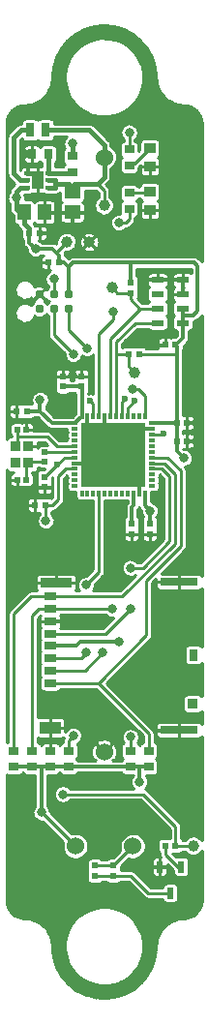
<source format=gtl>
%TF.GenerationSoftware,KiCad,Pcbnew,no-vcs-found-835c19f~60~ubuntu16.04.1*%
%TF.CreationDate,2017-10-14T22:29:21+01:00*%
%TF.ProjectId,altimeter,616C74696D657465722E6B696361645F,rev?*%
%TF.SameCoordinates,Original*%
%TF.FileFunction,Copper,L1,Top,Signal*%
%TF.FilePolarity,Positive*%
%FSLAX46Y46*%
G04 Gerber Fmt 4.6, Leading zero omitted, Abs format (unit mm)*
G04 Created by KiCad (PCBNEW no-vcs-found-835c19f~60~ubuntu16.04.1) date Sat Oct 14 22:29:21 2017*
%MOMM*%
%LPD*%
G01*
G04 APERTURE LIST*
%TA.AperFunction,ComponentPad*%
%ADD10C,1.524000*%
%TD*%
%TA.AperFunction,SMDPad,CuDef*%
%ADD11R,0.620000X0.620000*%
%TD*%
%TA.AperFunction,SMDPad,CuDef*%
%ADD12R,1.450000X1.150000*%
%TD*%
%TA.AperFunction,SMDPad,CuDef*%
%ADD13R,1.150000X1.450000*%
%TD*%
%TA.AperFunction,SMDPad,CuDef*%
%ADD14R,0.900000X0.750000*%
%TD*%
%TA.AperFunction,SMDPad,CuDef*%
%ADD15R,0.520000X0.520000*%
%TD*%
%TA.AperFunction,SMDPad,CuDef*%
%ADD16R,1.000000X0.950000*%
%TD*%
%TA.AperFunction,SMDPad,CuDef*%
%ADD17R,1.100000X0.600000*%
%TD*%
%TA.AperFunction,SMDPad,CuDef*%
%ADD18R,0.550000X0.300000*%
%TD*%
%TA.AperFunction,SMDPad,CuDef*%
%ADD19R,0.300000X0.550000*%
%TD*%
%TA.AperFunction,ViaPad*%
%ADD20C,0.600000*%
%TD*%
%TA.AperFunction,Conductor*%
%ADD21R,5.600000X5.600000*%
%TD*%
%TA.AperFunction,SMDPad,CuDef*%
%ADD22R,0.750000X1.300000*%
%TD*%
%TA.AperFunction,BGAPad,CuDef*%
%ADD23C,0.787000*%
%TD*%
%TA.AperFunction,SMDPad,CuDef*%
%ADD24R,0.600000X1.000000*%
%TD*%
%TA.AperFunction,SMDPad,CuDef*%
%ADD25R,0.750000X0.900000*%
%TD*%
%TA.AperFunction,BGAPad,CuDef*%
%ADD26C,1.000000*%
%TD*%
%TA.AperFunction,SMDPad,CuDef*%
%ADD27R,1.100000X0.700000*%
%TD*%
%TA.AperFunction,SMDPad,CuDef*%
%ADD28R,1.830000X1.140000*%
%TD*%
%TA.AperFunction,SMDPad,CuDef*%
%ADD29R,2.800000X0.860000*%
%TD*%
%TA.AperFunction,SMDPad,CuDef*%
%ADD30R,3.330000X0.700000*%
%TD*%
%TA.AperFunction,SMDPad,CuDef*%
%ADD31R,0.930000X0.900000*%
%TD*%
%TA.AperFunction,SMDPad,CuDef*%
%ADD32R,0.780000X1.050000*%
%TD*%
%TA.AperFunction,SMDPad,CuDef*%
%ADD33R,0.850000X0.950000*%
%TD*%
%TA.AperFunction,SMDPad,CuDef*%
%ADD34R,1.000000X1.600000*%
%TD*%
%TA.AperFunction,SMDPad,CuDef*%
%ADD35R,0.500000X0.400000*%
%TD*%
%TA.AperFunction,ViaPad*%
%ADD36C,0.800000*%
%TD*%
%TA.AperFunction,Conductor*%
%ADD37C,0.250000*%
%TD*%
%TA.AperFunction,Conductor*%
%ADD38C,0.300000*%
%TD*%
%TA.AperFunction,Conductor*%
%ADD39C,0.400000*%
%TD*%
%TA.AperFunction,Conductor*%
%ADD40C,0.350000*%
%TD*%
%TA.AperFunction,Conductor*%
%ADD41C,0.500000*%
%TD*%
%ADD42C,0.250000*%
G04 APERTURE END LIST*
D10*
%TO.P,J1,1*%
%TO.N,VBATT*%
X100000000Y-74000000D03*
%TO.P,J1,2*%
%TO.N,GND*%
X100000000Y-126000000D03*
%TD*%
D11*
%TO.P,C1,2*%
%TO.N,GND*%
X105350000Y-90400000D03*
%TO.P,C1,1*%
%TO.N,3v3*%
X106250000Y-90400000D03*
%TD*%
D12*
%TO.P,C2,2*%
%TO.N,GND*%
X97200000Y-78800000D03*
%TO.P,C2,1*%
%TO.N,VBATT*%
X97200000Y-77000000D03*
%TD*%
D13*
%TO.P,C3,1*%
%TO.N,3v3*%
X93000000Y-78800000D03*
%TO.P,C3,2*%
%TO.N,GND*%
X94800000Y-78800000D03*
%TD*%
D14*
%TO.P,C4,1*%
%TO.N,3v3*%
X95300000Y-127300000D03*
%TO.P,C4,2*%
%TO.N,GND*%
X95300000Y-125900000D03*
%TD*%
D11*
%TO.P,C5,2*%
%TO.N,GND*%
X94350000Y-80600000D03*
%TO.P,C5,1*%
%TO.N,3v3*%
X93450000Y-80600000D03*
%TD*%
%TO.P,C6,2*%
%TO.N,GND*%
X94800000Y-102850000D03*
%TO.P,C6,1*%
%TO.N,/~RST*%
X94800000Y-101950000D03*
%TD*%
D15*
%TO.P,C7,2*%
%TO.N,Net-(C7-Pad2)*%
X92400000Y-97800000D03*
%TO.P,C7,1*%
%TO.N,GND*%
X93200000Y-97800000D03*
%TD*%
%TO.P,C8,1*%
%TO.N,GND*%
X92400000Y-102200000D03*
%TO.P,C8,2*%
%TO.N,Net-(C8-Pad2)*%
X93200000Y-102200000D03*
%TD*%
D11*
%TO.P,C9,1*%
%TO.N,3v3*%
X96050000Y-83200000D03*
%TO.P,C9,2*%
%TO.N,GND*%
X95150000Y-83200000D03*
%TD*%
%TO.P,C10,2*%
%TO.N,GND*%
X98000000Y-93150000D03*
%TO.P,C10,1*%
%TO.N,3v3*%
X98000000Y-94050000D03*
%TD*%
%TO.P,C11,1*%
%TO.N,3v3*%
X96400000Y-94050000D03*
%TO.P,C11,2*%
%TO.N,GND*%
X96400000Y-93150000D03*
%TD*%
%TO.P,C12,1*%
%TO.N,GND*%
X102400000Y-106950000D03*
%TO.P,C12,2*%
%TO.N,Net-(C12-Pad2)*%
X102400000Y-106050000D03*
%TD*%
%TO.P,C13,1*%
%TO.N,3v3*%
X93250000Y-96200000D03*
%TO.P,C13,2*%
%TO.N,GND*%
X92350000Y-96200000D03*
%TD*%
%TO.P,C14,2*%
%TO.N,GND*%
X107250000Y-97200000D03*
%TO.P,C14,1*%
%TO.N,3v3*%
X106350000Y-97200000D03*
%TD*%
%TO.P,C15,1*%
%TO.N,3v3*%
X104000000Y-106050000D03*
%TO.P,C15,2*%
%TO.N,GND*%
X104000000Y-106950000D03*
%TD*%
%TO.P,C16,2*%
%TO.N,GND*%
X93950000Y-104400000D03*
%TO.P,C16,1*%
%TO.N,3v3*%
X94850000Y-104400000D03*
%TD*%
%TO.P,C17,2*%
%TO.N,GND*%
X107250000Y-98800000D03*
%TO.P,C17,1*%
%TO.N,3v3*%
X106350000Y-98800000D03*
%TD*%
D16*
%TO.P,D1,1*%
%TO.N,GND*%
X104000000Y-74800000D03*
%TO.P,D1,2*%
%TO.N,Net-(D1-Pad2)*%
X104000000Y-73200000D03*
%TD*%
%TO.P,D2,2*%
%TO.N,Net-(D2-Pad2)*%
X104000000Y-77000000D03*
%TO.P,D2,1*%
%TO.N,GND*%
X104000000Y-78600000D03*
%TD*%
D17*
%TO.P,IC1,1*%
%TO.N,3v3*%
X106900000Y-88475000D03*
%TO.P,IC1,2*%
X106900000Y-87225000D03*
%TO.P,IC1,3*%
%TO.N,GND*%
X106900000Y-85975000D03*
%TO.P,IC1,4*%
X106900000Y-84725000D03*
%TO.P,IC1,5*%
X104700000Y-84725000D03*
%TO.P,IC1,6*%
%TO.N,Net-(IC1-Pad6)*%
X104700000Y-85975000D03*
%TO.P,IC1,7*%
%TO.N,/I2C1_SDA*%
X104700000Y-87225000D03*
%TO.P,IC1,8*%
%TO.N,/I2C1_SCL*%
X104700000Y-88475000D03*
%TD*%
D18*
%TO.P,IC3,1*%
%TO.N,3v3*%
X97425000Y-97250000D03*
%TO.P,IC3,2*%
%TO.N,Net-(IC3-Pad2)*%
X97425000Y-97750000D03*
%TO.P,IC3,3*%
%TO.N,Net-(IC3-Pad3)*%
X97425000Y-98250000D03*
%TO.P,IC3,4*%
%TO.N,Net-(IC3-Pad4)*%
X97425000Y-98750000D03*
%TO.P,IC3,5*%
%TO.N,Net-(C7-Pad2)*%
X97425000Y-99250000D03*
%TO.P,IC3,6*%
%TO.N,Net-(IC3-Pad6)*%
X97425000Y-99750000D03*
%TO.P,IC3,7*%
%TO.N,/~RST*%
X97425000Y-100250000D03*
%TO.P,IC3,8*%
%TO.N,GND*%
X97425000Y-100750000D03*
%TO.P,IC3,9*%
%TO.N,3v3*%
X97425000Y-101250000D03*
%TO.P,IC3,10*%
%TO.N,Net-(IC3-Pad10)*%
X97425000Y-101750000D03*
%TO.P,IC3,11*%
%TO.N,Net-(IC3-Pad11)*%
X97425000Y-102250000D03*
%TO.P,IC3,12*%
%TO.N,Net-(IC3-Pad12)*%
X97425000Y-102750000D03*
D19*
%TO.P,IC3,13*%
%TO.N,Net-(IC3-Pad13)*%
X98050000Y-103375000D03*
%TO.P,IC3,14*%
%TO.N,Net-(IC3-Pad14)*%
X98550000Y-103375000D03*
%TO.P,IC3,15*%
%TO.N,Net-(IC3-Pad15)*%
X99050000Y-103375000D03*
%TO.P,IC3,16*%
%TO.N,/SDIO_CMD*%
X99550000Y-103375000D03*
%TO.P,IC3,17*%
%TO.N,Net-(IC3-Pad17)*%
X100050000Y-103375000D03*
%TO.P,IC3,18*%
%TO.N,Net-(IC3-Pad18)*%
X100550000Y-103375000D03*
%TO.P,IC3,19*%
%TO.N,Net-(IC3-Pad19)*%
X101050000Y-103375000D03*
%TO.P,IC3,20*%
%TO.N,Net-(IC3-Pad20)*%
X101550000Y-103375000D03*
%TO.P,IC3,21*%
%TO.N,Net-(IC3-Pad21)*%
X102050000Y-103375000D03*
%TO.P,IC3,22*%
%TO.N,Net-(C12-Pad2)*%
X102550000Y-103375000D03*
%TO.P,IC3,23*%
%TO.N,GND*%
X103050000Y-103375000D03*
%TO.P,IC3,24*%
%TO.N,3v3*%
X103550000Y-103375000D03*
D18*
%TO.P,IC3,25*%
%TO.N,Net-(IC3-Pad25)*%
X104175000Y-102750000D03*
%TO.P,IC3,26*%
%TO.N,Net-(IC3-Pad26)*%
X104175000Y-102250000D03*
%TO.P,IC3,27*%
%TO.N,Net-(IC3-Pad27)*%
X104175000Y-101750000D03*
%TO.P,IC3,28*%
%TO.N,/SDIO_CK*%
X104175000Y-101250000D03*
%TO.P,IC3,29*%
%TO.N,/SDIO_D1*%
X104175000Y-100750000D03*
%TO.P,IC3,30*%
%TO.N,/SDIO_D2*%
X104175000Y-100250000D03*
%TO.P,IC3,31*%
%TO.N,Net-(IC3-Pad31)*%
X104175000Y-99750000D03*
%TO.P,IC3,32*%
%TO.N,Net-(IC3-Pad32)*%
X104175000Y-99250000D03*
%TO.P,IC3,33*%
%TO.N,Net-(IC3-Pad33)*%
X104175000Y-98750000D03*
%TO.P,IC3,34*%
%TO.N,/SWDIO*%
X104175000Y-98250000D03*
%TO.P,IC3,35*%
%TO.N,GND*%
X104175000Y-97750000D03*
%TO.P,IC3,36*%
%TO.N,3v3*%
X104175000Y-97250000D03*
D19*
%TO.P,IC3,37*%
%TO.N,/SWCLK*%
X103550000Y-96625000D03*
%TO.P,IC3,38*%
%TO.N,Net-(IC3-Pad38)*%
X103050000Y-96625000D03*
%TO.P,IC3,39*%
%TO.N,Net-(IC3-Pad39)*%
X102550000Y-96625000D03*
%TO.P,IC3,40*%
%TO.N,/SDIO_D0*%
X102050000Y-96625000D03*
%TO.P,IC3,41*%
%TO.N,/SDIO_D3*%
X101550000Y-96625000D03*
%TO.P,IC3,42*%
%TO.N,/I2C1_SCL*%
X101050000Y-96625000D03*
%TO.P,IC3,43*%
%TO.N,/I2C1_SDA*%
X100550000Y-96625000D03*
%TO.P,IC3,44*%
%TO.N,GND*%
X100050000Y-96625000D03*
%TO.P,IC3,45*%
%TO.N,/STAT_HBT*%
X99550000Y-96625000D03*
%TO.P,IC3,46*%
%TO.N,/BEEPER*%
X99050000Y-96625000D03*
%TO.P,IC3,47*%
%TO.N,GND*%
X98550000Y-96625000D03*
%TO.P,IC3,48*%
%TO.N,3v3*%
X98050000Y-96625000D03*
D20*
%TD*%
%TO.N,GND*%
%TO.C,IC3*%
X98300000Y-97500000D03*
%TO.N,GND*%
%TO.C,IC3*%
X98300000Y-100000000D03*
X98300000Y-102500000D03*
X100800000Y-97500000D03*
X100800000Y-100000000D03*
X100800000Y-102500000D03*
X103300000Y-97500000D03*
X103300000Y-100000000D03*
X103300000Y-102500000D03*
D21*
X100800000Y-100000000D03*
%TD*%
D22*
%TO.P,L1,1*%
%TO.N,VBATT*%
X94875000Y-71600000D03*
%TO.P,L1,2*%
%TO.N,Net-(IC2-Pad5)*%
X93525000Y-71600000D03*
%TD*%
D10*
%TO.P,LS1,1*%
%TO.N,3v3*%
X97500000Y-134250000D03*
%TO.P,LS1,2*%
%TO.N,Net-(LS1-Pad2)*%
X102500000Y-134250000D03*
%TD*%
D23*
%TO.P,P1,1*%
%TO.N,3v3*%
X96870000Y-85960000D03*
%TO.P,P1,2*%
%TO.N,/SWDIO*%
X96870000Y-87230000D03*
%TO.P,P1,3*%
%TO.N,/~RST*%
X95600000Y-85960000D03*
%TO.P,P1,4*%
%TO.N,/SWCLK*%
X95600000Y-87230000D03*
%TO.P,P1,5*%
%TO.N,GND*%
X94330000Y-85960000D03*
%TO.P,P1,6*%
%TO.N,Net-(P1-Pad6)*%
X94330000Y-87230000D03*
%TD*%
D24*
%TO.P,Q1,1*%
%TO.N,Net-(Q1-Pad1)*%
X106750000Y-136050000D03*
%TO.P,Q1,2*%
%TO.N,GND*%
X104850000Y-136050000D03*
%TO.P,Q1,3*%
%TO.N,Net-(Q1-Pad3)*%
X105800000Y-138350000D03*
%TD*%
D14*
%TO.P,R1,2*%
%TO.N,/SDIO_D0*%
X93700000Y-125900000D03*
%TO.P,R1,1*%
%TO.N,3v3*%
X93700000Y-127300000D03*
%TD*%
D11*
%TO.P,R2,2*%
%TO.N,Net-(Q1-Pad1)*%
X105350000Y-134200000D03*
%TO.P,R2,1*%
%TO.N,/BEEPER*%
X106250000Y-134200000D03*
%TD*%
D14*
%TO.P,R3,2*%
%TO.N,/SDIO_D1*%
X92100000Y-125900000D03*
%TO.P,R3,1*%
%TO.N,3v3*%
X92100000Y-127300000D03*
%TD*%
D11*
%TO.P,R4,1*%
%TO.N,Net-(LS1-Pad2)*%
X100800000Y-135950000D03*
%TO.P,R4,2*%
%TO.N,Net-(Q1-Pad3)*%
X100800000Y-136850000D03*
%TD*%
D14*
%TO.P,R5,2*%
%TO.N,/SDIO_D2*%
X103900000Y-125900000D03*
%TO.P,R5,1*%
%TO.N,3v3*%
X103900000Y-127300000D03*
%TD*%
D11*
%TO.P,R6,1*%
%TO.N,Net-(LS1-Pad2)*%
X99200000Y-135950000D03*
%TO.P,R6,2*%
%TO.N,Net-(Q1-Pad3)*%
X99200000Y-136850000D03*
%TD*%
D14*
%TO.P,R7,1*%
%TO.N,3v3*%
X102300000Y-127300000D03*
%TO.P,R7,2*%
%TO.N,/SDIO_D3*%
X102300000Y-125900000D03*
%TD*%
%TO.P,R8,1*%
%TO.N,3v3*%
X96900000Y-127300000D03*
%TO.P,R8,2*%
%TO.N,/SDIO_CMD*%
X96900000Y-125900000D03*
%TD*%
D25*
%TO.P,R9,2*%
%TO.N,GND*%
X93700000Y-73700000D03*
%TO.P,R9,1*%
%TO.N,Net-(IC2-Pad3)*%
X95100000Y-73700000D03*
%TD*%
D11*
%TO.P,R10,1*%
%TO.N,3v3*%
X103050000Y-91200000D03*
%TO.P,R10,2*%
%TO.N,/I2C1_SCL*%
X102150000Y-91200000D03*
%TD*%
D14*
%TO.P,R11,1*%
%TO.N,Net-(IC2-Pad3)*%
X97200000Y-75300000D03*
%TO.P,R11,2*%
%TO.N,3v3*%
X97200000Y-73900000D03*
%TD*%
D11*
%TO.P,R12,1*%
%TO.N,3v3*%
X102300000Y-84950000D03*
%TO.P,R12,2*%
%TO.N,/I2C1_SDA*%
X102300000Y-85850000D03*
%TD*%
D14*
%TO.P,R13,2*%
%TO.N,Net-(D1-Pad2)*%
X102200000Y-74700000D03*
%TO.P,R13,1*%
%TO.N,3v3*%
X102200000Y-73300000D03*
%TD*%
%TO.P,R14,1*%
%TO.N,/STAT_HBT*%
X102200000Y-78500000D03*
%TO.P,R14,2*%
%TO.N,Net-(D2-Pad2)*%
X102200000Y-77100000D03*
%TD*%
D15*
%TO.P,R15,1*%
%TO.N,Net-(C8-Pad2)*%
X94800000Y-100600000D03*
%TO.P,R15,2*%
%TO.N,Net-(IC3-Pad6)*%
X94800000Y-99800000D03*
%TD*%
D26*
%TO.P,TP1,1*%
%TO.N,/BEEPER*%
X107800000Y-134200000D03*
%TD*%
%TO.P,TP2,1*%
%TO.N,VBATT*%
X100000000Y-78200000D03*
%TD*%
%TO.P,TP3,1*%
%TO.N,GND*%
X98700000Y-81400000D03*
%TD*%
%TO.P,TP5,1*%
%TO.N,/I2C1_SDA*%
X100700000Y-85400000D03*
%TD*%
%TO.P,TP6,1*%
%TO.N,/I2C1_SCL*%
X102700000Y-92800000D03*
%TD*%
%TO.P,TP7,1*%
%TO.N,3v3*%
X96700000Y-81400000D03*
%TD*%
D27*
%TO.P,U1,1*%
%TO.N,/SDIO_D2*%
X95300000Y-120000000D03*
%TO.P,U1,2*%
%TO.N,/SDIO_D3*%
X95300000Y-118900000D03*
%TO.P,U1,3*%
%TO.N,/SDIO_CMD*%
X95300000Y-117800000D03*
%TO.P,U1,4*%
%TO.N,3v3*%
X95300000Y-116700000D03*
%TO.P,U1,5*%
%TO.N,/SDIO_CK*%
X95300000Y-115700000D03*
%TO.P,U1,6*%
%TO.N,GND*%
X95300000Y-114600000D03*
%TO.P,U1,7*%
%TO.N,/SDIO_D0*%
X95300000Y-113500000D03*
%TO.P,U1,8*%
%TO.N,/SDIO_D1*%
X95300000Y-112400000D03*
D28*
%TO.P,U1,9*%
%TO.N,GND*%
X95315000Y-123880000D03*
D29*
X95800000Y-111220000D03*
D30*
X106565000Y-111140000D03*
X106565000Y-124100000D03*
D31*
%TO.P,U1,10*%
%TO.N,Net-(U1-Pad10)*%
X107765000Y-121790000D03*
D32*
%TO.P,U1,11*%
%TO.N,Net-(U1-Pad11)*%
X107840000Y-117525000D03*
%TD*%
D33*
%TO.P,Y1,1*%
%TO.N,Net-(C7-Pad2)*%
X92225000Y-99275000D03*
%TO.P,Y1,2*%
%TO.N,GND*%
X92225000Y-100725000D03*
%TO.P,Y1,3*%
%TO.N,Net-(C8-Pad2)*%
X93375000Y-100725000D03*
%TO.P,Y1,4*%
%TO.N,GND*%
X93375000Y-99275000D03*
%TD*%
D34*
%TO.P,IC2,7*%
%TO.N,GND*%
X94200000Y-76000000D03*
D35*
%TO.P,IC2,1*%
%TO.N,VBATT*%
X95100000Y-76650000D03*
%TO.P,IC2,2*%
X95100000Y-76000000D03*
%TO.P,IC2,3*%
%TO.N,Net-(IC2-Pad3)*%
X95100000Y-75350000D03*
%TO.P,IC2,4*%
%TO.N,GND*%
X93300000Y-75350000D03*
%TO.P,IC2,5*%
%TO.N,Net-(IC2-Pad5)*%
X93300000Y-76000000D03*
%TO.P,IC2,6*%
%TO.N,3v3*%
X93300000Y-76650000D03*
%TD*%
D36*
%TO.N,GND*%
X103500000Y-86000000D03*
X98800000Y-78800000D03*
X105200000Y-78600000D03*
X105300000Y-74800000D03*
X95500000Y-80600000D03*
X97200000Y-80100000D03*
X94000000Y-83600000D03*
X106600000Y-112400000D03*
X103750000Y-136050000D03*
X106565000Y-122835000D03*
X108100000Y-97200000D03*
X108100000Y-98800000D03*
X107300000Y-96000000D03*
X103200000Y-108100000D03*
X92350000Y-95050000D03*
X93500000Y-103200000D03*
X93000000Y-104400000D03*
X92400000Y-103100000D03*
X96400000Y-91900000D03*
X97200000Y-93100000D03*
X104100000Y-89500000D03*
X104100000Y-90300000D03*
X103500000Y-84700000D03*
D20*
X92225000Y-100725000D03*
X93375000Y-99275000D03*
D36*
X97300000Y-114600000D03*
X93100000Y-73700000D03*
D20*
X94200000Y-76000000D03*
D36*
%TO.N,3v3*%
X107000000Y-100300000D03*
X104000000Y-104900000D03*
X103100000Y-128600000D03*
X94500000Y-131300000D03*
X94900000Y-105800000D03*
X94400000Y-95200000D03*
X94000000Y-82000000D03*
X101300000Y-116400000D03*
X102200000Y-71800000D03*
X92300000Y-77500000D03*
X97200000Y-72800000D03*
D20*
%TO.N,/~RST*%
X95900000Y-100900000D03*
D36*
X95600000Y-84600000D03*
%TO.N,/SDIO_CMD*%
X97300000Y-124600000D03*
X98400000Y-111400000D03*
X98400000Y-117300000D03*
%TO.N,/SDIO_CK*%
X102300000Y-113500000D03*
X102300000Y-109900000D03*
D20*
%TO.N,/SWDIO*%
X105200000Y-98200000D03*
D36*
X98500000Y-90700000D03*
%TO.N,/SWCLK*%
X102500000Y-94300000D03*
X97300000Y-91200000D03*
%TO.N,/SDIO_D0*%
X100700000Y-113500000D03*
D20*
X102700000Y-95300000D03*
D36*
%TO.N,/SDIO_D3*%
X102300000Y-124700000D03*
X99900000Y-117300000D03*
D20*
X101800000Y-95100000D03*
D36*
%TO.N,/STAT_HBT*%
X101300000Y-79700000D03*
X100800000Y-87500000D03*
%TO.N,/BEEPER*%
X96400000Y-129700000D03*
D20*
X98800000Y-95300000D03*
%TD*%
D37*
%TO.N,GND*%
X97200000Y-78800000D02*
X98800000Y-78800000D01*
X104000000Y-78600000D02*
X105200000Y-78600000D01*
X104000000Y-74800000D02*
X105300000Y-74800000D01*
X94350000Y-80600000D02*
X95500000Y-80600000D01*
X97200000Y-78800000D02*
X97200000Y-80100000D01*
X94400000Y-83200000D02*
X94000000Y-83600000D01*
X95150000Y-83200000D02*
X94400000Y-83200000D01*
X106565000Y-112065000D02*
X106600000Y-112100000D01*
X106600000Y-112100000D02*
X106600000Y-112400000D01*
X106565000Y-111140000D02*
X106565000Y-112065000D01*
X104850000Y-136050000D02*
X103750000Y-136050000D01*
X106565000Y-124100000D02*
X106565000Y-122835000D01*
X107250000Y-97200000D02*
X108100000Y-97200000D01*
X107250000Y-98800000D02*
X108100000Y-98800000D01*
X107250000Y-96050000D02*
X107300000Y-96000000D01*
X107250000Y-97200000D02*
X107250000Y-96050000D01*
X104000000Y-107900000D02*
X103800000Y-108100000D01*
X103800000Y-108100000D02*
X103200000Y-108100000D01*
X104000000Y-106950000D02*
X104000000Y-107900000D01*
X92350000Y-96200000D02*
X92350000Y-95050000D01*
X93850000Y-102850000D02*
X93500000Y-103200000D01*
X94800000Y-102850000D02*
X93850000Y-102850000D01*
X93950000Y-104400000D02*
X93000000Y-104400000D01*
X92400000Y-102200000D02*
X92400000Y-103100000D01*
X96400000Y-93150000D02*
X96400000Y-91900000D01*
X96400000Y-93150000D02*
X96400000Y-92000000D01*
X96400000Y-93150000D02*
X97150000Y-93150000D01*
X97150000Y-93150000D02*
X97200000Y-93100000D01*
X104100000Y-90300000D02*
X104100000Y-89500000D01*
X103500000Y-84700000D02*
X103500000Y-86000000D01*
X103500000Y-84700000D02*
X103500000Y-85700000D01*
X104200000Y-90400000D02*
X104100000Y-90300000D01*
X105350000Y-90400000D02*
X104200000Y-90400000D01*
D38*
X104700000Y-84725000D02*
X103525000Y-84725000D01*
X103525000Y-84725000D02*
X103500000Y-84700000D01*
X97100000Y-114600000D02*
X97300000Y-114600000D01*
X95300000Y-114600000D02*
X97100000Y-114600000D01*
X103050000Y-103375000D02*
X103050000Y-102250000D01*
X103050000Y-102250000D02*
X100800000Y-100000000D01*
X98550000Y-96625000D02*
X98550000Y-97750000D01*
X98550000Y-97750000D02*
X100800000Y-100000000D01*
X100050000Y-96625000D02*
X100050000Y-99250000D01*
X100050000Y-99250000D02*
X100800000Y-100000000D01*
X104175000Y-97750000D02*
X103050000Y-97750000D01*
X103050000Y-97750000D02*
X100800000Y-100000000D01*
X97425000Y-100750000D02*
X100050000Y-100750000D01*
X100050000Y-100750000D02*
X100800000Y-100000000D01*
X104700000Y-84725000D02*
X106900000Y-84725000D01*
X106900000Y-85975000D02*
X106900000Y-84725000D01*
D39*
X93700000Y-73700000D02*
X93100000Y-73700000D01*
X93300000Y-75350000D02*
X93950000Y-75350000D01*
X93950000Y-75350000D02*
X94200000Y-75600000D01*
X94200000Y-75600000D02*
X94200000Y-76000000D01*
D38*
%TO.N,3v3*%
X104000000Y-104900000D02*
X104000000Y-106050000D01*
X107000000Y-100300000D02*
X106350000Y-99650000D01*
X106350000Y-99650000D02*
X106350000Y-98800000D01*
X103550000Y-104350000D02*
X103550000Y-104450000D01*
X103550000Y-104450000D02*
X104000000Y-104900000D01*
X96900000Y-127300000D02*
X102300000Y-127300000D01*
X103100000Y-127300000D02*
X103100000Y-128600000D01*
X102300000Y-127300000D02*
X103900000Y-127300000D01*
D37*
X103100000Y-127300000D02*
X103300000Y-127300000D01*
X103300000Y-127300000D02*
X103900000Y-127300000D01*
X102300000Y-127300000D02*
X103300000Y-127300000D01*
D38*
X107900000Y-83200000D02*
X102300000Y-83200000D01*
X102300000Y-83200000D02*
X97240000Y-83200000D01*
X102300000Y-84950000D02*
X102300000Y-83200000D01*
X106900000Y-87800000D02*
X107800000Y-87800000D01*
X107800000Y-87800000D02*
X108200000Y-87400000D01*
X108200000Y-87400000D02*
X108200000Y-83500000D01*
X108200000Y-83500000D02*
X107900000Y-83200000D01*
X97240000Y-83200000D02*
X96870000Y-83570000D01*
X106900000Y-87800000D02*
X106900000Y-88475000D01*
X106900000Y-87225000D02*
X106900000Y-87800000D01*
X106350000Y-97200000D02*
X106350000Y-91200000D01*
X106350000Y-91200000D02*
X106350000Y-90500000D01*
D37*
X106000000Y-91200000D02*
X106350000Y-91200000D01*
D38*
X106350000Y-90500000D02*
X106250000Y-90400000D01*
D37*
X94850000Y-104400000D02*
X94850000Y-105750000D01*
X94850000Y-105750000D02*
X94900000Y-105800000D01*
D38*
X98050000Y-96625000D02*
X97425000Y-97250000D01*
X94400000Y-95200000D02*
X94400000Y-96200000D01*
D40*
X95800000Y-82300000D02*
X96050000Y-82550000D01*
X95500000Y-82000000D02*
X95800000Y-82300000D01*
D37*
X95800000Y-82300000D02*
X96700000Y-81400000D01*
D40*
X93450000Y-80600000D02*
X93450000Y-81450000D01*
X93450000Y-81450000D02*
X94000000Y-82000000D01*
X94000000Y-82000000D02*
X95500000Y-82000000D01*
X96050000Y-82550000D02*
X96050000Y-83200000D01*
D38*
X97900000Y-116400000D02*
X101300000Y-116400000D01*
X97600000Y-116700000D02*
X97900000Y-116400000D01*
X95300000Y-116700000D02*
X97600000Y-116700000D01*
X93700000Y-127300000D02*
X94500000Y-127300000D01*
X94500000Y-127300000D02*
X95300000Y-127300000D01*
X97500000Y-134250000D02*
X94500000Y-131250000D01*
X94500000Y-131250000D02*
X94500000Y-127300000D01*
X95300000Y-127300000D02*
X96900000Y-127300000D01*
X92100000Y-127300000D02*
X93700000Y-127300000D01*
D37*
X103050000Y-91200000D02*
X106000000Y-91200000D01*
D38*
X106300000Y-90400000D02*
X106900000Y-89800000D01*
X106900000Y-89800000D02*
X106900000Y-88475000D01*
X106250000Y-90400000D02*
X106300000Y-90400000D01*
X96400000Y-94050000D02*
X98000000Y-94050000D01*
X94400000Y-96200000D02*
X95450000Y-97250000D01*
X95450000Y-97250000D02*
X96850000Y-97250000D01*
X93250000Y-96200000D02*
X94400000Y-96200000D01*
X106350000Y-98800000D02*
X106350000Y-97200000D01*
D37*
X96000000Y-103900000D02*
X95500000Y-104400000D01*
X95500000Y-104400000D02*
X94850000Y-104400000D01*
X96000000Y-101900000D02*
X96000000Y-103900000D01*
X96650000Y-101250000D02*
X96000000Y-101900000D01*
X97425000Y-101250000D02*
X96650000Y-101250000D01*
D38*
X96850000Y-97250000D02*
X97425000Y-97250000D01*
X98050000Y-96625000D02*
X98050000Y-94100000D01*
X98050000Y-94100000D02*
X98000000Y-94050000D01*
X103550000Y-103375000D02*
X103550000Y-104350000D01*
X104175000Y-97250000D02*
X106300000Y-97250000D01*
X106300000Y-97250000D02*
X106350000Y-97200000D01*
D40*
X96870000Y-85960000D02*
X96870000Y-83570000D01*
X96870000Y-83570000D02*
X96500000Y-83200000D01*
X96500000Y-83200000D02*
X96050000Y-83200000D01*
D37*
X102200000Y-71800000D02*
X102200000Y-73300000D01*
D39*
X92300000Y-77500000D02*
X92300000Y-77000000D01*
X92300000Y-78500000D02*
X92300000Y-77500000D01*
X97200000Y-73125000D02*
X97200000Y-72800000D01*
X97200000Y-73900000D02*
X97200000Y-73125000D01*
X92300000Y-78500000D02*
X92600000Y-78800000D01*
X92600000Y-78800000D02*
X93000000Y-78800000D01*
X93450000Y-80600000D02*
X93450000Y-80250000D01*
X93450000Y-80250000D02*
X93000000Y-79800000D01*
X93000000Y-79800000D02*
X93000000Y-78800000D01*
X93300000Y-76650000D02*
X92650000Y-76650000D01*
X92650000Y-76650000D02*
X92300000Y-77000000D01*
X92700000Y-78800000D02*
X93100000Y-78800000D01*
D37*
%TO.N,VBATT*%
X100000000Y-78200000D02*
X100000000Y-76900000D01*
X100000000Y-76900000D02*
X99400000Y-76300000D01*
D39*
X98700000Y-71600000D02*
X100000000Y-72900000D01*
X94875000Y-71600000D02*
X98700000Y-71600000D01*
X100000000Y-72900000D02*
X100000000Y-74000000D01*
X100000000Y-74000000D02*
X100000000Y-75700000D01*
X99400000Y-76300000D02*
X100000000Y-75700000D01*
X97400000Y-76300000D02*
X99400000Y-76300000D01*
X97200000Y-76500000D02*
X97400000Y-76300000D01*
X97200000Y-77000000D02*
X97200000Y-76500000D01*
X96900000Y-76300000D02*
X97200000Y-76600000D01*
X97200000Y-76600000D02*
X97200000Y-77000000D01*
X95750000Y-76300000D02*
X95750000Y-76000000D01*
X95750000Y-76650000D02*
X95750000Y-76300000D01*
X95750000Y-76300000D02*
X96900000Y-76300000D01*
X95100000Y-76650000D02*
X95750000Y-76650000D01*
X95100000Y-76000000D02*
X95750000Y-76000000D01*
X95100000Y-76000000D02*
X95300000Y-76000000D01*
X96750000Y-76650000D02*
X97200000Y-77100000D01*
D41*
X100000000Y-74000000D02*
X100000000Y-74300000D01*
D37*
%TO.N,/~RST*%
X95900000Y-100900000D02*
X95850000Y-100900000D01*
X95850000Y-100900000D02*
X94800000Y-101950000D01*
X96550000Y-100250000D02*
X95900000Y-100900000D01*
X95600000Y-85960000D02*
X95600000Y-84600000D01*
X94850000Y-101950000D02*
X94800000Y-101950000D01*
X97425000Y-100250000D02*
X96550000Y-100250000D01*
%TO.N,Net-(C7-Pad2)*%
X95000000Y-98400000D02*
X95850000Y-99250000D01*
X95850000Y-99250000D02*
X97425000Y-99250000D01*
X92400000Y-98400000D02*
X92400000Y-99100000D01*
X92400000Y-97800000D02*
X92400000Y-98400000D01*
X92400000Y-98400000D02*
X95000000Y-98400000D01*
X92400000Y-99100000D02*
X92225000Y-99275000D01*
%TO.N,Net-(C8-Pad2)*%
X93200000Y-102200000D02*
X93200000Y-100900000D01*
X93200000Y-100900000D02*
X93375000Y-100725000D01*
X94800000Y-100600000D02*
X93500000Y-100600000D01*
X93500000Y-100600000D02*
X93375000Y-100725000D01*
D38*
%TO.N,Net-(C12-Pad2)*%
X102400000Y-104600000D02*
X102400000Y-106050000D01*
X102550000Y-104450000D02*
X102400000Y-104600000D01*
X102550000Y-103375000D02*
X102550000Y-104450000D01*
D37*
%TO.N,Net-(D1-Pad2)*%
X102475000Y-74500000D02*
X102675000Y-74500000D01*
X103975000Y-73200000D02*
X104000000Y-73200000D01*
X102675000Y-74500000D02*
X103975000Y-73200000D01*
X102200000Y-74700000D02*
X102275000Y-74700000D01*
X102275000Y-74700000D02*
X102475000Y-74500000D01*
%TO.N,Net-(D2-Pad2)*%
X102200000Y-77100000D02*
X103900000Y-77100000D01*
X103900000Y-77100000D02*
X104000000Y-77000000D01*
%TO.N,/I2C1_SDA*%
X102300000Y-85850000D02*
X101150000Y-85850000D01*
X101150000Y-85850000D02*
X100700000Y-85400000D01*
X103175000Y-87225000D02*
X103115000Y-87225000D01*
X103115000Y-87225000D02*
X102300000Y-86410000D01*
X102300000Y-86410000D02*
X102300000Y-85850000D01*
X103175000Y-87225000D02*
X100550000Y-89850000D01*
X100550000Y-89850000D02*
X100550000Y-96625000D01*
X104700000Y-87225000D02*
X103175000Y-87225000D01*
%TO.N,/I2C1_SCL*%
X102150000Y-91200000D02*
X102150000Y-92250000D01*
X102150000Y-92250000D02*
X102700000Y-92800000D01*
X101050000Y-90150000D02*
X101050000Y-91200000D01*
X101050000Y-91200000D02*
X101050000Y-96625000D01*
X102150000Y-91200000D02*
X101050000Y-91200000D01*
X102725000Y-88475000D02*
X101050000Y-90150000D01*
X104700000Y-88475000D02*
X102725000Y-88475000D01*
%TO.N,Net-(IC3-Pad6)*%
X97425000Y-99750000D02*
X94850000Y-99750000D01*
X94850000Y-99750000D02*
X94800000Y-99800000D01*
%TO.N,/SDIO_CMD*%
X96900000Y-125000000D02*
X97300000Y-124600000D01*
X96900000Y-125900000D02*
X96900000Y-125000000D01*
X98000000Y-117800000D02*
X98400000Y-117400000D01*
X98400000Y-117400000D02*
X98400000Y-117300000D01*
X99550000Y-103375000D02*
X99550000Y-110250000D01*
X99550000Y-110250000D02*
X98400000Y-111400000D01*
X95300000Y-117800000D02*
X98000000Y-117800000D01*
%TO.N,/SDIO_CK*%
X95300000Y-115700000D02*
X100100000Y-115700000D01*
X102300000Y-113500000D02*
X100100000Y-115700000D01*
X103400000Y-109900000D02*
X102300000Y-109900000D01*
X105700000Y-107600000D02*
X103400000Y-109900000D01*
X105700000Y-102700000D02*
X105700000Y-107600000D01*
X105700000Y-101900000D02*
X105700000Y-102700000D01*
X105050000Y-101250000D02*
X105700000Y-101900000D01*
X104175000Y-101250000D02*
X105050000Y-101250000D01*
%TO.N,/SDIO_D1*%
X92100000Y-124700000D02*
X92100000Y-125900000D01*
X92100000Y-113900000D02*
X92100000Y-124700000D01*
X93600000Y-112400000D02*
X92100000Y-113900000D01*
X95300000Y-112400000D02*
X93600000Y-112400000D01*
X104175000Y-100750000D02*
X105250000Y-100750000D01*
X106200000Y-101700000D02*
X106200000Y-107800000D01*
X105250000Y-100750000D02*
X106200000Y-101700000D01*
X106200000Y-107800000D02*
X101600000Y-112400000D01*
X101600000Y-112400000D02*
X95300000Y-112400000D01*
%TO.N,/SDIO_D2*%
X103900000Y-125900000D02*
X103900000Y-124400000D01*
X103900000Y-124400000D02*
X99500000Y-120000000D01*
X95300000Y-120000000D02*
X99500000Y-120000000D01*
X99500000Y-120000000D02*
X103700000Y-115800000D01*
X103700000Y-115800000D02*
X103700000Y-111000000D01*
X105550000Y-100250000D02*
X104175000Y-100250000D01*
X103700000Y-111000000D02*
X106700000Y-108000000D01*
X106700000Y-108000000D02*
X106700000Y-101400000D01*
X106700000Y-101400000D02*
X105550000Y-100250000D01*
%TO.N,/SWDIO*%
X104175000Y-98250000D02*
X105150000Y-98250000D01*
X105150000Y-98250000D02*
X105200000Y-98200000D01*
X96870000Y-89070000D02*
X98500000Y-90700000D01*
X96870000Y-87230000D02*
X96870000Y-89070000D01*
%TO.N,/SWCLK*%
X103550000Y-94850000D02*
X103000000Y-94300000D01*
X103000000Y-94300000D02*
X102500000Y-94300000D01*
X103550000Y-96625000D02*
X103550000Y-94850000D01*
X95600000Y-89500000D02*
X97300000Y-91200000D01*
X95600000Y-87230000D02*
X95600000Y-89500000D01*
%TO.N,/SDIO_D0*%
X93700000Y-114100000D02*
X94300000Y-113500000D01*
X94300000Y-113500000D02*
X95300000Y-113500000D01*
X93700000Y-125900000D02*
X93700000Y-114100000D01*
X95300000Y-113500000D02*
X100700000Y-113500000D01*
X102050000Y-95950000D02*
X102700000Y-95300000D01*
X102050000Y-96625000D02*
X102050000Y-95950000D01*
%TO.N,/SDIO_D3*%
X102300000Y-125900000D02*
X102300000Y-124700000D01*
X95300000Y-118900000D02*
X98300000Y-118900000D01*
X98300000Y-118900000D02*
X99900000Y-117300000D01*
X101550000Y-96625000D02*
X101550000Y-95350000D01*
X101550000Y-95350000D02*
X101800000Y-95100000D01*
%TO.N,/STAT_HBT*%
X102200000Y-79400000D02*
X101900000Y-79700000D01*
X101900000Y-79700000D02*
X101300000Y-79700000D01*
X102200000Y-78500000D02*
X102200000Y-79400000D01*
X99550000Y-89450000D02*
X100800000Y-88200000D01*
X100800000Y-88200000D02*
X100800000Y-87500000D01*
X99550000Y-96625000D02*
X99550000Y-89450000D01*
%TO.N,/BEEPER*%
X103400000Y-129700000D02*
X96400000Y-129700000D01*
X106250000Y-132550000D02*
X103400000Y-129700000D01*
X106250000Y-134200000D02*
X106250000Y-132550000D01*
X106250000Y-134200000D02*
X107800000Y-134200000D01*
X99050000Y-96625000D02*
X99050000Y-95550000D01*
X99050000Y-95550000D02*
X98800000Y-95300000D01*
D39*
%TO.N,Net-(IC2-Pad5)*%
X92100000Y-75400000D02*
X92700000Y-76000000D01*
X92700000Y-76000000D02*
X92800000Y-76000000D01*
X92100000Y-72250000D02*
X92100000Y-75400000D01*
X93525000Y-71600000D02*
X92750000Y-71600000D01*
X92750000Y-71600000D02*
X92100000Y-72250000D01*
X93300000Y-76000000D02*
X92800000Y-76000000D01*
D37*
%TO.N,Net-(LS1-Pad2)*%
X100800000Y-135950000D02*
X102500000Y-134250000D01*
X99200000Y-135950000D02*
X100800000Y-135950000D01*
%TO.N,Net-(Q1-Pad1)*%
X105350000Y-134950000D02*
X106450000Y-136050000D01*
X106450000Y-136050000D02*
X106750000Y-136050000D01*
X105350000Y-134200000D02*
X105350000Y-134950000D01*
%TO.N,Net-(Q1-Pad3)*%
X102350000Y-136850000D02*
X103850000Y-138350000D01*
X103850000Y-138350000D02*
X105800000Y-138350000D01*
X100800000Y-136850000D02*
X102350000Y-136850000D01*
X99200000Y-136850000D02*
X100800000Y-136850000D01*
D39*
%TO.N,Net-(IC2-Pad3)*%
X95100000Y-73700000D02*
X95100000Y-75350000D01*
X95100000Y-75350000D02*
X97150000Y-75350000D01*
X97150000Y-75350000D02*
X97200000Y-75300000D01*
%TD*%
D37*
%TO.N,GND*%
X92895030Y-127825000D02*
X92904969Y-127825000D01*
X96095030Y-127825000D02*
X96104969Y-127825000D01*
X97695030Y-127825000D02*
X101504969Y-127825000D01*
X91450000Y-128062500D02*
X93975000Y-128062500D01*
X95025000Y-128062500D02*
X102541154Y-128062500D01*
X91450000Y-128300000D02*
X93975000Y-128300000D01*
X95025000Y-128300000D02*
X102385361Y-128300000D01*
X91450000Y-128537500D02*
X93975000Y-128537500D01*
X95025000Y-128537500D02*
X102325764Y-128537500D01*
X91450000Y-128775000D02*
X93975000Y-128775000D01*
X95025000Y-128775000D02*
X102344139Y-128775000D01*
X91450000Y-129012500D02*
X93975000Y-129012500D01*
X95025000Y-129012500D02*
X96035188Y-129012500D01*
X96764507Y-129012500D02*
X102443801Y-129012500D01*
X91450000Y-129250000D02*
X93975000Y-129250000D01*
X95025000Y-129250000D02*
X95768817Y-129250000D01*
X91450000Y-129487500D02*
X93975000Y-129487500D01*
X95025000Y-129487500D02*
X95652821Y-129487500D01*
X91450000Y-129725000D02*
X93975000Y-129725000D01*
X95025000Y-129725000D02*
X95624542Y-129725000D01*
X91450000Y-129962500D02*
X93975000Y-129962500D01*
X95025000Y-129962500D02*
X95670361Y-129962500D01*
X91450000Y-130200000D02*
X93975000Y-130200000D01*
X95025000Y-130200000D02*
X95805421Y-130200000D01*
X96995754Y-130200000D02*
X103192894Y-130200000D01*
X91450000Y-130437500D02*
X93975000Y-130437500D01*
X95025000Y-130437500D02*
X96152177Y-130437500D01*
X96641810Y-130437500D02*
X103430393Y-130437500D01*
X91450000Y-130675000D02*
X93975000Y-130675000D01*
X95025000Y-130675000D02*
X103667893Y-130675000D01*
X91450000Y-130912500D02*
X93826022Y-130912500D01*
X95173046Y-130912500D02*
X103905393Y-130912500D01*
X91450000Y-131150000D02*
X93739536Y-131150000D01*
X95260380Y-131150000D02*
X104142893Y-131150000D01*
X91450000Y-131387500D02*
X93728080Y-131387500D01*
X95379962Y-131387500D02*
X104380393Y-131387500D01*
X91450000Y-131625000D02*
X93795106Y-131625000D01*
X95617462Y-131625000D02*
X104617893Y-131625000D01*
X91450000Y-131862500D02*
X93965777Y-131862500D01*
X95854962Y-131862500D02*
X104855393Y-131862500D01*
X91450000Y-132100000D02*
X94607538Y-132100000D01*
X96092462Y-132100000D02*
X105092893Y-132100000D01*
X91450000Y-132337500D02*
X94845038Y-132337500D01*
X96329962Y-132337500D02*
X105330393Y-132337500D01*
X91450000Y-132575000D02*
X95082538Y-132575000D01*
X96567462Y-132575000D02*
X105567893Y-132575000D01*
X91450000Y-132812500D02*
X95320038Y-132812500D01*
X96804962Y-132812500D02*
X105750000Y-132812500D01*
X91450000Y-133050000D02*
X95557538Y-133050000D01*
X97042462Y-133050000D02*
X105750000Y-133050000D01*
X91450000Y-133287500D02*
X95795038Y-133287500D01*
X98106409Y-133287500D02*
X101894295Y-133287500D01*
X103106409Y-133287500D02*
X105750000Y-133287500D01*
X91450000Y-133525000D02*
X96032538Y-133525000D01*
X98382490Y-133525000D02*
X101618367Y-133525000D01*
X103382490Y-133525000D02*
X104951409Y-133525000D01*
X105748593Y-133525000D02*
X105750000Y-133525000D01*
X91450000Y-133762500D02*
X96270038Y-133762500D01*
X98528913Y-133762500D02*
X101471859Y-133762500D01*
X103528913Y-133762500D02*
X104686804Y-133762500D01*
X91450000Y-134000000D02*
X96390689Y-134000000D01*
X98609622Y-134000000D02*
X101390689Y-134000000D01*
X103609622Y-134000000D02*
X104663186Y-134000000D01*
X91450000Y-134237500D02*
X96363016Y-134237500D01*
X98635665Y-134237500D02*
X101363016Y-134237500D01*
X103635665Y-134237500D02*
X104663186Y-134237500D01*
X91450000Y-134475000D02*
X96385255Y-134475000D01*
X98614905Y-134475000D02*
X101385255Y-134475000D01*
X103614905Y-134475000D02*
X104663186Y-134475000D01*
X91450000Y-134712500D02*
X96460190Y-134712500D01*
X98538736Y-134712500D02*
X101330394Y-134712500D01*
X103538736Y-134712500D02*
X104723031Y-134712500D01*
X106876968Y-134712500D02*
X107089274Y-134712500D01*
X108509319Y-134712500D02*
X108550000Y-134712500D01*
X91450000Y-134950000D02*
X96598402Y-134950000D01*
X98397694Y-134950000D02*
X101092894Y-134950000D01*
X103397694Y-134950000D02*
X104850000Y-134950000D01*
X106057106Y-134950000D02*
X107345873Y-134950000D01*
X108251250Y-134950000D02*
X108550000Y-134950000D01*
X91450000Y-135187500D02*
X96856558Y-135187500D01*
X98144780Y-135187500D02*
X100855394Y-135187500D01*
X103144780Y-135187500D02*
X104450224Y-135187500D01*
X104753750Y-135187500D02*
X104912615Y-135187500D01*
X106294606Y-135187500D02*
X106353168Y-135187500D01*
X107146833Y-135187500D02*
X108550000Y-135187500D01*
X91450000Y-135425000D02*
X98581331Y-135425000D01*
X99818670Y-135425000D02*
X100181331Y-135425000D01*
X102032106Y-135425000D02*
X104195880Y-135425000D01*
X104835000Y-135425000D02*
X104865000Y-135425000D01*
X107403956Y-135425000D02*
X108550000Y-135425000D01*
X91450000Y-135662500D02*
X98513186Y-135662500D01*
X101794606Y-135662500D02*
X104175000Y-135662500D01*
X104835000Y-135662500D02*
X104865000Y-135662500D01*
X107426814Y-135662500D02*
X108550000Y-135662500D01*
X91450000Y-135900000D02*
X98513186Y-135900000D01*
X101557106Y-135900000D02*
X104175000Y-135900000D01*
X104835000Y-135900000D02*
X104865000Y-135900000D01*
X105525000Y-135900000D02*
X105592894Y-135900000D01*
X107426814Y-135900000D02*
X108550000Y-135900000D01*
X91450000Y-136137500D02*
X98513186Y-136137500D01*
X101486814Y-136137500D02*
X104196250Y-136137500D01*
X104835000Y-136137500D02*
X104865000Y-136137500D01*
X105503750Y-136137500D02*
X105830394Y-136137500D01*
X107426814Y-136137500D02*
X108550000Y-136137500D01*
X91450000Y-136375000D02*
X98533011Y-136375000D01*
X102498335Y-136375000D02*
X104175000Y-136375000D01*
X104835000Y-136375000D02*
X104865000Y-136375000D01*
X105525000Y-136375000D02*
X106067894Y-136375000D01*
X107426814Y-136375000D02*
X108550000Y-136375000D01*
X91450000Y-136612500D02*
X98513186Y-136612500D01*
X102819607Y-136612500D02*
X104180085Y-136612500D01*
X104835000Y-136612500D02*
X104865000Y-136612500D01*
X105519914Y-136612500D02*
X106079341Y-136612500D01*
X107420658Y-136612500D02*
X108550000Y-136612500D01*
X91450000Y-136850000D02*
X98513186Y-136850000D01*
X103057107Y-136850000D02*
X104323999Y-136850000D01*
X104816250Y-136850000D02*
X104883750Y-136850000D01*
X105376000Y-136850000D02*
X106224435Y-136850000D01*
X107275564Y-136850000D02*
X108550000Y-136850000D01*
X91450000Y-137087500D02*
X98513186Y-137087500D01*
X103294607Y-137087500D02*
X108550000Y-137087500D01*
X91450000Y-137325000D02*
X98552986Y-137325000D01*
X103532107Y-137325000D02*
X108550000Y-137325000D01*
X91450000Y-137562500D02*
X102355393Y-137562500D01*
X103769607Y-137562500D02*
X105259205Y-137562500D01*
X106340796Y-137562500D02*
X108550000Y-137562500D01*
X91450000Y-137800000D02*
X102592893Y-137800000D01*
X104007107Y-137800000D02*
X105128111Y-137800000D01*
X106471890Y-137800000D02*
X108550000Y-137800000D01*
X91450000Y-138037500D02*
X102830393Y-138037500D01*
X106476814Y-138037500D02*
X108550000Y-138037500D01*
X91450000Y-138275000D02*
X103067893Y-138275000D01*
X106476814Y-138275000D02*
X108550000Y-138275000D01*
X91450000Y-138512500D02*
X103305393Y-138512500D01*
X106476814Y-138512500D02*
X108550000Y-138512500D01*
X91450000Y-138750000D02*
X103552551Y-138750000D01*
X106476814Y-138750000D02*
X108550000Y-138750000D01*
X91450000Y-138987500D02*
X105149836Y-138987500D01*
X106450163Y-138987500D02*
X108549068Y-138987500D01*
X91474709Y-139225000D02*
X105481581Y-139225000D01*
X106118418Y-139225000D02*
X108525781Y-139225000D01*
X91530597Y-139462500D02*
X108469497Y-139462500D01*
X91627273Y-139700000D02*
X99024471Y-139700000D01*
X100957581Y-139700000D02*
X108372477Y-139700000D01*
X91776309Y-139937500D02*
X98436638Y-139937500D01*
X101553334Y-139937500D02*
X108223220Y-139937500D01*
X92003378Y-140175000D02*
X98061799Y-140175000D01*
X101936928Y-140175000D02*
X107996357Y-140175000D01*
X92375274Y-140412500D02*
X97746847Y-140412500D01*
X102257571Y-140412500D02*
X107626443Y-140412500D01*
X93659977Y-140650000D02*
X97504320Y-140650000D01*
X102493418Y-140650000D02*
X106338706Y-140650000D01*
X94225267Y-140887500D02*
X97295337Y-140887500D01*
X102708668Y-140887500D02*
X105775931Y-140887500D01*
X94562322Y-141125000D02*
X97132718Y-141125000D01*
X102866463Y-141125000D02*
X105437866Y-141125000D01*
X94812652Y-141362500D02*
X96975345Y-141362500D01*
X103024258Y-141362500D02*
X105186314Y-141362500D01*
X95009011Y-141600000D02*
X96873553Y-141600000D01*
X103127642Y-141600000D02*
X104992614Y-141600000D01*
X95145791Y-141837500D02*
X96771761Y-141837500D01*
X103225532Y-141837500D02*
X104854127Y-141837500D01*
X95266497Y-142075000D02*
X96694949Y-142075000D01*
X103308490Y-142075000D02*
X104733457Y-142075000D01*
X95341889Y-142312500D02*
X96644467Y-142312500D01*
X103355517Y-142312500D02*
X104658311Y-142312500D01*
X95406520Y-142550000D02*
X96593984Y-142550000D01*
X103402543Y-142550000D02*
X104593312Y-142550000D01*
X95431563Y-142787500D02*
X96577487Y-142787500D01*
X103423424Y-142787500D02*
X104568679Y-142787500D01*
X95450185Y-143025000D02*
X96574171Y-143025000D01*
X103420108Y-143025000D02*
X104545392Y-143025000D01*
X95474924Y-143262500D02*
X96570854Y-143262500D01*
X103416791Y-143262500D02*
X104522105Y-143262500D01*
X95501564Y-143500000D02*
X96609410Y-143500000D01*
X103398835Y-143500000D02*
X104498818Y-143500000D01*
X95528203Y-143737500D02*
X96653000Y-143737500D01*
X103344876Y-143737500D02*
X104475531Y-143737500D01*
X95560883Y-143975000D02*
X96702191Y-143975000D01*
X103290918Y-143975000D02*
X104433558Y-143975000D01*
X95636222Y-144212500D02*
X96796224Y-144212500D01*
X103209449Y-144212500D02*
X104361853Y-144212500D01*
X95711561Y-144450000D02*
X96890257Y-144450000D01*
X103103707Y-144450000D02*
X104290147Y-144450000D01*
X95786900Y-144687500D02*
X97012713Y-144687500D01*
X102997965Y-144687500D02*
X104218441Y-144687500D01*
X95893264Y-144925000D02*
X97165771Y-144925000D01*
X102833664Y-144925000D02*
X104102627Y-144925000D01*
X96023830Y-145162500D02*
X97326787Y-145162500D01*
X102666126Y-145162500D02*
X103976346Y-145162500D01*
X96154397Y-145400000D02*
X97556138Y-145400000D01*
X102446471Y-145400000D02*
X103850065Y-145400000D01*
X96304673Y-145637500D02*
X97793349Y-145637500D01*
X102197071Y-145637500D02*
X103689503Y-145637500D01*
X96503960Y-145875000D02*
X98135066Y-145875000D01*
X101861989Y-145875000D02*
X103495803Y-145875000D01*
X96703246Y-146112500D02*
X98568830Y-146112500D01*
X101447049Y-146112500D02*
X103302103Y-146112500D01*
X96943277Y-146350000D02*
X99286124Y-146350000D01*
X100725838Y-146350000D02*
X103051216Y-146350000D01*
X97238667Y-146587500D02*
X102764127Y-146587500D01*
X97547123Y-146825000D02*
X102442015Y-146825000D01*
X98001419Y-147062500D02*
X102002769Y-147062500D01*
X98579427Y-147300000D02*
X101415048Y-147300000D01*
X99919330Y-147537500D02*
X100129091Y-147537500D01*
X108550000Y-134654832D02*
X108550000Y-138977994D01*
X108312500Y-134911130D02*
X108312500Y-139812798D01*
X108075000Y-135031890D02*
X108075000Y-140109940D01*
X107837500Y-135076015D02*
X107837500Y-140298382D01*
X107600000Y-135051964D02*
X107600000Y-140426797D01*
X107362500Y-134961555D02*
X107362500Y-135339668D01*
X107362500Y-136760333D02*
X107362500Y-140500358D01*
X107125000Y-134760683D02*
X107125000Y-135180878D01*
X107125000Y-136919123D02*
X107125000Y-140535801D01*
X106887500Y-134700000D02*
X106887500Y-135173186D01*
X106887500Y-136926814D02*
X106887500Y-140557926D01*
X106650000Y-134874573D02*
X106650000Y-135173186D01*
X106650000Y-136926814D02*
X106650000Y-140582889D01*
X106412500Y-134886814D02*
X106412500Y-135176879D01*
X106412500Y-136923120D02*
X106412500Y-137639668D01*
X106412500Y-139060333D02*
X106412500Y-140627156D01*
X106175000Y-134886814D02*
X106175000Y-135067894D01*
X106175000Y-136806027D02*
X106175000Y-137480878D01*
X106175000Y-139219123D02*
X106175000Y-140700675D01*
X105937500Y-136244606D02*
X105937500Y-137473186D01*
X105937500Y-139226814D02*
X105937500Y-140800140D01*
X105700000Y-132707106D02*
X105700000Y-133517126D01*
X105700000Y-136007106D02*
X105700000Y-137473186D01*
X105700000Y-139226814D02*
X105700000Y-140928555D01*
X105462500Y-132469606D02*
X105462500Y-133513186D01*
X105462500Y-136003750D02*
X105462500Y-136096250D01*
X105462500Y-136757294D02*
X105462500Y-137476879D01*
X105462500Y-139223120D02*
X105462500Y-141104620D01*
X105225000Y-132232106D02*
X105225000Y-133513186D01*
X105225000Y-136035000D02*
X105225000Y-136065000D01*
X105225000Y-136917429D02*
X105225000Y-137593972D01*
X105225000Y-139106027D02*
X105225000Y-141315066D01*
X104987500Y-131994606D02*
X104987500Y-133518356D01*
X104987500Y-136035000D02*
X104987500Y-136065000D01*
X104987500Y-136925000D02*
X104987500Y-137850000D01*
X104987500Y-138850000D02*
X104987500Y-141606269D01*
X104750000Y-131757106D02*
X104750000Y-133652250D01*
X104750000Y-134747749D02*
X104750000Y-135183750D01*
X104750000Y-136035000D02*
X104750000Y-136065000D01*
X104750000Y-136916250D02*
X104750000Y-137850000D01*
X104750000Y-138850000D02*
X104750000Y-142035286D01*
X104512500Y-131519606D02*
X104512500Y-135175112D01*
X104512500Y-136035000D02*
X104512500Y-136065000D01*
X104512500Y-136924887D02*
X104512500Y-137850000D01*
X104512500Y-138850000D02*
X104512500Y-143360451D01*
X104275000Y-131282106D02*
X104275000Y-135294670D01*
X104275000Y-136035000D02*
X104275000Y-136065000D01*
X104275000Y-136805330D02*
X104275000Y-137850000D01*
X104275000Y-138850000D02*
X104275000Y-144500166D01*
X104037500Y-131044606D02*
X104037500Y-135513066D01*
X104037500Y-135513066D02*
X104037500Y-136158750D01*
X104037500Y-136158750D02*
X104037500Y-137830394D01*
X104037500Y-138850000D02*
X104037500Y-145047485D01*
X103800000Y-130807106D02*
X103800000Y-135513066D01*
X103800000Y-135513066D02*
X103800000Y-136158750D01*
X103800000Y-136158750D02*
X103800000Y-137592894D01*
X103800000Y-138845125D02*
X103800000Y-145494157D01*
X103562500Y-130569606D02*
X103562500Y-133843991D01*
X103562500Y-134659126D02*
X103562500Y-135513066D01*
X103562500Y-135513066D02*
X103562500Y-136158750D01*
X103562500Y-136158750D02*
X103562500Y-137355394D01*
X103562500Y-138758348D02*
X103562500Y-145793220D01*
X103325000Y-130332106D02*
X103325000Y-133467108D01*
X103325000Y-135034500D02*
X103325000Y-135513066D01*
X103325000Y-135513066D02*
X103325000Y-136158750D01*
X103325000Y-136158750D02*
X103325000Y-137117894D01*
X103325000Y-138532106D02*
X103325000Y-142158383D01*
X103325000Y-143824989D02*
X103325000Y-146084424D01*
X103087500Y-130200000D02*
X103087500Y-133274747D01*
X103087500Y-135223852D02*
X103087500Y-135513066D01*
X103087500Y-135513066D02*
X103087500Y-136158750D01*
X103087500Y-136158750D02*
X103087500Y-136880394D01*
X103087500Y-138294606D02*
X103087500Y-141502610D01*
X103087500Y-144486404D02*
X103087500Y-146319982D01*
X102850000Y-130200000D02*
X102850000Y-133163703D01*
X102850000Y-135333829D02*
X102850000Y-135513066D01*
X102850000Y-135513066D02*
X102850000Y-136158750D01*
X102850000Y-136158750D02*
X102850000Y-136642894D01*
X102850000Y-138057106D02*
X102850000Y-141100223D01*
X102850000Y-144901843D02*
X102850000Y-146516459D01*
X102612500Y-130200000D02*
X102612500Y-133113710D01*
X102612500Y-135384753D02*
X102612500Y-135513066D01*
X102612500Y-135513066D02*
X102612500Y-136158750D01*
X102612500Y-136158750D02*
X102612500Y-136426118D01*
X102612500Y-137819606D02*
X102612500Y-140769917D01*
X102612500Y-145238521D02*
X102612500Y-146712936D01*
X102375000Y-128051814D02*
X102375000Y-128324171D01*
X102375000Y-128874216D02*
X102375000Y-129200000D01*
X102375000Y-130200000D02*
X102375000Y-133116293D01*
X102375000Y-135384679D02*
X102375000Y-135513066D01*
X102375000Y-135513066D02*
X102375000Y-136158750D01*
X102375000Y-136158750D02*
X102375000Y-136352071D01*
X102375000Y-137582106D02*
X102375000Y-140530753D01*
X102375000Y-145468061D02*
X102375000Y-146861234D01*
X102137500Y-128051814D02*
X102137500Y-129200000D01*
X102137500Y-130200000D02*
X102137500Y-133170113D01*
X102137500Y-135332454D02*
X102137500Y-135513066D01*
X102137500Y-135513066D02*
X102137500Y-136158750D01*
X102137500Y-136158750D02*
X102137500Y-136350000D01*
X102137500Y-137350000D02*
X102137500Y-140310289D01*
X102137500Y-145694230D02*
X102137500Y-146989650D01*
X101900000Y-128051814D02*
X101900000Y-129200000D01*
X101900000Y-130200000D02*
X101900000Y-133283766D01*
X101900000Y-135557106D02*
X101900000Y-136158750D01*
X101900000Y-136158750D02*
X101900000Y-136350000D01*
X101900000Y-137350000D02*
X101900000Y-140150093D01*
X101900000Y-145850878D02*
X101900000Y-147118066D01*
X101662500Y-127999986D02*
X101662500Y-129200000D01*
X101662500Y-130200000D02*
X101662500Y-133478689D01*
X101662500Y-135794606D02*
X101662500Y-136158750D01*
X101662500Y-136158750D02*
X101662500Y-136350000D01*
X101662500Y-137350000D02*
X101662500Y-139989897D01*
X101662500Y-146001600D02*
X101662500Y-147223400D01*
X101425000Y-127825000D02*
X101425000Y-129200000D01*
X101425000Y-130200000D02*
X101425000Y-133871828D01*
X101425000Y-137366184D02*
X101425000Y-139883554D01*
X101425000Y-146121053D02*
X101425000Y-147296919D01*
X101187500Y-127825000D02*
X101187500Y-129200000D01*
X101187500Y-130200000D02*
X101187500Y-134855394D01*
X101187500Y-137528365D02*
X101187500Y-139783718D01*
X101187500Y-146213173D02*
X101187500Y-147370437D01*
X100950000Y-127825000D02*
X100950000Y-129200000D01*
X100950000Y-130200000D02*
X100950000Y-135092894D01*
X100950000Y-137536814D02*
X100950000Y-139698444D01*
X100950000Y-146305293D02*
X100950000Y-147443955D01*
X100712500Y-127825000D02*
X100712500Y-129200000D01*
X100712500Y-130200000D02*
X100712500Y-135263186D01*
X100712500Y-137536814D02*
X100712500Y-139649693D01*
X100712500Y-146352353D02*
X100712500Y-147476181D01*
X100475000Y-127825000D02*
X100475000Y-129200000D01*
X100475000Y-130200000D02*
X100475000Y-135264663D01*
X100475000Y-137535336D02*
X100475000Y-139600941D01*
X100475000Y-146394230D02*
X100475000Y-147501143D01*
X100237500Y-127825000D02*
X100237500Y-129200000D01*
X100237500Y-130200000D02*
X100237500Y-135362105D01*
X100237500Y-137437894D02*
X100237500Y-139576428D01*
X100237500Y-146430873D02*
X100237500Y-147526105D01*
X100000000Y-127825000D02*
X100000000Y-129200000D01*
X100000000Y-130200000D02*
X100000000Y-135450000D01*
X100000000Y-137350000D02*
X100000000Y-139574770D01*
X100000000Y-146425898D02*
X100000000Y-147544842D01*
X99762500Y-127825000D02*
X99762500Y-129200000D01*
X99762500Y-130200000D02*
X99762500Y-135362106D01*
X99762500Y-137437895D02*
X99762500Y-139573112D01*
X99762500Y-146420923D02*
X99762500Y-147523228D01*
X99525000Y-127825000D02*
X99525000Y-129200000D01*
X99525000Y-130200000D02*
X99525000Y-135264664D01*
X99525000Y-137535337D02*
X99525000Y-139603701D01*
X99525000Y-146402520D02*
X99525000Y-147501614D01*
X99287500Y-127825000D02*
X99287500Y-129200000D01*
X99287500Y-130200000D02*
X99287500Y-135263186D01*
X99287500Y-137536814D02*
X99287500Y-139649007D01*
X99287500Y-146350302D02*
X99287500Y-147480000D01*
X99050000Y-127825000D02*
X99050000Y-129200000D01*
X99050000Y-130200000D02*
X99050000Y-135263186D01*
X99050000Y-137536814D02*
X99050000Y-139694312D01*
X99050000Y-146298084D02*
X99050000Y-147438498D01*
X98812500Y-127825000D02*
X98812500Y-129200000D01*
X98812500Y-130200000D02*
X98812500Y-135271635D01*
X98812500Y-137528364D02*
X98812500Y-139785641D01*
X98812500Y-146218956D02*
X98812500Y-147368598D01*
X98575000Y-127825000D02*
X98575000Y-129200000D01*
X98575000Y-130200000D02*
X98575000Y-133874319D01*
X98575000Y-134631050D02*
X98575000Y-135433816D01*
X98575000Y-137366183D02*
X98575000Y-139881597D01*
X98575000Y-146115195D02*
X98575000Y-147298698D01*
X98337500Y-127825000D02*
X98337500Y-129200000D01*
X98337500Y-130200000D02*
X98337500Y-133479696D01*
X98337500Y-135022597D02*
X98337500Y-135640000D01*
X98337500Y-135640000D02*
X98337500Y-139994586D01*
X98337500Y-146011434D02*
X98337500Y-147228798D01*
X98100000Y-127825000D02*
X98100000Y-129200000D01*
X98100000Y-130200000D02*
X98100000Y-133283178D01*
X98100000Y-135215919D02*
X98100000Y-135640000D01*
X98100000Y-135640000D02*
X98100000Y-140150001D01*
X98100000Y-145850627D02*
X98100000Y-147114037D01*
X97862500Y-127825000D02*
X97862500Y-129200000D01*
X97862500Y-130200000D02*
X97862500Y-133168958D01*
X97862500Y-135328981D02*
X97862500Y-135640000D01*
X97862500Y-135640000D02*
X97862500Y-140305417D01*
X97862500Y-145685561D02*
X97862500Y-146989876D01*
X97625000Y-127931028D02*
X97625000Y-129200000D01*
X97625000Y-130200000D02*
X97625000Y-133114903D01*
X97625000Y-135382549D02*
X97625000Y-135640000D01*
X97625000Y-135640000D02*
X97625000Y-140531821D01*
X97625000Y-145471307D02*
X97625000Y-146865714D01*
X97387500Y-128048121D02*
X97387500Y-129200000D01*
X97387500Y-130200000D02*
X97387500Y-133113908D01*
X97387500Y-135384941D02*
X97387500Y-135640000D01*
X97387500Y-135640000D02*
X97387500Y-140764398D01*
X97387500Y-145225369D02*
X97387500Y-146707166D01*
X97150000Y-128051814D02*
X97150000Y-129200000D01*
X97150000Y-130200000D02*
X97150000Y-133157538D01*
X97150000Y-135337254D02*
X97150000Y-135640000D01*
X97150000Y-135640000D02*
X97150000Y-141099758D01*
X97150000Y-144900527D02*
X97150000Y-146516210D01*
X96912500Y-128051814D02*
X96912500Y-129116182D01*
X96912500Y-130282187D02*
X96912500Y-132920038D01*
X96912500Y-135226380D02*
X96912500Y-135640000D01*
X96912500Y-135640000D02*
X96912500Y-141509128D01*
X96912500Y-144506178D02*
X96912500Y-146325255D01*
X96675000Y-128051814D02*
X96675000Y-128974875D01*
X96675000Y-130424627D02*
X96675000Y-132682538D01*
X96675000Y-135032533D02*
X96675000Y-135640000D01*
X96675000Y-135640000D02*
X96675000Y-142168849D01*
X96675000Y-143857368D02*
X96675000Y-146078839D01*
X96437500Y-128050582D02*
X96437500Y-128925210D01*
X96437500Y-130475989D02*
X96437500Y-132445038D01*
X96437500Y-134655190D02*
X96437500Y-135640000D01*
X96437500Y-135640000D02*
X96437500Y-143287983D01*
X96437500Y-143287983D02*
X96437500Y-145795798D01*
X96200000Y-127954946D02*
X96200000Y-128949143D01*
X96200000Y-130449571D02*
X96200000Y-132207538D01*
X96200000Y-133692462D02*
X96200000Y-135640000D01*
X96200000Y-135640000D02*
X96200000Y-143287983D01*
X96200000Y-143287983D02*
X96200000Y-145482953D01*
X95962500Y-127985722D02*
X95962500Y-129060065D01*
X95962500Y-130339769D02*
X95962500Y-131970038D01*
X95962500Y-133454962D02*
X95962500Y-135640000D01*
X95962500Y-135640000D02*
X95962500Y-143287983D01*
X95962500Y-143287983D02*
X95962500Y-145050942D01*
X95725000Y-128051814D02*
X95725000Y-129313991D01*
X95725000Y-130083326D02*
X95725000Y-131732538D01*
X95725000Y-133217462D02*
X95725000Y-135640000D01*
X95725000Y-135640000D02*
X95725000Y-143287983D01*
X95725000Y-143287983D02*
X95725000Y-144492367D01*
X95487500Y-128051814D02*
X95487500Y-131495038D01*
X95487500Y-132979962D02*
X95487500Y-135640000D01*
X95487500Y-135640000D02*
X95487500Y-143287983D01*
X95487500Y-143287983D02*
X95487500Y-143374622D01*
X95250000Y-128051814D02*
X95250000Y-131097578D01*
X95250000Y-132742462D02*
X95250000Y-135640000D01*
X95250000Y-135640000D02*
X95250000Y-142035005D01*
X95012500Y-132504962D02*
X95012500Y-135640000D01*
X95012500Y-135640000D02*
X95012500Y-141605333D01*
X94775000Y-132267462D02*
X94775000Y-135640000D01*
X94775000Y-135640000D02*
X94775000Y-141316988D01*
X94537500Y-132075989D02*
X94537500Y-135640000D01*
X94537500Y-135640000D02*
X94537500Y-141104756D01*
X94300000Y-132049571D02*
X94300000Y-135640000D01*
X94300000Y-135640000D02*
X94300000Y-140927237D01*
X94062500Y-131939769D02*
X94062500Y-135640000D01*
X94062500Y-135640000D02*
X94062500Y-140800956D01*
X93825000Y-128051814D02*
X93825000Y-130913991D01*
X93825000Y-131683326D02*
X93825000Y-135640000D01*
X93825000Y-135640000D02*
X93825000Y-140699824D01*
X93587500Y-128051814D02*
X93587500Y-135640000D01*
X93587500Y-135640000D02*
X93587500Y-140628119D01*
X93350000Y-128051814D02*
X93350000Y-135640000D01*
X93350000Y-135640000D02*
X93350000Y-140582161D01*
X93112500Y-128025163D02*
X93112500Y-135640000D01*
X93112500Y-135640000D02*
X93112500Y-140558874D01*
X92875000Y-127862475D02*
X92875000Y-135640000D01*
X92875000Y-135640000D02*
X92875000Y-140535586D01*
X92637500Y-128040332D02*
X92637500Y-135640000D01*
X92637500Y-135640000D02*
X92637500Y-140499688D01*
X92400000Y-128051814D02*
X92400000Y-135640000D01*
X92400000Y-135640000D02*
X92400000Y-140425648D01*
X92162500Y-128051814D02*
X92162500Y-135640000D01*
X92162500Y-135640000D02*
X92162500Y-140299367D01*
X91925000Y-128051814D02*
X91925000Y-135640000D01*
X91925000Y-135640000D02*
X91925000Y-140111077D01*
X91687500Y-128051814D02*
X91687500Y-135640000D01*
X91687500Y-135640000D02*
X91687500Y-139811390D01*
X108550000Y-87792462D02*
X108550000Y-87792462D01*
X108312500Y-88029962D02*
X108550000Y-88029962D01*
X108033774Y-88267462D02*
X108550000Y-88267462D01*
X107826814Y-88504962D02*
X108550000Y-88504962D01*
X107826814Y-88742462D02*
X108550000Y-88742462D01*
X107765652Y-88979962D02*
X108550000Y-88979962D01*
X107425000Y-89217462D02*
X108550000Y-89217462D01*
X107425000Y-89454962D02*
X108550000Y-89454962D01*
X107425000Y-89692462D02*
X108550000Y-89692462D01*
X107406926Y-89929962D02*
X108550000Y-89929962D01*
X107274326Y-90167462D02*
X108550000Y-90167462D01*
X107037500Y-90404962D02*
X108550000Y-90404962D01*
X106936814Y-90642462D02*
X108550000Y-90642462D01*
X106894360Y-90879962D02*
X108550000Y-90879962D01*
X106875000Y-91117462D02*
X108550000Y-91117462D01*
X106875000Y-91354962D02*
X108550000Y-91354962D01*
X106875000Y-91592462D02*
X108550000Y-91592462D01*
X106875000Y-91829962D02*
X108550000Y-91829962D01*
X106875000Y-92067462D02*
X108550000Y-92067462D01*
X106875000Y-92304962D02*
X108550000Y-92304962D01*
X106875000Y-92542462D02*
X108550000Y-92542462D01*
X106875000Y-92779962D02*
X108550000Y-92779962D01*
X106875000Y-93017462D02*
X108550000Y-93017462D01*
X106875000Y-93254962D02*
X108550000Y-93254962D01*
X106875000Y-93492462D02*
X108550000Y-93492462D01*
X106875000Y-93729962D02*
X108550000Y-93729962D01*
X106875000Y-93967462D02*
X108550000Y-93967462D01*
X106875000Y-94204962D02*
X108550000Y-94204962D01*
X106875000Y-94442462D02*
X108550000Y-94442462D01*
X106875000Y-94679962D02*
X108550000Y-94679962D01*
X106875000Y-94917462D02*
X108550000Y-94917462D01*
X106875000Y-95154962D02*
X108550000Y-95154962D01*
X106875000Y-95392462D02*
X108550000Y-95392462D01*
X106875000Y-95629962D02*
X108550000Y-95629962D01*
X106875000Y-95867462D02*
X108550000Y-95867462D01*
X106875000Y-96104962D02*
X108550000Y-96104962D01*
X106875000Y-96342462D02*
X108550000Y-96342462D01*
X107206212Y-96579962D02*
X107293788Y-96579962D01*
X107770978Y-96579962D02*
X108550000Y-96579962D01*
X107235000Y-96817462D02*
X107265000Y-96817462D01*
X107927919Y-96817462D02*
X108550000Y-96817462D01*
X107235000Y-97054962D02*
X107265000Y-97054962D01*
X107935000Y-97054962D02*
X108550000Y-97054962D01*
X107235000Y-97292462D02*
X107265000Y-97292462D01*
X107918712Y-97292462D02*
X108550000Y-97292462D01*
X107235000Y-97529962D02*
X107265000Y-97529962D01*
X107935000Y-97529962D02*
X108550000Y-97529962D01*
X107235000Y-97767462D02*
X107265000Y-97767462D01*
X107832868Y-97767462D02*
X108550000Y-97767462D01*
X106875000Y-98004962D02*
X108550000Y-98004962D01*
X107235000Y-98242462D02*
X107265000Y-98242462D01*
X107842792Y-98242462D02*
X108550000Y-98242462D01*
X107235000Y-98479962D02*
X107265000Y-98479962D01*
X107935000Y-98479962D02*
X108550000Y-98479962D01*
X107235000Y-98717462D02*
X107265000Y-98717462D01*
X107908788Y-98717462D02*
X108550000Y-98717462D01*
X107235000Y-98954962D02*
X107265000Y-98954962D01*
X107935000Y-98954962D02*
X108550000Y-98954962D01*
X107235000Y-99192462D02*
X107265000Y-99192462D01*
X107925944Y-99192462D02*
X108550000Y-99192462D01*
X107196288Y-99429962D02*
X107303712Y-99429962D01*
X107756125Y-99429962D02*
X108550000Y-99429962D01*
X107448210Y-99667462D02*
X108550000Y-99667462D01*
X107668038Y-99904962D02*
X108550000Y-99904962D01*
X107758888Y-100142462D02*
X108550000Y-100142462D01*
X107772855Y-100379962D02*
X108550000Y-100379962D01*
X107707036Y-100617462D02*
X108550000Y-100617462D01*
X107541088Y-100854962D02*
X108550000Y-100854962D01*
X107091306Y-101092462D02*
X108550000Y-101092462D01*
X107193388Y-101329962D02*
X108550000Y-101329962D01*
X107200000Y-101567462D02*
X108550000Y-101567462D01*
X107200000Y-101804962D02*
X108550000Y-101804962D01*
X107200000Y-102042462D02*
X108550000Y-102042462D01*
X107200000Y-102279962D02*
X108550000Y-102279962D01*
X107200000Y-102517462D02*
X108550000Y-102517462D01*
X107200000Y-102754962D02*
X108550000Y-102754962D01*
X107200000Y-102992462D02*
X108550000Y-102992462D01*
X107200000Y-103229962D02*
X108550000Y-103229962D01*
X107200000Y-103467462D02*
X108550000Y-103467462D01*
X107200000Y-103704962D02*
X108550000Y-103704962D01*
X107200000Y-103942462D02*
X108550000Y-103942462D01*
X107200000Y-104179962D02*
X108550000Y-104179962D01*
X107200000Y-104417462D02*
X108550000Y-104417462D01*
X107200000Y-104654962D02*
X108550000Y-104654962D01*
X107200000Y-104892462D02*
X108550000Y-104892462D01*
X107200000Y-105129962D02*
X108550000Y-105129962D01*
X107200000Y-105367462D02*
X108550000Y-105367462D01*
X107200000Y-105604962D02*
X108550000Y-105604962D01*
X107200000Y-105842462D02*
X108550000Y-105842462D01*
X107200000Y-106079962D02*
X108550000Y-106079962D01*
X107200000Y-106317462D02*
X108550000Y-106317462D01*
X107200000Y-106554962D02*
X108550000Y-106554962D01*
X107200000Y-106792462D02*
X108550000Y-106792462D01*
X107200000Y-107029962D02*
X108550000Y-107029962D01*
X107200000Y-107267462D02*
X108550000Y-107267462D01*
X107200000Y-107504962D02*
X108550000Y-107504962D01*
X107200000Y-107742462D02*
X108550000Y-107742462D01*
X107200000Y-107979962D02*
X108550000Y-107979962D01*
X107148302Y-108217462D02*
X108550000Y-108217462D01*
X106952144Y-108454962D02*
X108550000Y-108454962D01*
X106714644Y-108692462D02*
X108550000Y-108692462D01*
X106477144Y-108929962D02*
X108550000Y-108929962D01*
X106239644Y-109167462D02*
X108550000Y-109167462D01*
X106002144Y-109404962D02*
X108550000Y-109404962D01*
X105764644Y-109642462D02*
X108550000Y-109642462D01*
X105527144Y-109879962D02*
X108550000Y-109879962D01*
X105289644Y-110117462D02*
X108550000Y-110117462D01*
X105052144Y-110354962D02*
X108550000Y-110354962D01*
X106550000Y-110592462D02*
X106580000Y-110592462D01*
X108549019Y-110592462D02*
X108550000Y-110592462D01*
X106550000Y-110829962D02*
X106580000Y-110829962D01*
X104339644Y-111067462D02*
X104561212Y-111067462D01*
X106550000Y-111067462D02*
X106580000Y-111067462D01*
X104200000Y-111304962D02*
X104525000Y-111304962D01*
X106550000Y-111304962D02*
X106580000Y-111304962D01*
X104200000Y-111542462D02*
X104528088Y-111542462D01*
X106550000Y-111542462D02*
X106580000Y-111542462D01*
X104200000Y-111779962D02*
X104659632Y-111779962D01*
X106541288Y-111779962D02*
X106588712Y-111779962D01*
X108470368Y-111779962D02*
X108550000Y-111779962D01*
X104200000Y-112017462D02*
X108550000Y-112017462D01*
X104200000Y-112254962D02*
X108550000Y-112254962D01*
X104200000Y-112492462D02*
X108550000Y-112492462D01*
X104200000Y-112729962D02*
X108550000Y-112729962D01*
X104200000Y-112967462D02*
X108550000Y-112967462D01*
X104200000Y-113204962D02*
X108550000Y-113204962D01*
X104200000Y-113442462D02*
X108550000Y-113442462D01*
X104200000Y-113679962D02*
X108550000Y-113679962D01*
X104200000Y-113917462D02*
X108550000Y-113917462D01*
X104200000Y-114154962D02*
X108550000Y-114154962D01*
X104200000Y-114392462D02*
X108550000Y-114392462D01*
X104200000Y-114629962D02*
X108550000Y-114629962D01*
X104200000Y-114867462D02*
X108550000Y-114867462D01*
X104200000Y-115104962D02*
X108550000Y-115104962D01*
X104200000Y-115342462D02*
X108550000Y-115342462D01*
X104200000Y-115579962D02*
X108550000Y-115579962D01*
X104198775Y-115817462D02*
X108550000Y-115817462D01*
X104127924Y-116054962D02*
X108550000Y-116054962D01*
X103914644Y-116292462D02*
X108550000Y-116292462D01*
X103677144Y-116529962D02*
X108550000Y-116529962D01*
X103439644Y-116767462D02*
X107155724Y-116767462D01*
X108524277Y-116767462D02*
X108550000Y-116767462D01*
X103202144Y-117004962D02*
X107073186Y-117004962D01*
X102964644Y-117242462D02*
X107073186Y-117242462D01*
X102727144Y-117479962D02*
X107073186Y-117479962D01*
X102489644Y-117717462D02*
X107073186Y-117717462D01*
X102252144Y-117954962D02*
X107073186Y-117954962D01*
X102014644Y-118192462D02*
X107101341Y-118192462D01*
X101777144Y-118429962D02*
X108550000Y-118429962D01*
X101539644Y-118667462D02*
X108550000Y-118667462D01*
X101302144Y-118904962D02*
X108550000Y-118904962D01*
X101064644Y-119142462D02*
X108550000Y-119142462D01*
X100827144Y-119379962D02*
X108550000Y-119379962D01*
X100589644Y-119617462D02*
X108550000Y-119617462D01*
X100352144Y-119854962D02*
X108550000Y-119854962D01*
X100299569Y-120092462D02*
X108550000Y-120092462D01*
X100537069Y-120329962D02*
X108550000Y-120329962D01*
X100774569Y-120567462D02*
X108550000Y-120567462D01*
X101012069Y-120804962D02*
X108550000Y-120804962D01*
X101249569Y-121042462D02*
X107071436Y-121042462D01*
X108458565Y-121042462D02*
X108550000Y-121042462D01*
X101487069Y-121279962D02*
X106929099Y-121279962D01*
X101724569Y-121517462D02*
X106923186Y-121517462D01*
X101962069Y-121754962D02*
X106923186Y-121754962D01*
X102199569Y-121992462D02*
X106923186Y-121992462D01*
X102437069Y-122229962D02*
X106923186Y-122229962D01*
X102674569Y-122467462D02*
X107001557Y-122467462D01*
X108528442Y-122467462D02*
X108550000Y-122467462D01*
X102912069Y-122704962D02*
X108550000Y-122704962D01*
X103149569Y-122942462D02*
X108550000Y-122942462D01*
X103387069Y-123179962D02*
X108550000Y-123179962D01*
X103624569Y-123417462D02*
X104722895Y-123417462D01*
X106498712Y-123417462D02*
X106631288Y-123417462D01*
X108407106Y-123417462D02*
X108550000Y-123417462D01*
X103862069Y-123654962D02*
X104536558Y-123654962D01*
X106550000Y-123654962D02*
X106580000Y-123654962D01*
X104099569Y-123892462D02*
X104525000Y-123892462D01*
X106550000Y-123892462D02*
X106580000Y-123892462D01*
X104320519Y-124129962D02*
X104603788Y-124129962D01*
X106550000Y-124129962D02*
X106580000Y-124129962D01*
X104396811Y-124367462D02*
X104525000Y-124367462D01*
X106550000Y-124367462D02*
X106580000Y-124367462D01*
X104400000Y-124604962D02*
X104558290Y-124604962D01*
X106550000Y-124604962D02*
X106580000Y-124604962D01*
X104400000Y-124842462D02*
X108550000Y-124842462D01*
X104400000Y-125079962D02*
X108550000Y-125079962D01*
X104664276Y-125317462D02*
X108550000Y-125317462D01*
X104726814Y-125554962D02*
X108550000Y-125554962D01*
X104726814Y-125792462D02*
X108550000Y-125792462D01*
X104726814Y-126029962D02*
X108550000Y-126029962D01*
X104726814Y-126267462D02*
X108550000Y-126267462D01*
X104646390Y-126504962D02*
X108550000Y-126504962D01*
X104677639Y-126742462D02*
X108550000Y-126742462D01*
X104726814Y-126979962D02*
X108550000Y-126979962D01*
X104726814Y-127217462D02*
X108550000Y-127217462D01*
X104726814Y-127454962D02*
X108550000Y-127454962D01*
X104725094Y-127692462D02*
X108550000Y-127692462D01*
X104625874Y-127929962D02*
X108550000Y-127929962D01*
X103743123Y-128167462D02*
X108550000Y-128167462D01*
X103851463Y-128404962D02*
X108550000Y-128404962D01*
X103873378Y-128642462D02*
X108550000Y-128642462D01*
X103823732Y-128879962D02*
X108550000Y-128879962D01*
X103680467Y-129117462D02*
X108550000Y-129117462D01*
X103762069Y-129354962D02*
X108550000Y-129354962D01*
X103999569Y-129592462D02*
X108550000Y-129592462D01*
X104237069Y-129829962D02*
X108550000Y-129829962D01*
X104474569Y-130067462D02*
X108550000Y-130067462D01*
X104712069Y-130304962D02*
X108550000Y-130304962D01*
X104949569Y-130542462D02*
X108550000Y-130542462D01*
X105187069Y-130779962D02*
X108550000Y-130779962D01*
X105424569Y-131017462D02*
X108550000Y-131017462D01*
X105662069Y-131254962D02*
X108550000Y-131254962D01*
X105899569Y-131492462D02*
X108550000Y-131492462D01*
X106137069Y-131729962D02*
X108550000Y-131729962D01*
X106374569Y-131967462D02*
X108550000Y-131967462D01*
X106611285Y-132204962D02*
X108550000Y-132204962D01*
X106737332Y-132442462D02*
X108550000Y-132442462D01*
X106750000Y-132679962D02*
X108550000Y-132679962D01*
X106750000Y-132917462D02*
X108550000Y-132917462D01*
X106750000Y-133154962D02*
X108550000Y-133154962D01*
X106750000Y-133392462D02*
X107462843Y-133392462D01*
X108137015Y-133392462D02*
X108550000Y-133392462D01*
X106831709Y-133629962D02*
X107131449Y-133629962D01*
X108467122Y-133629962D02*
X108550000Y-133629962D01*
X108550000Y-87792462D02*
X108550000Y-110593931D01*
X108550000Y-111686069D02*
X108550000Y-116803171D01*
X108550000Y-118246829D02*
X108550000Y-121143171D01*
X108550000Y-122436829D02*
X108550000Y-123553931D01*
X108550000Y-124646069D02*
X108550000Y-133747613D01*
X108312500Y-88029962D02*
X108312500Y-110424064D01*
X108312500Y-111855937D02*
X108312500Y-116633153D01*
X108312500Y-118416848D02*
X108312500Y-120973153D01*
X108312500Y-122606848D02*
X108312500Y-123384064D01*
X108312500Y-124815937D02*
X108312500Y-133490200D01*
X108075000Y-88245971D02*
X108075000Y-110415000D01*
X108075000Y-111865000D02*
X108075000Y-116623186D01*
X108075000Y-118426814D02*
X108075000Y-120963186D01*
X108075000Y-122616814D02*
X108075000Y-123375000D01*
X108075000Y-124825000D02*
X108075000Y-133366394D01*
X107837500Y-88321323D02*
X107837500Y-96637170D01*
X107837500Y-97185000D02*
X107837500Y-97215000D01*
X107837500Y-97762830D02*
X107837500Y-98237170D01*
X107837500Y-98785000D02*
X107837500Y-98815000D01*
X107837500Y-99362830D02*
X107837500Y-110415000D01*
X107837500Y-111865000D02*
X107837500Y-116623186D01*
X107837500Y-118426814D02*
X107837500Y-120963186D01*
X107837500Y-122616814D02*
X107837500Y-123375000D01*
X107837500Y-124825000D02*
X107837500Y-133325204D01*
X107600000Y-89120031D02*
X107600000Y-96515610D01*
X107600000Y-97185000D02*
X107600000Y-97215000D01*
X107600000Y-97884391D02*
X107600000Y-98115610D01*
X107600000Y-98785000D02*
X107600000Y-98815000D01*
X107600000Y-99484391D02*
X107600000Y-99804295D01*
X107600000Y-100793981D02*
X107600000Y-110415000D01*
X107600000Y-111865000D02*
X107600000Y-116623186D01*
X107600000Y-118426814D02*
X107600000Y-120963186D01*
X107600000Y-122616814D02*
X107600000Y-123375000D01*
X107600000Y-124825000D02*
X107600000Y-133347335D01*
X107362500Y-90043284D02*
X107362500Y-96515000D01*
X107362500Y-97185000D02*
X107362500Y-97215000D01*
X107362500Y-97885000D02*
X107362500Y-98115000D01*
X107362500Y-98785000D02*
X107362500Y-98815000D01*
X107362500Y-99485000D02*
X107362500Y-99611657D01*
X107362500Y-100987880D02*
X107362500Y-110415000D01*
X107362500Y-111865000D02*
X107362500Y-116634668D01*
X107362500Y-118415331D02*
X107362500Y-120963186D01*
X107362500Y-122616814D02*
X107362500Y-123375000D01*
X107362500Y-124825000D02*
X107362500Y-133440552D01*
X107125000Y-90317462D02*
X107125000Y-96515000D01*
X107125000Y-97885000D02*
X107125000Y-98115000D01*
X107125000Y-99485000D02*
X107125000Y-99534466D01*
X107125000Y-101064949D02*
X107125000Y-101138609D01*
X107125000Y-108260418D02*
X107125000Y-110415000D01*
X107125000Y-111865000D02*
X107125000Y-116812525D01*
X107125000Y-118237474D02*
X107125000Y-121008332D01*
X107125000Y-122571667D02*
X107125000Y-123375000D01*
X107125000Y-124825000D02*
X107125000Y-133636982D01*
X106887500Y-90892798D02*
X106887500Y-96518096D01*
X106887500Y-97881903D02*
X106887500Y-98118096D01*
X106887500Y-108519607D02*
X106887500Y-110415000D01*
X106887500Y-111865000D02*
X106887500Y-123375000D01*
X106887500Y-124825000D02*
X106887500Y-133700000D01*
X106650000Y-108757107D02*
X106650000Y-110438750D01*
X106650000Y-111841250D02*
X106650000Y-123398750D01*
X106650000Y-124801250D02*
X106650000Y-132253122D01*
X106412500Y-108994607D02*
X106412500Y-110415000D01*
X106412500Y-111125000D02*
X106412500Y-111155000D01*
X106412500Y-111865000D02*
X106412500Y-123375000D01*
X106412500Y-124085000D02*
X106412500Y-124115000D01*
X106412500Y-124825000D02*
X106412500Y-132005394D01*
X106175000Y-109232107D02*
X106175000Y-110415000D01*
X106175000Y-111125000D02*
X106175000Y-111155000D01*
X106175000Y-111865000D02*
X106175000Y-123375000D01*
X106175000Y-124085000D02*
X106175000Y-124115000D01*
X106175000Y-124825000D02*
X106175000Y-131767894D01*
X105937500Y-109469607D02*
X105937500Y-110415000D01*
X105937500Y-111125000D02*
X105937500Y-111155000D01*
X105937500Y-111865000D02*
X105937500Y-123375000D01*
X105937500Y-124085000D02*
X105937500Y-124115000D01*
X105937500Y-124825000D02*
X105937500Y-131530394D01*
X105700000Y-109707107D02*
X105700000Y-110415000D01*
X105700000Y-111125000D02*
X105700000Y-111155000D01*
X105700000Y-111865000D02*
X105700000Y-123375000D01*
X105700000Y-124085000D02*
X105700000Y-124115000D01*
X105700000Y-124825000D02*
X105700000Y-131292894D01*
X105462500Y-109944607D02*
X105462500Y-110415000D01*
X105462500Y-111125000D02*
X105462500Y-111155000D01*
X105462500Y-111865000D02*
X105462500Y-123375000D01*
X105462500Y-124085000D02*
X105462500Y-124115000D01*
X105462500Y-124825000D02*
X105462500Y-131055394D01*
X105225000Y-110182107D02*
X105225000Y-110415000D01*
X105225000Y-111125000D02*
X105225000Y-111155000D01*
X105225000Y-111865000D02*
X105225000Y-123375000D01*
X105225000Y-124085000D02*
X105225000Y-124115000D01*
X105225000Y-124825000D02*
X105225000Y-130817894D01*
X104987500Y-111125000D02*
X104987500Y-111155000D01*
X104987500Y-111865000D02*
X104987500Y-123375000D01*
X104987500Y-124085000D02*
X104987500Y-124115000D01*
X104987500Y-124825000D02*
X104987500Y-130580394D01*
X104750000Y-111125000D02*
X104750000Y-111155000D01*
X104750000Y-111833765D02*
X104750000Y-123406234D01*
X104750000Y-124085000D02*
X104750000Y-124115000D01*
X104750000Y-124793765D02*
X104750000Y-130342894D01*
X104512500Y-110894606D02*
X104512500Y-111248750D01*
X104512500Y-111248750D02*
X104512500Y-123713066D01*
X104512500Y-123713066D02*
X104512500Y-124208750D01*
X104512500Y-124208750D02*
X104512500Y-125186651D01*
X104512500Y-128013350D02*
X104512500Y-130105394D01*
X104275000Y-111132106D02*
X104275000Y-111248750D01*
X104275000Y-111248750D02*
X104275000Y-123713066D01*
X104275000Y-123713066D02*
X104275000Y-124072144D01*
X104275000Y-128051814D02*
X104275000Y-129867894D01*
X104037500Y-116169606D02*
X104037500Y-123713066D01*
X104037500Y-123713066D02*
X104037500Y-123830393D01*
X104037500Y-128051814D02*
X104037500Y-129630394D01*
X103800000Y-116407106D02*
X103800000Y-123592894D01*
X103800000Y-128051814D02*
X103800000Y-128264496D01*
X103800000Y-128933266D02*
X103800000Y-129392894D01*
X103562500Y-116644606D02*
X103562500Y-123355394D01*
X103562500Y-129224418D02*
X103562500Y-129229331D01*
X103325000Y-116882106D02*
X103325000Y-123117894D01*
X103087500Y-117119606D02*
X103087500Y-122880394D01*
X102850000Y-117357106D02*
X102850000Y-122642894D01*
X102612500Y-117594606D02*
X102612500Y-122405394D01*
X102375000Y-117832106D02*
X102375000Y-122167894D01*
X102137500Y-118069606D02*
X102137500Y-121930394D01*
X101900000Y-118307106D02*
X101900000Y-121692894D01*
X101662500Y-118544606D02*
X101662500Y-121455394D01*
X101425000Y-118782106D02*
X101425000Y-121217894D01*
X101187500Y-119019606D02*
X101187500Y-120980394D01*
X100950000Y-119257106D02*
X100950000Y-120742894D01*
X100712500Y-119494606D02*
X100712500Y-120505394D01*
X100475000Y-119732106D02*
X100475000Y-120267894D01*
X100237500Y-119969606D02*
X100237500Y-120030394D01*
X96195031Y-114000000D02*
X100105421Y-114000000D01*
X94269606Y-114237500D02*
X94375000Y-114237500D01*
X96225000Y-114237500D02*
X100452177Y-114237500D01*
X94200000Y-114475000D02*
X94375000Y-114475000D01*
X96225000Y-114475000D02*
X100617894Y-114475000D01*
X94200000Y-114712500D02*
X94375000Y-114712500D01*
X96225000Y-114712500D02*
X100380394Y-114712500D01*
X94200000Y-114950000D02*
X94375000Y-114950000D01*
X96225000Y-114950000D02*
X100142894Y-114950000D01*
X94200000Y-115187500D02*
X94411651Y-115187500D01*
X96188350Y-115187500D02*
X99905394Y-115187500D01*
X94200000Y-115425000D02*
X94373186Y-115425000D01*
X94200000Y-115662500D02*
X94373186Y-115662500D01*
X94200000Y-115900000D02*
X94373186Y-115900000D01*
X94200000Y-116137500D02*
X94384668Y-116137500D01*
X94200000Y-116375000D02*
X94373186Y-116375000D01*
X94200000Y-116612500D02*
X94373186Y-116612500D01*
X94200000Y-116850000D02*
X94373186Y-116850000D01*
X94200000Y-117087500D02*
X94376879Y-117087500D01*
X94200000Y-117325000D02*
X94396045Y-117325000D01*
X94200000Y-117562500D02*
X94373186Y-117562500D01*
X94200000Y-117800000D02*
X94373186Y-117800000D01*
X94200000Y-118037500D02*
X94373186Y-118037500D01*
X94200000Y-118275000D02*
X94396044Y-118275000D01*
X94200000Y-118512500D02*
X94376880Y-118512500D01*
X94200000Y-118750000D02*
X94373186Y-118750000D01*
X94200000Y-118987500D02*
X94373186Y-118987500D01*
X94200000Y-119225000D02*
X94373186Y-119225000D01*
X94200000Y-119462500D02*
X94425014Y-119462500D01*
X94200000Y-119700000D02*
X94373186Y-119700000D01*
X94200000Y-119937500D02*
X94373186Y-119937500D01*
X94200000Y-120175000D02*
X94373186Y-120175000D01*
X94200000Y-120412500D02*
X94379341Y-120412500D01*
X94200000Y-120650000D02*
X94524435Y-120650000D01*
X96075564Y-120650000D02*
X99442893Y-120650000D01*
X94200000Y-120887500D02*
X99680393Y-120887500D01*
X94200000Y-121125000D02*
X99917893Y-121125000D01*
X94200000Y-121362500D02*
X100155393Y-121362500D01*
X94200000Y-121600000D02*
X100392893Y-121600000D01*
X94200000Y-121837500D02*
X100630393Y-121837500D01*
X94200000Y-122075000D02*
X100867893Y-122075000D01*
X94200000Y-122312500D02*
X101105393Y-122312500D01*
X94200000Y-122550000D02*
X101342893Y-122550000D01*
X94200000Y-122787500D02*
X101580393Y-122787500D01*
X95296250Y-123025000D02*
X95333750Y-123025000D01*
X96475330Y-123025000D02*
X101817893Y-123025000D01*
X95300000Y-123262500D02*
X95330000Y-123262500D01*
X96602899Y-123262500D02*
X102055393Y-123262500D01*
X95300000Y-123500000D02*
X95330000Y-123500000D01*
X96605000Y-123500000D02*
X102292893Y-123500000D01*
X95300000Y-123737500D02*
X95330000Y-123737500D01*
X96605000Y-123737500D02*
X102530393Y-123737500D01*
X95300000Y-123975000D02*
X95330000Y-123975000D01*
X96591250Y-123975000D02*
X96839678Y-123975000D01*
X97759385Y-123975000D02*
X102025512Y-123975000D01*
X102575299Y-123975000D02*
X102767893Y-123975000D01*
X95300000Y-124212500D02*
X95330000Y-124212500D01*
X96605000Y-124212500D02*
X96626022Y-124212500D01*
X97973046Y-124212500D02*
X101694494Y-124212500D01*
X102906607Y-124212500D02*
X103005393Y-124212500D01*
X95300000Y-124450000D02*
X95330000Y-124450000D01*
X98060380Y-124450000D02*
X101563931Y-124450000D01*
X103035244Y-124450000D02*
X103242893Y-124450000D01*
X95300000Y-124687500D02*
X95330000Y-124687500D01*
X98072750Y-124687500D02*
X101525066Y-124687500D01*
X103074146Y-124687500D02*
X103400000Y-124687500D01*
X94200000Y-124925000D02*
X96407444Y-124925000D01*
X98003680Y-124925000D02*
X99621061Y-124925000D01*
X100370553Y-124925000D02*
X101555513Y-124925000D01*
X103043665Y-124925000D02*
X103400000Y-124925000D01*
X94246833Y-125162500D02*
X94750224Y-125162500D01*
X95203750Y-125162500D02*
X95396250Y-125162500D01*
X95849777Y-125162500D02*
X96353168Y-125162500D01*
X97833172Y-125162500D02*
X99302869Y-125162500D01*
X100697132Y-125162500D02*
X101676024Y-125162500D01*
X102922206Y-125162500D02*
X103353168Y-125162500D01*
X95285000Y-125400000D02*
X95315000Y-125400000D01*
X97703956Y-125400000D02*
X99033212Y-125400000D01*
X99378787Y-125400000D02*
X99421213Y-125400000D01*
X100578787Y-125400000D02*
X100621213Y-125400000D01*
X100971081Y-125400000D02*
X101496045Y-125400000D01*
X95285000Y-125637500D02*
X95315000Y-125637500D01*
X97726814Y-125637500D02*
X98922326Y-125637500D01*
X99616287Y-125637500D02*
X99658713Y-125637500D01*
X100341287Y-125637500D02*
X100383713Y-125637500D01*
X101079522Y-125637500D02*
X101473186Y-125637500D01*
X95285000Y-125875000D02*
X95315000Y-125875000D01*
X97726814Y-125875000D02*
X98869777Y-125875000D01*
X99853787Y-125875000D02*
X99896213Y-125875000D01*
X100103787Y-125875000D02*
X100146213Y-125875000D01*
X101130938Y-125875000D02*
X101473186Y-125875000D01*
X97726814Y-126112500D02*
X98868160Y-126112500D01*
X101131785Y-126112500D02*
X101473186Y-126112500D01*
X97719122Y-126350000D02*
X98917041Y-126350000D01*
X101081826Y-126350000D02*
X101480877Y-126350000D01*
X97560332Y-126587500D02*
X99022652Y-126587500D01*
X100973896Y-126587500D02*
X101639667Y-126587500D01*
X103400000Y-124607107D02*
X103400000Y-125153110D01*
X103162500Y-124369606D02*
X103162500Y-125284204D01*
X102925000Y-124132106D02*
X102925000Y-124240186D01*
X102925000Y-125158541D02*
X102925000Y-125193333D01*
X102687500Y-123894606D02*
X102687500Y-124026514D01*
X102450000Y-123657106D02*
X102450000Y-123939598D01*
X102212500Y-123419606D02*
X102212500Y-123927682D01*
X101975000Y-123182106D02*
X101975000Y-123995408D01*
X101737500Y-122944606D02*
X101737500Y-124166077D01*
X101500000Y-122707106D02*
X101500000Y-125386961D01*
X101500000Y-126413038D02*
X101500000Y-126775000D01*
X101262500Y-122469606D02*
X101262500Y-126775000D01*
X101025000Y-122232106D02*
X101025000Y-125507546D01*
X101025000Y-126497624D02*
X101025000Y-126775000D01*
X100787500Y-114271561D02*
X100787500Y-114305393D01*
X100787500Y-121994606D02*
X100787500Y-125283098D01*
X100787500Y-126716903D02*
X100787500Y-126766284D01*
X100550000Y-114260565D02*
X100550000Y-114542893D01*
X100550000Y-121757106D02*
X100550000Y-125004782D01*
X100550000Y-125428787D02*
X100550000Y-125471213D01*
X100312500Y-114174520D02*
X100312500Y-114780393D01*
X100312500Y-121519606D02*
X100312500Y-124905719D01*
X100312500Y-125666287D02*
X100312500Y-125708713D01*
X100075000Y-114000000D02*
X100075000Y-115017893D01*
X100075000Y-121282106D02*
X100075000Y-124863529D01*
X100075000Y-125903787D02*
X100075000Y-125946213D01*
X99837500Y-114000000D02*
X99837500Y-115200000D01*
X99837500Y-121044606D02*
X99837500Y-124871769D01*
X99837500Y-125816287D02*
X99837500Y-125858713D01*
X99600000Y-114000000D02*
X99600000Y-115200000D01*
X99600000Y-120807106D02*
X99600000Y-124930792D01*
X99600000Y-125578787D02*
X99600000Y-125621213D01*
X99362500Y-114000000D02*
X99362500Y-115200000D01*
X99362500Y-120569606D02*
X99362500Y-125052358D01*
X99362500Y-125341287D02*
X99362500Y-125383713D01*
X99125000Y-114000000D02*
X99125000Y-115200000D01*
X99125000Y-120500000D02*
X99125000Y-125247890D01*
X99125000Y-125247890D02*
X99125000Y-125317697D01*
X99125000Y-126682302D02*
X99125000Y-126775000D01*
X98887500Y-114000000D02*
X98887500Y-115200000D01*
X98887500Y-120500000D02*
X98887500Y-125247890D01*
X98887500Y-125247890D02*
X98887500Y-125742354D01*
X98887500Y-126242585D02*
X98887500Y-126775000D01*
X98650000Y-114000000D02*
X98650000Y-115200000D01*
X98650000Y-120500000D02*
X98650000Y-125247890D01*
X98650000Y-125247890D02*
X98650000Y-126775000D01*
X98412500Y-114000000D02*
X98412500Y-115200000D01*
X98412500Y-120500000D02*
X98412500Y-125247890D01*
X98412500Y-125247890D02*
X98412500Y-126775000D01*
X98175000Y-114000000D02*
X98175000Y-115200000D01*
X98175000Y-120500000D02*
X98175000Y-125247890D01*
X98175000Y-125247890D02*
X98175000Y-126775000D01*
X97937500Y-114000000D02*
X97937500Y-115200000D01*
X97937500Y-120500000D02*
X97937500Y-124159000D01*
X97937500Y-125040821D02*
X97937500Y-125247890D01*
X97937500Y-125247890D02*
X97937500Y-126775000D01*
X97700000Y-114000000D02*
X97700000Y-115200000D01*
X97700000Y-120500000D02*
X97700000Y-123934945D01*
X97700000Y-125264082D02*
X97700000Y-125386962D01*
X97700000Y-126413039D02*
X97700000Y-126775000D01*
X97462500Y-114000000D02*
X97462500Y-115200000D01*
X97462500Y-120500000D02*
X97462500Y-123842164D01*
X97225000Y-114000000D02*
X97225000Y-115200000D01*
X97225000Y-120500000D02*
X97225000Y-123825298D01*
X96987500Y-114000000D02*
X96987500Y-115200000D01*
X96987500Y-120500000D02*
X96987500Y-123890357D01*
X96750000Y-114000000D02*
X96750000Y-115200000D01*
X96750000Y-120500000D02*
X96750000Y-124053837D01*
X96512500Y-114000000D02*
X96512500Y-115200000D01*
X96512500Y-120500000D02*
X96512500Y-123062170D01*
X96512500Y-123863750D02*
X96512500Y-123896250D01*
X96275000Y-114000000D02*
X96275000Y-115200000D01*
X96275000Y-120500000D02*
X96275000Y-122936605D01*
X96275000Y-123865000D02*
X96275000Y-123895000D01*
X96275000Y-124823396D02*
X96275000Y-125193332D01*
X96037500Y-114585000D02*
X96037500Y-114615000D01*
X96037500Y-120674987D02*
X96037500Y-122935000D01*
X96037500Y-123865000D02*
X96037500Y-123895000D01*
X96037500Y-124825000D02*
X96037500Y-125282170D01*
X95800000Y-114585000D02*
X95800000Y-114615000D01*
X95800000Y-120726814D02*
X95800000Y-122935000D01*
X95800000Y-123865000D02*
X95800000Y-123895000D01*
X95800000Y-124825000D02*
X95800000Y-125152599D01*
X95562500Y-114585000D02*
X95562500Y-114615000D01*
X95562500Y-120726814D02*
X95562500Y-122935000D01*
X95562500Y-123865000D02*
X95562500Y-123895000D01*
X95562500Y-124825000D02*
X95562500Y-125150000D01*
X95325000Y-114585000D02*
X95325000Y-114615000D01*
X95325000Y-120726814D02*
X95325000Y-123028750D01*
X95325000Y-123028750D02*
X95325000Y-125233750D01*
X95325000Y-125885000D02*
X95325000Y-125915000D01*
X95087500Y-114585000D02*
X95087500Y-114615000D01*
X95087500Y-120726814D02*
X95087500Y-122935000D01*
X95087500Y-124825000D02*
X95087500Y-125150000D01*
X94850000Y-114585000D02*
X94850000Y-114615000D01*
X94850000Y-120726814D02*
X94850000Y-122935000D01*
X94850000Y-124825000D02*
X94850000Y-125150000D01*
X94612500Y-114585000D02*
X94612500Y-114615000D01*
X94612500Y-120700163D02*
X94612500Y-122935000D01*
X94612500Y-124825000D02*
X94612500Y-125232683D01*
X94375000Y-114132106D02*
X94375000Y-115331581D01*
X94375000Y-116068418D02*
X94375000Y-116331581D01*
X94375000Y-117068418D02*
X94375000Y-117431581D01*
X94375000Y-118168418D02*
X94375000Y-118531581D01*
X94375000Y-119268418D02*
X94375000Y-119631581D01*
X94375000Y-120368418D02*
X94375000Y-122935000D01*
X94375000Y-124825000D02*
X94375000Y-125224537D01*
X94176814Y-101100000D02*
X94251847Y-101100000D01*
X91450000Y-101337500D02*
X91451057Y-101337500D01*
X94150163Y-101337500D02*
X94267483Y-101337500D01*
X91450000Y-101575000D02*
X92052793Y-101575000D01*
X93818418Y-101575000D02*
X94119588Y-101575000D01*
X91450000Y-101812500D02*
X91786915Y-101812500D01*
X93813197Y-101812500D02*
X94113186Y-101812500D01*
X91450000Y-102050000D02*
X91765000Y-102050000D01*
X93836814Y-102050000D02*
X94113186Y-102050000D01*
X95486814Y-102050000D02*
X95500000Y-102050000D01*
X96557106Y-102050000D02*
X96778111Y-102050000D01*
X91450000Y-102287500D02*
X91786250Y-102287500D01*
X92385000Y-102287500D02*
X92415000Y-102287500D01*
X93836814Y-102287500D02*
X94115894Y-102287500D01*
X95484105Y-102287500D02*
X95500000Y-102287500D01*
X96500000Y-102287500D02*
X96773186Y-102287500D01*
X91450000Y-102525000D02*
X91770582Y-102525000D01*
X92385000Y-102525000D02*
X92415000Y-102525000D01*
X93830412Y-102525000D02*
X94115000Y-102525000D01*
X95485000Y-102525000D02*
X95500000Y-102525000D01*
X96500000Y-102525000D02*
X96780878Y-102525000D01*
X91450000Y-102762500D02*
X91917740Y-102762500D01*
X92363750Y-102762500D02*
X92436250Y-102762500D01*
X93682517Y-102762500D02*
X94136250Y-102762500D01*
X95463750Y-102762500D02*
X95500000Y-102762500D01*
X96500000Y-102762500D02*
X96773186Y-102762500D01*
X91450000Y-103000000D02*
X94115000Y-103000000D01*
X94785000Y-103000000D02*
X94815000Y-103000000D01*
X95485000Y-103000000D02*
X95500000Y-103000000D01*
X96500000Y-103000000D02*
X96788460Y-103000000D01*
X91450000Y-103237500D02*
X94123069Y-103237500D01*
X94785000Y-103237500D02*
X94815000Y-103237500D01*
X95476930Y-103237500D02*
X95500000Y-103237500D01*
X96500000Y-103237500D02*
X96985910Y-103237500D01*
X91450000Y-103475000D02*
X94286448Y-103475000D01*
X94751250Y-103475000D02*
X94848750Y-103475000D01*
X95313551Y-103475000D02*
X95500000Y-103475000D01*
X96500000Y-103475000D02*
X97523186Y-103475000D01*
X91450000Y-103712500D02*
X95480393Y-103712500D01*
X96500000Y-103712500D02*
X97529341Y-103712500D01*
X91450000Y-103950000D02*
X93292093Y-103950000D01*
X93935000Y-103950000D02*
X93965000Y-103950000D01*
X96495125Y-103950000D02*
X97674435Y-103950000D01*
X91450000Y-104187500D02*
X93265000Y-104187500D01*
X93935000Y-104187500D02*
X93965000Y-104187500D01*
X96408348Y-104187500D02*
X99050000Y-104187500D01*
X91450000Y-104425000D02*
X93348750Y-104425000D01*
X93935000Y-104425000D02*
X93965000Y-104425000D01*
X96182106Y-104425000D02*
X99050000Y-104425000D01*
X91450000Y-104662500D02*
X93265000Y-104662500D01*
X93935000Y-104662500D02*
X93965000Y-104662500D01*
X95944606Y-104662500D02*
X99050000Y-104662500D01*
X91450000Y-104900000D02*
X93315945Y-104900000D01*
X93935000Y-104900000D02*
X93965000Y-104900000D01*
X95483650Y-104900000D02*
X99050000Y-104900000D01*
X91450000Y-105137500D02*
X94350000Y-105137500D01*
X95350000Y-105137500D02*
X99050000Y-105137500D01*
X91450000Y-105375000D02*
X94251699Y-105375000D01*
X95548131Y-105375000D02*
X99050000Y-105375000D01*
X91450000Y-105612500D02*
X94147507Y-105612500D01*
X95652955Y-105612500D02*
X99050000Y-105612500D01*
X91450000Y-105850000D02*
X94124193Y-105850000D01*
X95673273Y-105850000D02*
X99050000Y-105850000D01*
X91450000Y-106087500D02*
X94180259Y-106087500D01*
X95620376Y-106087500D02*
X99050000Y-106087500D01*
X91450000Y-106325000D02*
X94329563Y-106325000D01*
X95472551Y-106325000D02*
X99050000Y-106325000D01*
X91450000Y-106562500D02*
X94758799Y-106562500D01*
X95038887Y-106562500D02*
X99050000Y-106562500D01*
X91450000Y-106800000D02*
X99050000Y-106800000D01*
X91450000Y-107037500D02*
X99050000Y-107037500D01*
X91450000Y-107275000D02*
X99050000Y-107275000D01*
X91450000Y-107512500D02*
X99050000Y-107512500D01*
X91450000Y-107750000D02*
X99050000Y-107750000D01*
X91450000Y-107987500D02*
X99050000Y-107987500D01*
X91450000Y-108225000D02*
X99050000Y-108225000D01*
X91450000Y-108462500D02*
X99050000Y-108462500D01*
X91450000Y-108700000D02*
X99050000Y-108700000D01*
X91450000Y-108937500D02*
X99050000Y-108937500D01*
X91450000Y-109175000D02*
X99050000Y-109175000D01*
X91450000Y-109412500D02*
X99050000Y-109412500D01*
X91450000Y-109650000D02*
X99050000Y-109650000D01*
X91450000Y-109887500D02*
X99050000Y-109887500D01*
X91450000Y-110125000D02*
X98967894Y-110125000D01*
X91450000Y-110362500D02*
X98730394Y-110362500D01*
X91450000Y-110600000D02*
X94075946Y-110600000D01*
X95785000Y-110600000D02*
X95815000Y-110600000D01*
X97524055Y-110600000D02*
X98492894Y-110600000D01*
X91450000Y-110837500D02*
X94025000Y-110837500D01*
X95785000Y-110837500D02*
X95815000Y-110837500D01*
X97575000Y-110837500D02*
X97866683Y-110837500D01*
X91450000Y-111075000D02*
X94025000Y-111075000D01*
X95785000Y-111075000D02*
X95815000Y-111075000D01*
X97575000Y-111075000D02*
X97696075Y-111075000D01*
X91450000Y-111312500D02*
X94041250Y-111312500D01*
X97558750Y-111312500D02*
X97626251Y-111312500D01*
X91450000Y-111550000D02*
X94025000Y-111550000D01*
X97575000Y-111550000D02*
X97639551Y-111550000D01*
X91450000Y-111787500D02*
X94051057Y-111787500D01*
X97548942Y-111787500D02*
X97727689Y-111787500D01*
X91450000Y-112025000D02*
X93272143Y-112025000D01*
X91450000Y-112262500D02*
X93030394Y-112262500D01*
X91450000Y-112500000D02*
X92792894Y-112500000D01*
X91450000Y-112737500D02*
X92555394Y-112737500D01*
X91450000Y-112975000D02*
X92317894Y-112975000D01*
X91450000Y-113212500D02*
X92080394Y-113212500D01*
X91450000Y-113450000D02*
X91842894Y-113450000D01*
X91450000Y-113687500D02*
X91648969Y-113687500D01*
X91450000Y-113925000D02*
X91600000Y-113925000D01*
X91450000Y-114162500D02*
X91600000Y-114162500D01*
X91450000Y-114400000D02*
X91600000Y-114400000D01*
X91450000Y-114637500D02*
X91600000Y-114637500D01*
X91450000Y-114875000D02*
X91600000Y-114875000D01*
X91450000Y-115112500D02*
X91600000Y-115112500D01*
X91450000Y-115350000D02*
X91600000Y-115350000D01*
X91450000Y-115587500D02*
X91600000Y-115587500D01*
X91450000Y-115825000D02*
X91600000Y-115825000D01*
X91450000Y-116062500D02*
X91600000Y-116062500D01*
X91450000Y-116300000D02*
X91600000Y-116300000D01*
X91450000Y-116537500D02*
X91600000Y-116537500D01*
X91450000Y-116775000D02*
X91600000Y-116775000D01*
X91450000Y-117012500D02*
X91600000Y-117012500D01*
X91450000Y-117250000D02*
X91600000Y-117250000D01*
X91450000Y-117487500D02*
X91600000Y-117487500D01*
X91450000Y-117725000D02*
X91600000Y-117725000D01*
X91450000Y-117962500D02*
X91600000Y-117962500D01*
X91450000Y-118200000D02*
X91600000Y-118200000D01*
X91450000Y-118437500D02*
X91600000Y-118437500D01*
X91450000Y-118675000D02*
X91600000Y-118675000D01*
X91450000Y-118912500D02*
X91600000Y-118912500D01*
X91450000Y-119150000D02*
X91600000Y-119150000D01*
X91450000Y-119387500D02*
X91600000Y-119387500D01*
X91450000Y-119625000D02*
X91600000Y-119625000D01*
X91450000Y-119862500D02*
X91600000Y-119862500D01*
X91450000Y-120100000D02*
X91600000Y-120100000D01*
X91450000Y-120337500D02*
X91600000Y-120337500D01*
X91450000Y-120575000D02*
X91600000Y-120575000D01*
X91450000Y-120812500D02*
X91600000Y-120812500D01*
X91450000Y-121050000D02*
X91600000Y-121050000D01*
X91450000Y-121287500D02*
X91600000Y-121287500D01*
X91450000Y-121525000D02*
X91600000Y-121525000D01*
X91450000Y-121762500D02*
X91600000Y-121762500D01*
X91450000Y-122000000D02*
X91600000Y-122000000D01*
X91450000Y-122237500D02*
X91600000Y-122237500D01*
X91450000Y-122475000D02*
X91600000Y-122475000D01*
X91450000Y-122712500D02*
X91600000Y-122712500D01*
X91450000Y-122950000D02*
X91600000Y-122950000D01*
X91450000Y-123187500D02*
X91600000Y-123187500D01*
X91450000Y-123425000D02*
X91600000Y-123425000D01*
X91450000Y-123662500D02*
X91600000Y-123662500D01*
X91450000Y-123900000D02*
X91600000Y-123900000D01*
X91450000Y-124137500D02*
X91600000Y-124137500D01*
X91450000Y-124375000D02*
X91600000Y-124375000D01*
X91450000Y-124612500D02*
X91600000Y-124612500D01*
X91450000Y-124850000D02*
X91600000Y-124850000D01*
X91450000Y-125087500D02*
X91600000Y-125087500D01*
X99050000Y-104026814D02*
X99050000Y-110042893D01*
X98812500Y-104015330D02*
X98812500Y-110280393D01*
X98575000Y-104026814D02*
X98575000Y-110517893D01*
X98337500Y-104020658D02*
X98337500Y-110624512D01*
X98100000Y-104026814D02*
X98100000Y-110685307D01*
X97862500Y-104023120D02*
X97862500Y-110841596D01*
X97625000Y-103906027D02*
X97625000Y-111392186D01*
X97625000Y-111470716D02*
X97625000Y-111900000D01*
X97387500Y-103276814D02*
X97387500Y-110464275D01*
X97387500Y-111205000D02*
X97387500Y-111235000D01*
X97150000Y-103276814D02*
X97150000Y-110415000D01*
X97150000Y-111205000D02*
X97150000Y-111235000D01*
X96912500Y-103190204D02*
X96912500Y-110415000D01*
X96912500Y-111205000D02*
X96912500Y-111235000D01*
X96675000Y-101932107D02*
X96675000Y-110415000D01*
X96675000Y-111205000D02*
X96675000Y-111235000D01*
X96437500Y-104137113D02*
X96437500Y-110415000D01*
X96437500Y-111205000D02*
X96437500Y-111235000D01*
X96200000Y-104407107D02*
X96200000Y-110415000D01*
X96200000Y-111205000D02*
X96200000Y-111235000D01*
X95962500Y-104644607D02*
X95962500Y-110415000D01*
X95962500Y-111205000D02*
X95962500Y-111235000D01*
X95725000Y-104843948D02*
X95725000Y-110448750D01*
X95725000Y-111205000D02*
X95725000Y-111235000D01*
X95487500Y-101969606D02*
X95487500Y-103705393D01*
X95487500Y-104900000D02*
X95487500Y-105291708D01*
X95487500Y-106310766D02*
X95487500Y-110415000D01*
X95487500Y-111205000D02*
X95487500Y-111235000D01*
X95250000Y-102835000D02*
X95250000Y-102865000D01*
X95250000Y-103507908D02*
X95250000Y-103725428D01*
X95250000Y-106495536D02*
X95250000Y-110415000D01*
X95250000Y-111205000D02*
X95250000Y-111235000D01*
X95012500Y-102835000D02*
X95012500Y-102865000D01*
X95012500Y-103535000D02*
X95012500Y-103713186D01*
X95012500Y-106567153D02*
X95012500Y-110415000D01*
X95012500Y-111205000D02*
X95012500Y-111235000D01*
X94775000Y-101236814D02*
X94775000Y-101263186D01*
X94775000Y-102835000D02*
X94775000Y-102865000D01*
X94775000Y-103451250D02*
X94775000Y-103713186D01*
X94775000Y-106566061D02*
X94775000Y-110415000D01*
X94775000Y-111205000D02*
X94775000Y-111235000D01*
X94537500Y-101236567D02*
X94537500Y-101263186D01*
X94537500Y-102835000D02*
X94537500Y-102865000D01*
X94537500Y-103535000D02*
X94537500Y-103713432D01*
X94537500Y-106487399D02*
X94537500Y-110415000D01*
X94537500Y-111205000D02*
X94537500Y-111235000D01*
X94300000Y-101148153D02*
X94300000Y-101316349D01*
X94300000Y-102835000D02*
X94300000Y-102865000D01*
X94300000Y-103484054D02*
X94300000Y-103715610D01*
X94300000Y-105084391D02*
X94300000Y-105304457D01*
X94300000Y-106294385D02*
X94300000Y-110427544D01*
X94300000Y-111205000D02*
X94300000Y-111235000D01*
X94062500Y-101469688D02*
X94062500Y-102958750D01*
X94062500Y-102958750D02*
X94062500Y-103715000D01*
X94062500Y-105085000D02*
X94062500Y-110624874D01*
X94062500Y-111148750D02*
X94062500Y-111291250D01*
X94062500Y-111815125D02*
X94062500Y-111900000D01*
X93825000Y-101574352D02*
X93825000Y-101851409D01*
X93825000Y-102548592D02*
X93825000Y-102958750D01*
X93825000Y-102958750D02*
X93825000Y-103715000D01*
X93825000Y-104385000D02*
X93825000Y-104415000D01*
X93825000Y-105085000D02*
X93825000Y-110753066D01*
X93825000Y-110753066D02*
X93825000Y-111900000D01*
X93587500Y-102813197D02*
X93587500Y-102958750D01*
X93587500Y-102958750D02*
X93587500Y-103718096D01*
X93587500Y-104385000D02*
X93587500Y-104415000D01*
X93587500Y-105081903D02*
X93587500Y-110753066D01*
X93587500Y-110753066D02*
X93587500Y-111901225D01*
X93350000Y-102836814D02*
X93350000Y-102958750D01*
X93350000Y-102958750D02*
X93350000Y-103849670D01*
X93350000Y-104376250D02*
X93350000Y-104423750D01*
X93350000Y-104950330D02*
X93350000Y-110753066D01*
X93350000Y-110753066D02*
X93350000Y-111969095D01*
X93112500Y-102836814D02*
X93112500Y-102958750D01*
X93112500Y-102958750D02*
X93112500Y-104053065D01*
X93112500Y-104053065D02*
X93112500Y-104508750D01*
X93112500Y-104508750D02*
X93112500Y-110753066D01*
X93112500Y-110753066D02*
X93112500Y-112180393D01*
X92875000Y-102830412D02*
X92875000Y-102958750D01*
X92875000Y-102958750D02*
X92875000Y-104053065D01*
X92875000Y-104053065D02*
X92875000Y-104508750D01*
X92875000Y-104508750D02*
X92875000Y-110753066D01*
X92875000Y-110753066D02*
X92875000Y-112417893D01*
X92637500Y-102835000D02*
X92637500Y-102958750D01*
X92637500Y-102958750D02*
X92637500Y-104053065D01*
X92637500Y-104053065D02*
X92637500Y-104508750D01*
X92637500Y-104508750D02*
X92637500Y-110753066D01*
X92637500Y-110753066D02*
X92637500Y-112655393D01*
X92400000Y-102165000D02*
X92400000Y-102958750D01*
X92400000Y-102958750D02*
X92400000Y-104053065D01*
X92400000Y-104053065D02*
X92400000Y-104508750D01*
X92400000Y-104508750D02*
X92400000Y-110753066D01*
X92400000Y-110753066D02*
X92400000Y-112892893D01*
X92162500Y-102185000D02*
X92162500Y-102215000D01*
X92162500Y-102835000D02*
X92162500Y-102958750D01*
X92162500Y-102958750D02*
X92162500Y-104053065D01*
X92162500Y-104053065D02*
X92162500Y-104508750D01*
X92162500Y-104508750D02*
X92162500Y-110753066D01*
X92162500Y-110753066D02*
X92162500Y-113130393D01*
X91925000Y-101575000D02*
X91925000Y-101632649D01*
X91925000Y-102185000D02*
X91925000Y-102215000D01*
X91925000Y-102767350D02*
X91925000Y-102958750D01*
X91925000Y-102958750D02*
X91925000Y-104053065D01*
X91925000Y-104053065D02*
X91925000Y-104508750D01*
X91925000Y-104508750D02*
X91925000Y-110753066D01*
X91925000Y-110753066D02*
X91925000Y-113367893D01*
X91687500Y-101559298D02*
X91687500Y-102308750D01*
X91687500Y-102308750D02*
X91687500Y-102958750D01*
X91687500Y-102958750D02*
X91687500Y-104053065D01*
X91687500Y-104053065D02*
X91687500Y-104508750D01*
X91687500Y-104508750D02*
X91687500Y-110753066D01*
X91687500Y-110753066D02*
X91687500Y-113617448D01*
X104826814Y-101750000D02*
X104842894Y-101750000D01*
X104815330Y-101987500D02*
X105080393Y-101987500D01*
X104826814Y-102225000D02*
X105200000Y-102225000D01*
X104820658Y-102462500D02*
X105200000Y-102462500D01*
X104826814Y-102700000D02*
X105200000Y-102700000D01*
X104823120Y-102937500D02*
X105200000Y-102937500D01*
X104706027Y-103175000D02*
X105200000Y-103175000D01*
X104076814Y-103412500D02*
X105200000Y-103412500D01*
X104076814Y-103650000D02*
X105200000Y-103650000D01*
X104075000Y-103887500D02*
X105200000Y-103887500D01*
X100050000Y-104125000D02*
X102025000Y-104125000D01*
X104075000Y-104125000D02*
X105200000Y-104125000D01*
X100050000Y-104362500D02*
X101934321Y-104362500D01*
X104558497Y-104362500D02*
X105200000Y-104362500D01*
X100050000Y-104600000D02*
X101875000Y-104600000D01*
X104714635Y-104600000D02*
X105200000Y-104600000D01*
X100050000Y-104837500D02*
X101875000Y-104837500D01*
X102925000Y-104837500D02*
X103195038Y-104837500D01*
X104774844Y-104837500D02*
X105200000Y-104837500D01*
X100050000Y-105075000D02*
X101875000Y-105075000D01*
X102925000Y-105075000D02*
X103244139Y-105075000D01*
X104755024Y-105075000D02*
X105200000Y-105075000D01*
X100050000Y-105312500D02*
X101875000Y-105312500D01*
X102925000Y-105312500D02*
X103343801Y-105312500D01*
X104657477Y-105312500D02*
X105200000Y-105312500D01*
X100050000Y-105550000D02*
X101766350Y-105550000D01*
X103033651Y-105550000D02*
X103366350Y-105550000D01*
X104633651Y-105550000D02*
X105200000Y-105550000D01*
X100050000Y-105787500D02*
X101713186Y-105787500D01*
X103086814Y-105787500D02*
X103313186Y-105787500D01*
X104686814Y-105787500D02*
X105200000Y-105787500D01*
X100050000Y-106025000D02*
X101713186Y-106025000D01*
X103086814Y-106025000D02*
X103313186Y-106025000D01*
X104686814Y-106025000D02*
X105200000Y-106025000D01*
X100050000Y-106262500D02*
X101713186Y-106262500D01*
X103086814Y-106262500D02*
X103313186Y-106262500D01*
X104686814Y-106262500D02*
X105200000Y-106262500D01*
X100050000Y-106500000D02*
X101740594Y-106500000D01*
X103059405Y-106500000D02*
X103340594Y-106500000D01*
X104659405Y-106500000D02*
X105200000Y-106500000D01*
X100050000Y-106737500D02*
X101715000Y-106737500D01*
X103085000Y-106737500D02*
X103315000Y-106737500D01*
X104685000Y-106737500D02*
X105200000Y-106737500D01*
X100050000Y-106975000D02*
X101798750Y-106975000D01*
X102385000Y-106975000D02*
X102415000Y-106975000D01*
X103001250Y-106975000D02*
X103398750Y-106975000D01*
X103985000Y-106975000D02*
X104015000Y-106975000D01*
X104601250Y-106975000D02*
X105200000Y-106975000D01*
X100050000Y-107212500D02*
X101715000Y-107212500D01*
X102385000Y-107212500D02*
X102415000Y-107212500D01*
X103085000Y-107212500D02*
X103315000Y-107212500D01*
X103985000Y-107212500D02*
X104015000Y-107212500D01*
X104685000Y-107212500D02*
X105200000Y-107212500D01*
X100050000Y-107450000D02*
X101765945Y-107450000D01*
X102385000Y-107450000D02*
X102415000Y-107450000D01*
X103034054Y-107450000D02*
X103365945Y-107450000D01*
X103985000Y-107450000D02*
X104015000Y-107450000D01*
X104634054Y-107450000D02*
X105142894Y-107450000D01*
X100050000Y-107687500D02*
X104905394Y-107687500D01*
X100050000Y-107925000D02*
X104667894Y-107925000D01*
X100050000Y-108162500D02*
X104430394Y-108162500D01*
X100050000Y-108400000D02*
X104192894Y-108400000D01*
X100050000Y-108637500D02*
X103955394Y-108637500D01*
X100050000Y-108875000D02*
X103717894Y-108875000D01*
X100050000Y-109112500D02*
X103480394Y-109112500D01*
X100050000Y-109350000D02*
X101753919Y-109350000D01*
X102846083Y-109350000D02*
X103242894Y-109350000D01*
X100050000Y-109587500D02*
X101590718Y-109587500D01*
X100050000Y-109825000D02*
X101525939Y-109825000D01*
X100050000Y-110062500D02*
X101541845Y-110062500D01*
X100045125Y-110300000D02*
X101635745Y-110300000D01*
X99958348Y-110537500D02*
X101859234Y-110537500D01*
X102741885Y-110537500D02*
X102755394Y-110537500D01*
X99732107Y-110775000D02*
X102517894Y-110775000D01*
X99494607Y-111012500D02*
X102280394Y-111012500D01*
X99257107Y-111250000D02*
X102042894Y-111250000D01*
X99172750Y-111487500D02*
X101805394Y-111487500D01*
X99103680Y-111725000D02*
X101567894Y-111725000D01*
X105200000Y-102107107D02*
X105200000Y-107392893D01*
X104962500Y-101869606D02*
X104962500Y-107630393D01*
X104725000Y-103156028D02*
X104725000Y-104625149D01*
X104725000Y-105177115D02*
X104725000Y-107867893D01*
X104487500Y-103273121D02*
X104487500Y-104293964D01*
X104487500Y-106935000D02*
X104487500Y-106965000D01*
X104487500Y-107592375D02*
X104487500Y-108105393D01*
X104250000Y-103276814D02*
X104250000Y-104164366D01*
X104250000Y-106935000D02*
X104250000Y-106965000D01*
X104250000Y-107635000D02*
X104250000Y-108342893D01*
X104012500Y-106915000D02*
X104012500Y-106965000D01*
X104012500Y-106965000D02*
X104012500Y-108580393D01*
X103775000Y-106935000D02*
X103775000Y-106965000D01*
X103775000Y-107635000D02*
X103775000Y-108817893D01*
X103537500Y-106935000D02*
X103537500Y-106965000D01*
X103537500Y-107602729D02*
X103537500Y-109055393D01*
X103300000Y-105237358D02*
X103300000Y-107058750D01*
X103300000Y-107058750D02*
X103300000Y-109292893D01*
X103062500Y-104644813D02*
X103062500Y-105610203D01*
X103062500Y-106489798D02*
X103062500Y-106511088D01*
X103062500Y-106863750D02*
X103062500Y-107036250D01*
X103062500Y-107388912D02*
X103062500Y-109400000D01*
X102825000Y-106935000D02*
X102825000Y-106965000D01*
X102825000Y-107618263D02*
X102825000Y-109328770D01*
X102587500Y-106935000D02*
X102587500Y-106965000D01*
X102587500Y-107635000D02*
X102587500Y-109180130D01*
X102587500Y-110619779D02*
X102587500Y-110705394D01*
X102350000Y-106935000D02*
X102350000Y-106965000D01*
X102350000Y-107576250D02*
X102350000Y-109125297D01*
X102350000Y-110676250D02*
X102350000Y-110942894D01*
X102112500Y-106935000D02*
X102112500Y-106965000D01*
X102112500Y-107635000D02*
X102112500Y-109146758D01*
X102112500Y-110652320D02*
X102112500Y-111180394D01*
X101875000Y-104024351D02*
X101875000Y-105431330D01*
X101875000Y-106935000D02*
X101875000Y-106965000D01*
X101875000Y-107567350D02*
X101875000Y-109251885D01*
X101875000Y-110548457D02*
X101875000Y-111417894D01*
X101637500Y-104026814D02*
X101637500Y-107058750D01*
X101637500Y-107058750D02*
X101637500Y-109495735D01*
X101637500Y-110302722D02*
X101637500Y-111655394D01*
X101400000Y-104026814D02*
X101400000Y-107058750D01*
X101400000Y-107058750D02*
X101400000Y-111892894D01*
X101162500Y-104026814D02*
X101162500Y-107058750D01*
X101162500Y-107058750D02*
X101162500Y-111900000D01*
X100925000Y-104026814D02*
X100925000Y-107058750D01*
X100925000Y-107058750D02*
X100925000Y-111900000D01*
X100687500Y-104026814D02*
X100687500Y-107058750D01*
X100687500Y-107058750D02*
X100687500Y-111900000D01*
X100450000Y-104026814D02*
X100450000Y-107058750D01*
X100450000Y-107058750D02*
X100450000Y-111900000D01*
X100212500Y-104025583D02*
X100212500Y-107058750D01*
X100212500Y-107058750D02*
X100212500Y-111900000D01*
X99975000Y-110510418D02*
X99975000Y-111900000D01*
X99737500Y-110769607D02*
X99737500Y-111900000D01*
X99500000Y-111007107D02*
X99500000Y-111900000D01*
X99262500Y-111244607D02*
X99262500Y-111900000D01*
X99025000Y-111858541D02*
X99025000Y-111900000D01*
X92210000Y-100690000D02*
X92240000Y-100690000D01*
X92260000Y-100710000D02*
X92260000Y-100740000D01*
X100785000Y-99965000D02*
X100815000Y-99965000D01*
X100835000Y-99985000D02*
X100835000Y-100015000D01*
X94175000Y-98900000D02*
X94792894Y-98900000D01*
X94175000Y-99137500D02*
X95030394Y-99137500D01*
X94166250Y-99375000D02*
X94202987Y-99375000D01*
X95056080Y-99163186D02*
X95056080Y-99163186D01*
X94818580Y-98925686D02*
X94818580Y-99163186D01*
X94581080Y-98900000D02*
X94581080Y-99163186D01*
X94343580Y-98900000D02*
X94343580Y-99219781D01*
X94106080Y-99235170D02*
X94106080Y-99314830D01*
X93868580Y-99260000D02*
X93868580Y-99290000D01*
X93631080Y-99260000D02*
X93631080Y-99290000D01*
X93393580Y-99260000D02*
X93393580Y-99290000D01*
X99968251Y-62452269D02*
X99968251Y-62452269D01*
X98618004Y-62689769D02*
X101385812Y-62689769D01*
X98016153Y-62927269D02*
X101979010Y-62927269D01*
X97576907Y-63164769D02*
X102433307Y-63164769D01*
X97248240Y-63402269D02*
X102748608Y-63402269D01*
X96961152Y-63639769D02*
X99335929Y-63639769D01*
X100664159Y-63639769D02*
X103043998Y-63639769D01*
X96706241Y-63877269D02*
X98585715Y-63877269D01*
X101410050Y-63877269D02*
X103288169Y-63877269D01*
X96512541Y-64114769D02*
X98153842Y-64114769D01*
X101847631Y-64114769D02*
X103487455Y-64114769D01*
X96318841Y-64352269D02*
X97808353Y-64352269D01*
X102197759Y-64352269D02*
X103686741Y-64352269D01*
X96155375Y-64589769D02*
X97565826Y-64589769D01*
X102433606Y-64589769D02*
X103839977Y-64589769D01*
X96029094Y-64827269D02*
X97336578Y-64827269D01*
X102668651Y-64827269D02*
X103970544Y-64827269D01*
X95902813Y-65064769D02*
X97173959Y-65064769D01*
X102826446Y-65064769D02*
X104101112Y-65064769D01*
X95784648Y-65302269D02*
X97011339Y-65302269D01*
X102984240Y-65302269D02*
X104209854Y-65302269D01*
X95712942Y-65539769D02*
X96899368Y-65539769D01*
X103102816Y-65539769D02*
X104285194Y-65539769D01*
X95641236Y-65777269D02*
X96797576Y-65777269D01*
X103200707Y-65777269D02*
X104360533Y-65777269D01*
X95569531Y-66014769D02*
X96707751Y-66014769D01*
X103296564Y-66014769D02*
X104435872Y-66014769D01*
X95525472Y-66252269D02*
X96657269Y-66252269D01*
X103343591Y-66252269D02*
X104470649Y-66252269D01*
X95502185Y-66489769D02*
X96606787Y-66489769D01*
X103390617Y-66489769D02*
X104497289Y-66489769D01*
X95478899Y-66727269D02*
X96578328Y-66727269D01*
X103424265Y-66727269D02*
X104523929Y-66727269D01*
X95455612Y-66964769D02*
X96575012Y-66964769D01*
X103420949Y-66964769D02*
X104549743Y-66964769D01*
X95432324Y-67202269D02*
X96571695Y-67202269D01*
X103417632Y-67202269D02*
X104567361Y-67202269D01*
X95408862Y-67439769D02*
X96598356Y-67439769D01*
X103412519Y-67439769D02*
X104592324Y-67439769D01*
X95344779Y-67677269D02*
X96641945Y-67677269D01*
X103358561Y-67677269D02*
X104654945Y-67677269D01*
X95270929Y-67914769D02*
X96685535Y-67914769D01*
X103304602Y-67914769D02*
X104729202Y-67914769D01*
X95151313Y-68152269D02*
X96772377Y-68152269D01*
X103236266Y-68152269D02*
X104848677Y-68152269D01*
X95015515Y-68389769D02*
X96866410Y-68389769D01*
X103130524Y-68389769D02*
X104984293Y-68389769D01*
X94822030Y-68627269D02*
X96973896Y-68627269D01*
X103024782Y-68627269D02*
X105178883Y-68627269D01*
X94574501Y-68864769D02*
X97126955Y-68864769D01*
X102876152Y-68864769D02*
X105425133Y-68864769D01*
X94242991Y-69102269D02*
X97280013Y-69102269D01*
X102708614Y-69102269D02*
X105755492Y-69102269D01*
X93694345Y-69339769D02*
X97497974Y-69339769D01*
X102509719Y-69339769D02*
X106306136Y-69339769D01*
X92392480Y-69577269D02*
X97727325Y-69577269D01*
X102260320Y-69577269D02*
X107605484Y-69577269D01*
X92016010Y-69814769D02*
X98048405Y-69814769D01*
X101956898Y-69814769D02*
X107984077Y-69814769D01*
X91785125Y-70052269D02*
X98430966Y-70052269D01*
X101582658Y-70052269D02*
X108215226Y-70052269D01*
X91632963Y-70289769D02*
X99012178Y-70289769D01*
X100990022Y-70289769D02*
X108367195Y-70289769D01*
X91533592Y-70527269D02*
X108466236Y-70527269D01*
X91475222Y-70764769D02*
X92823801Y-70764769D01*
X95576200Y-70764769D02*
X108524215Y-70764769D01*
X91451935Y-71002269D02*
X92773186Y-71002269D01*
X95626814Y-71002269D02*
X108549178Y-71002269D01*
X91450000Y-71239769D02*
X92297059Y-71239769D01*
X99152942Y-71239769D02*
X101664366Y-71239769D01*
X102735924Y-71239769D02*
X108550000Y-71239769D01*
X91450000Y-71477269D02*
X92059559Y-71477269D01*
X99390442Y-71477269D02*
X101495103Y-71477269D01*
X102905266Y-71477269D02*
X108550000Y-71477269D01*
X91450000Y-71714769D02*
X91822059Y-71714769D01*
X99627942Y-71714769D02*
X101426082Y-71714769D01*
X102973204Y-71714769D02*
X108550000Y-71714769D01*
X91450000Y-71952269D02*
X91610314Y-71952269D01*
X99865442Y-71952269D02*
X101439967Y-71952269D01*
X102960189Y-71952269D02*
X108550000Y-71952269D01*
X91450000Y-72189769D02*
X91530912Y-72189769D01*
X95626814Y-72189769D02*
X96717109Y-72189769D01*
X100102942Y-72189769D02*
X101529152Y-72189769D01*
X102873512Y-72189769D02*
X108550000Y-72189769D01*
X91450000Y-72427269D02*
X91525000Y-72427269D01*
X92735903Y-72427269D02*
X92819544Y-72427269D01*
X95580455Y-72427269D02*
X96516533Y-72427269D01*
X100340442Y-72427269D02*
X101700000Y-72427269D01*
X102700000Y-72427269D02*
X103271671Y-72427269D01*
X104728330Y-72427269D02*
X108550000Y-72427269D01*
X91450000Y-72664769D02*
X91525000Y-72664769D01*
X92675000Y-72664769D02*
X96436397Y-72664769D01*
X100523045Y-72664769D02*
X101478450Y-72664769D01*
X102921551Y-72664769D02*
X103129118Y-72664769D01*
X104870883Y-72664769D02*
X108550000Y-72664769D01*
X91450000Y-72902269D02*
X91525000Y-72902269D01*
X92675000Y-72902269D02*
X93184575Y-72902269D01*
X93618519Y-72902269D02*
X93781481Y-72902269D01*
X94215426Y-72902269D02*
X94580052Y-72902269D01*
X95619949Y-72902269D02*
X96430790Y-72902269D01*
X100575000Y-72902269D02*
X101375425Y-72902269D01*
X103024576Y-72902269D02*
X103123186Y-72902269D01*
X104876814Y-72902269D02*
X108550000Y-72902269D01*
X91450000Y-73139769D02*
X91525000Y-73139769D01*
X92675000Y-73139769D02*
X92964762Y-73139769D01*
X93685000Y-73139769D02*
X93715000Y-73139769D01*
X95833436Y-73139769D02*
X96500954Y-73139769D01*
X100748200Y-73139769D02*
X101373186Y-73139769D01*
X103026814Y-73139769D02*
X103123186Y-73139769D01*
X104876814Y-73139769D02*
X108550000Y-73139769D01*
X91450000Y-73377269D02*
X91525000Y-73377269D01*
X92675000Y-73377269D02*
X92950000Y-73377269D01*
X93685000Y-73377269D02*
X93715000Y-73377269D01*
X95851814Y-73377269D02*
X96403757Y-73377269D01*
X100951392Y-73377269D02*
X101373186Y-73377269D01*
X103026814Y-73377269D02*
X103090624Y-73377269D01*
X104876814Y-73377269D02*
X108550000Y-73377269D01*
X91450000Y-73614769D02*
X91525000Y-73614769D01*
X92675000Y-73614769D02*
X92973519Y-73614769D01*
X93685000Y-73614769D02*
X93715000Y-73614769D01*
X95851814Y-73614769D02*
X96373186Y-73614769D01*
X101071064Y-73614769D02*
X101373186Y-73614769D01*
X104876814Y-73614769D02*
X108550000Y-73614769D01*
X91450000Y-73852269D02*
X91525000Y-73852269D01*
X92675000Y-73852269D02*
X92950000Y-73852269D01*
X93685000Y-73852269D02*
X93715000Y-73852269D01*
X95851814Y-73852269D02*
X96373186Y-73852269D01*
X101129872Y-73852269D02*
X101419544Y-73852269D01*
X104830455Y-73852269D02*
X108550000Y-73852269D01*
X91450000Y-74089769D02*
X91525000Y-74089769D01*
X92675000Y-74089769D02*
X92950000Y-74089769D01*
X93685000Y-74089769D02*
X93715000Y-74089769D01*
X95851814Y-74089769D02*
X96373186Y-74089769D01*
X101134237Y-74089769D02*
X101457934Y-74089769D01*
X104793833Y-74089769D02*
X108550000Y-74089769D01*
X91450000Y-74327269D02*
X91525000Y-74327269D01*
X92675000Y-74327269D02*
X92992529Y-74327269D01*
X93685000Y-74327269D02*
X93715000Y-74327269D01*
X95805455Y-74327269D02*
X96378333Y-74327269D01*
X101091671Y-74327269D02*
X101373186Y-74327269D01*
X104875000Y-74327269D02*
X108550000Y-74327269D01*
X91450000Y-74564769D02*
X91525000Y-74564769D01*
X92675000Y-74564769D02*
X94525000Y-74564769D01*
X95675000Y-74564769D02*
X96511969Y-74564769D01*
X100993088Y-74564769D02*
X101373186Y-74564769D01*
X104875000Y-74564769D02*
X108550000Y-74564769D01*
X91450000Y-74802269D02*
X91525000Y-74802269D01*
X92675000Y-74802269D02*
X92909575Y-74802269D01*
X93218519Y-74802269D02*
X93381481Y-74802269D01*
X93690426Y-74802269D02*
X94525000Y-74802269D01*
X100806340Y-74802269D02*
X101373186Y-74802269D01*
X103079837Y-74802269D02*
X108550000Y-74802269D01*
X91450000Y-75039769D02*
X91525000Y-75039769D01*
X92675000Y-75039769D02*
X92689762Y-75039769D01*
X93285000Y-75039769D02*
X93315000Y-75039769D01*
X94185000Y-75039769D02*
X94215000Y-75039769D01*
X100575000Y-75039769D02*
X101373186Y-75039769D01*
X103026814Y-75039769D02*
X103125000Y-75039769D01*
X103985000Y-75039769D02*
X104015000Y-75039769D01*
X104875000Y-75039769D02*
X108550000Y-75039769D01*
X91450000Y-75277269D02*
X91525000Y-75277269D01*
X93285000Y-75277269D02*
X93315000Y-75277269D01*
X94185000Y-75277269D02*
X94215000Y-75277269D01*
X100575000Y-75277269D02*
X101432907Y-75277269D01*
X102967092Y-75277269D02*
X103125000Y-75277269D01*
X103985000Y-75277269D02*
X104015000Y-75277269D01*
X104875000Y-75277269D02*
X108550000Y-75277269D01*
X91450000Y-75514769D02*
X91536882Y-75514769D01*
X94185000Y-75514769D02*
X94215000Y-75514769D01*
X100575000Y-75514769D02*
X103209439Y-75514769D01*
X103985000Y-75514769D02*
X104015000Y-75514769D01*
X104790561Y-75514769D02*
X108550000Y-75514769D01*
X91450000Y-75752269D02*
X91648856Y-75752269D01*
X94185000Y-75752269D02*
X94215000Y-75752269D01*
X100569981Y-75752269D02*
X108550000Y-75752269D01*
X91450000Y-75989769D02*
X91876597Y-75989769D01*
X94165000Y-75989769D02*
X94235000Y-75989769D01*
X100493956Y-75989769D02*
X108550000Y-75989769D01*
X91450000Y-76227269D02*
X92114097Y-76227269D01*
X94185000Y-76227269D02*
X94215000Y-76227269D01*
X100285903Y-76227269D02*
X103271671Y-76227269D01*
X104728330Y-76227269D02*
X108550000Y-76227269D01*
X91450000Y-76464769D02*
X92022059Y-76464769D01*
X94185000Y-76464769D02*
X94215000Y-76464769D01*
X100271875Y-76464769D02*
X101478450Y-76464769D01*
X102921551Y-76464769D02*
X103129118Y-76464769D01*
X104870883Y-76464769D02*
X108550000Y-76464769D01*
X91450000Y-76702269D02*
X91810314Y-76702269D01*
X94185000Y-76702269D02*
X94215000Y-76702269D01*
X100458447Y-76702269D02*
X101375425Y-76702269D01*
X104876814Y-76702269D02*
X108550000Y-76702269D01*
X91450000Y-76939769D02*
X91730912Y-76939769D01*
X94185000Y-76939769D02*
X94215000Y-76939769D01*
X98301814Y-76939769D02*
X99332663Y-76939769D01*
X100500000Y-76939769D02*
X101373186Y-76939769D01*
X104876814Y-76939769D02*
X108550000Y-76939769D01*
X91450000Y-77177269D02*
X91595103Y-77177269D01*
X93733230Y-77177269D02*
X94666769Y-77177269D01*
X95977286Y-77177269D02*
X96098186Y-77177269D01*
X98301814Y-77177269D02*
X99500000Y-77177269D01*
X100500000Y-77177269D02*
X101373186Y-77177269D01*
X104876814Y-77177269D02*
X108550000Y-77177269D01*
X91450000Y-77414769D02*
X91526082Y-77414769D01*
X93073204Y-77414769D02*
X96098186Y-77414769D01*
X98301814Y-77414769D02*
X99500000Y-77414769D01*
X100500000Y-77414769D02*
X101373186Y-77414769D01*
X104876814Y-77414769D02*
X108550000Y-77414769D01*
X91450000Y-77652269D02*
X91539967Y-77652269D01*
X93060189Y-77652269D02*
X96106565Y-77652269D01*
X98293434Y-77652269D02*
X99314534Y-77652269D01*
X100686654Y-77652269D02*
X101419544Y-77652269D01*
X102980455Y-77652269D02*
X103169544Y-77652269D01*
X104830455Y-77652269D02*
X108550000Y-77652269D01*
X91450000Y-77889769D02*
X91629152Y-77889769D01*
X94785000Y-77889769D02*
X94815000Y-77889769D01*
X95702242Y-77889769D02*
X96268384Y-77889769D01*
X98131615Y-77889769D02*
X99180943Y-77889769D01*
X100818584Y-77889769D02*
X101457934Y-77889769D01*
X102942067Y-77889769D02*
X103206168Y-77889769D01*
X104793833Y-77889769D02*
X108550000Y-77889769D01*
X91450000Y-78127269D02*
X91725000Y-78127269D01*
X94785000Y-78127269D02*
X94815000Y-78127269D01*
X95750000Y-78127269D02*
X96112094Y-78127269D01*
X98287907Y-78127269D02*
X99125893Y-78127269D01*
X100874855Y-78127269D02*
X101373186Y-78127269D01*
X103026814Y-78127269D02*
X103125000Y-78127269D01*
X104875000Y-78127269D02*
X108550000Y-78127269D01*
X91450000Y-78364769D02*
X91725000Y-78364769D01*
X94785000Y-78364769D02*
X94815000Y-78364769D01*
X95750000Y-78364769D02*
X96100000Y-78364769D01*
X98300000Y-78364769D02*
X99140587Y-78364769D01*
X100859902Y-78364769D02*
X101373186Y-78364769D01*
X103026814Y-78364769D02*
X103125000Y-78364769D01*
X104875000Y-78364769D02*
X108550000Y-78364769D01*
X91450000Y-78602269D02*
X91734505Y-78602269D01*
X94785000Y-78602269D02*
X94815000Y-78602269D01*
X95750000Y-78602269D02*
X96100000Y-78602269D01*
X98300000Y-78602269D02*
X99218235Y-78602269D01*
X100778746Y-78602269D02*
X101373186Y-78602269D01*
X103026814Y-78602269D02*
X108550000Y-78602269D01*
X91450000Y-78839769D02*
X91838661Y-78839769D01*
X94785000Y-78839769D02*
X94815000Y-78839769D01*
X95681019Y-78839769D02*
X96168981Y-78839769D01*
X97185000Y-78839769D02*
X97215000Y-78839769D01*
X98231019Y-78839769D02*
X99401372Y-78839769D01*
X100597047Y-78839769D02*
X101373186Y-78839769D01*
X103026814Y-78839769D02*
X103125000Y-78839769D01*
X103985000Y-78839769D02*
X104015000Y-78839769D01*
X104875000Y-78839769D02*
X108550000Y-78839769D01*
X91450000Y-79077269D02*
X92048186Y-79077269D01*
X94785000Y-79077269D02*
X94815000Y-79077269D01*
X95750000Y-79077269D02*
X96100000Y-79077269D01*
X97185000Y-79077269D02*
X97215000Y-79077269D01*
X98300000Y-79077269D02*
X100836211Y-79077269D01*
X102967092Y-79077269D02*
X103125000Y-79077269D01*
X103985000Y-79077269D02*
X104015000Y-79077269D01*
X104875000Y-79077269D02*
X108550000Y-79077269D01*
X91450000Y-79314769D02*
X92048186Y-79314769D01*
X94785000Y-79314769D02*
X94815000Y-79314769D01*
X95750000Y-79314769D02*
X96100000Y-79314769D01*
X97185000Y-79314769D02*
X97215000Y-79314769D01*
X98300000Y-79314769D02*
X100624468Y-79314769D01*
X102700000Y-79314769D02*
X103209439Y-79314769D01*
X103985000Y-79314769D02*
X104015000Y-79314769D01*
X104790561Y-79314769D02*
X108550000Y-79314769D01*
X91450000Y-79552269D02*
X92050871Y-79552269D01*
X94785000Y-79552269D02*
X94815000Y-79552269D01*
X95750000Y-79552269D02*
X96142529Y-79552269D01*
X97185000Y-79552269D02*
X97215000Y-79552269D01*
X98257470Y-79552269D02*
X100539054Y-79552269D01*
X102673797Y-79552269D02*
X108550000Y-79552269D01*
X91450000Y-79789769D02*
X92157174Y-79789769D01*
X93842825Y-79789769D02*
X93959439Y-79789769D01*
X94785000Y-79789769D02*
X94815000Y-79789769D01*
X95640561Y-79789769D02*
X100528496Y-79789769D01*
X102517337Y-79789769D02*
X108550000Y-79789769D01*
X91450000Y-80027269D02*
X92472721Y-80027269D01*
X94335000Y-80027269D02*
X94365000Y-80027269D01*
X94927599Y-80027269D02*
X100596005Y-80027269D01*
X102279837Y-80027269D02*
X108550000Y-80027269D01*
X91450000Y-80264769D02*
X92651597Y-80264769D01*
X94335000Y-80264769D02*
X94365000Y-80264769D01*
X95035000Y-80264769D02*
X100767968Y-80264769D01*
X101830790Y-80264769D02*
X108550000Y-80264769D01*
X91450000Y-80502269D02*
X92763186Y-80502269D01*
X94335000Y-80502269D02*
X94365000Y-80502269D01*
X95023981Y-80502269D02*
X108550000Y-80502269D01*
X91450000Y-80739769D02*
X92763186Y-80739769D01*
X94335000Y-80739769D02*
X94365000Y-80739769D01*
X95035000Y-80739769D02*
X96123551Y-80739769D01*
X97277556Y-80739769D02*
X98179841Y-80739769D01*
X99220160Y-80739769D02*
X108550000Y-80739769D01*
X91450000Y-80977269D02*
X92769811Y-80977269D01*
X94335000Y-80977269D02*
X94365000Y-80977269D01*
X95028966Y-80977269D02*
X95929160Y-80977269D01*
X97469704Y-80977269D02*
X97933852Y-80977269D01*
X98256056Y-80977269D02*
X98298482Y-80977269D01*
X99101517Y-80977269D02*
X99143945Y-80977269D01*
X99466731Y-80977269D02*
X108550000Y-80977269D01*
X91450000Y-81214769D02*
X92900000Y-81214769D01*
X94311481Y-81214769D02*
X94388519Y-81214769D01*
X94878863Y-81214769D02*
X95844786Y-81214769D01*
X97555350Y-81214769D02*
X97841028Y-81214769D01*
X98493556Y-81214769D02*
X98535982Y-81214769D01*
X98864017Y-81214769D02*
X98906445Y-81214769D01*
X99556752Y-81214769D02*
X108550000Y-81214769D01*
X91450000Y-81452269D02*
X92900222Y-81452269D01*
X95527428Y-81452269D02*
X95824148Y-81452269D01*
X97573109Y-81452269D02*
X97826446Y-81452269D01*
X98626517Y-81452269D02*
X98668945Y-81452269D01*
X98731056Y-81452269D02*
X98773482Y-81452269D01*
X99575057Y-81452269D02*
X108550000Y-81452269D01*
X91450000Y-81689769D02*
X92957546Y-81689769D01*
X97528834Y-81689769D02*
X97872440Y-81689769D01*
X98389017Y-81689769D02*
X98431445Y-81689769D01*
X98968556Y-81689769D02*
X99010982Y-81689769D01*
X99525826Y-81689769D02*
X108550000Y-81689769D01*
X91450000Y-81927269D02*
X93149451Y-81927269D01*
X97398900Y-81927269D02*
X98067075Y-81927269D01*
X98151517Y-81927269D02*
X98193945Y-81927269D01*
X99206056Y-81927269D02*
X99248482Y-81927269D01*
X99332924Y-81927269D02*
X108550000Y-81927269D01*
X91450000Y-82164769D02*
X93242261Y-82164769D01*
X97127978Y-82164769D02*
X98274820Y-82164769D01*
X99126606Y-82164769D02*
X108550000Y-82164769D01*
X91450000Y-82402269D02*
X93337207Y-82402269D01*
X96577177Y-82402269D02*
X108550000Y-82402269D01*
X91450000Y-82639769D02*
X93562499Y-82639769D01*
X94438309Y-82639769D02*
X94559901Y-82639769D01*
X96639757Y-82639769D02*
X108550000Y-82639769D01*
X91450000Y-82877269D02*
X94465000Y-82877269D01*
X108319731Y-82877269D02*
X108550000Y-82877269D01*
X91450000Y-83114769D02*
X94488519Y-83114769D01*
X91450000Y-83352269D02*
X94465000Y-83352269D01*
X95135000Y-83352269D02*
X95165000Y-83352269D01*
X91450000Y-83589769D02*
X94473520Y-83589769D01*
X95135000Y-83589769D02*
X95165000Y-83589769D01*
X91450000Y-83827269D02*
X94639844Y-83827269D01*
X95098981Y-83827269D02*
X95201019Y-83827269D01*
X91450000Y-84064769D02*
X95038837Y-84064769D01*
X91450000Y-84302269D02*
X94884388Y-84302269D01*
X91450000Y-84539769D02*
X94825732Y-84539769D01*
X91450000Y-84777269D02*
X92708471Y-84777269D01*
X93410829Y-84777269D02*
X94844555Y-84777269D01*
X91450000Y-85014769D02*
X92385832Y-85014769D01*
X93732889Y-85014769D02*
X94945263Y-85014769D01*
X91450000Y-85252269D02*
X92248014Y-85252269D01*
X93871783Y-85252269D02*
X94026258Y-85252269D01*
X94638695Y-85252269D02*
X95100000Y-85252269D01*
X91450000Y-85489769D02*
X92186123Y-85489769D01*
X94779017Y-85489769D02*
X94990548Y-85489769D01*
X91450000Y-85727269D02*
X92197559Y-85727269D01*
X94541517Y-85727269D02*
X94583945Y-85727269D01*
X91450000Y-85964769D02*
X92271609Y-85964769D01*
X94304017Y-85964769D02*
X94355982Y-85964769D01*
X91450000Y-86202269D02*
X92445438Y-86202269D01*
X94066517Y-86202269D02*
X94108945Y-86202269D01*
X94551056Y-86202269D02*
X94593482Y-86202269D01*
X91450000Y-86439769D02*
X92900042Y-86439769D01*
X93217477Y-86439769D02*
X93871445Y-86439769D01*
X94788556Y-86439769D02*
X94994922Y-86439769D01*
X91450000Y-86677269D02*
X93795999Y-86677269D01*
X94864209Y-86677269D02*
X95065999Y-86677269D01*
X91450000Y-86914769D02*
X92525896Y-86914769D01*
X93592618Y-86914769D02*
X93628961Y-86914769D01*
X91450000Y-87152269D02*
X92313594Y-87152269D01*
X91450000Y-87389769D02*
X92212438Y-87389769D01*
X91450000Y-87627269D02*
X92184650Y-87627269D01*
X91450000Y-87864769D02*
X92219347Y-87864769D01*
X94764057Y-87864769D02*
X95100000Y-87864769D01*
X91450000Y-88102269D02*
X92335591Y-88102269D01*
X93784295Y-88102269D02*
X95100000Y-88102269D01*
X91450000Y-88339769D02*
X92575326Y-88339769D01*
X93544705Y-88339769D02*
X95100000Y-88339769D01*
X91450000Y-88577269D02*
X95100000Y-88577269D01*
X91450000Y-88814769D02*
X95100000Y-88814769D01*
X91450000Y-89052269D02*
X95100000Y-89052269D01*
X91450000Y-89289769D02*
X95100000Y-89289769D01*
X91450000Y-89527269D02*
X95102673Y-89527269D01*
X91450000Y-89764769D02*
X95176750Y-89764769D01*
X91450000Y-90002269D02*
X95395163Y-90002269D01*
X91450000Y-90239769D02*
X95632663Y-90239769D01*
X91450000Y-90477269D02*
X95870163Y-90477269D01*
X91450000Y-90714769D02*
X96107663Y-90714769D01*
X91450000Y-90952269D02*
X96345163Y-90952269D01*
X91450000Y-91189769D02*
X96525034Y-91189769D01*
X91450000Y-91427269D02*
X96556412Y-91427269D01*
X98043149Y-91427269D02*
X98228759Y-91427269D01*
X98768187Y-91427269D02*
X99050000Y-91427269D01*
X91450000Y-91664769D02*
X96677486Y-91664769D01*
X97920606Y-91664769D02*
X99050000Y-91664769D01*
X91450000Y-91902269D02*
X96971536Y-91902269D01*
X97632640Y-91902269D02*
X99050000Y-91902269D01*
X91450000Y-92139769D02*
X99050000Y-92139769D01*
X91450000Y-92377269D02*
X99050000Y-92377269D01*
X91450000Y-92614769D02*
X95789486Y-92614769D01*
X96385000Y-92614769D02*
X96415000Y-92614769D01*
X97010515Y-92614769D02*
X97389486Y-92614769D01*
X97985000Y-92614769D02*
X98015000Y-92614769D01*
X98610515Y-92614769D02*
X99050000Y-92614769D01*
X91450000Y-92852269D02*
X95715000Y-92852269D01*
X96385000Y-92852269D02*
X96415000Y-92852269D01*
X97085000Y-92852269D02*
X97315000Y-92852269D01*
X97985000Y-92852269D02*
X98015000Y-92852269D01*
X98685000Y-92852269D02*
X99050000Y-92852269D01*
X91450000Y-93089769D02*
X95763519Y-93089769D01*
X96385000Y-93089769D02*
X96415000Y-93089769D01*
X97036481Y-93089769D02*
X97363519Y-93089769D01*
X97985000Y-93089769D02*
X98015000Y-93089769D01*
X98636481Y-93089769D02*
X99050000Y-93089769D01*
X91450000Y-93327269D02*
X95715000Y-93327269D01*
X97085000Y-93327269D02*
X97315000Y-93327269D01*
X98685000Y-93327269D02*
X99050000Y-93327269D01*
X91450000Y-93564769D02*
X95728493Y-93564769D01*
X98671506Y-93564769D02*
X99050000Y-93564769D01*
X91450000Y-93802269D02*
X95713186Y-93802269D01*
X98686814Y-93802269D02*
X99050000Y-93802269D01*
X91450000Y-94039769D02*
X95713186Y-94039769D01*
X98686814Y-94039769D02*
X99050000Y-94039769D01*
X91450000Y-94277269D02*
X95713186Y-94277269D01*
X98686814Y-94277269D02*
X99050000Y-94277269D01*
X91450000Y-94514769D02*
X94031721Y-94514769D01*
X94769905Y-94514769D02*
X95747518Y-94514769D01*
X98652481Y-94514769D02*
X99050000Y-94514769D01*
X91450000Y-94752269D02*
X93767263Y-94752269D01*
X95033029Y-94752269D02*
X97525000Y-94752269D01*
X91450000Y-94989769D02*
X93652339Y-94989769D01*
X95148454Y-94989769D02*
X97525000Y-94989769D01*
X91450000Y-95227269D02*
X93624511Y-95227269D01*
X95173591Y-95227269D02*
X97525000Y-95227269D01*
X91450000Y-95464769D02*
X93671259Y-95464769D01*
X95130496Y-95464769D02*
X97525000Y-95464769D01*
X91450000Y-95702269D02*
X91714430Y-95702269D01*
X92335000Y-95702269D02*
X92365000Y-95702269D01*
X94994153Y-95702269D02*
X97525000Y-95702269D01*
X91450000Y-95939769D02*
X91665000Y-95939769D01*
X92335000Y-95939769D02*
X92365000Y-95939769D01*
X94925000Y-95939769D02*
X97525000Y-95939769D01*
X91450000Y-96177269D02*
X91751019Y-96177269D01*
X92335000Y-96177269D02*
X92365000Y-96177269D01*
X95119731Y-96177269D02*
X97525000Y-96177269D01*
X91450000Y-96414769D02*
X91665000Y-96414769D01*
X92335000Y-96414769D02*
X92365000Y-96414769D01*
X95357231Y-96414769D02*
X97517769Y-96414769D01*
X91450000Y-96652269D02*
X91693032Y-96652269D01*
X92335000Y-96652269D02*
X92365000Y-96652269D01*
X95594731Y-96652269D02*
X97280269Y-96652269D01*
X91450000Y-96889769D02*
X94347307Y-96889769D01*
X91450000Y-97127269D02*
X94584807Y-97127269D01*
X91450000Y-97364769D02*
X91808456Y-97364769D01*
X93185000Y-97364769D02*
X93215000Y-97364769D01*
X93793315Y-97364769D02*
X94822307Y-97364769D01*
X91450000Y-97602269D02*
X91763186Y-97602269D01*
X93185000Y-97602269D02*
X93215000Y-97602269D01*
X93835000Y-97602269D02*
X95059807Y-97602269D01*
X91450000Y-97839769D02*
X91763186Y-97839769D01*
X93766019Y-97839769D02*
X96773186Y-97839769D01*
X91450000Y-98077269D02*
X91764886Y-98077269D01*
X95384376Y-98077269D02*
X96775425Y-98077269D01*
X91450000Y-98314769D02*
X91863967Y-98314769D01*
X95621876Y-98314769D02*
X96773186Y-98314769D01*
X91450000Y-98552269D02*
X91518192Y-98552269D01*
X95859376Y-98552269D02*
X96777887Y-98552269D01*
X108550000Y-71010088D02*
X108550000Y-83107538D01*
X108312500Y-70188611D02*
X108312500Y-82870038D01*
X108075000Y-69888924D02*
X108075000Y-82707135D01*
X107837500Y-69700633D02*
X107837500Y-82675000D01*
X107600000Y-69574352D02*
X107600000Y-82675000D01*
X107362500Y-69500312D02*
X107362500Y-82675000D01*
X107125000Y-69464414D02*
X107125000Y-82675000D01*
X106887500Y-69441126D02*
X106887500Y-82675000D01*
X106650000Y-69417839D02*
X106650000Y-82675000D01*
X106412500Y-69371881D02*
X106412500Y-82675000D01*
X106175000Y-69300176D02*
X106175000Y-82675000D01*
X105937500Y-69199044D02*
X105937500Y-82675000D01*
X105700000Y-69072763D02*
X105700000Y-82675000D01*
X105462500Y-68895244D02*
X105462500Y-82675000D01*
X105225000Y-68683013D02*
X105225000Y-82675000D01*
X104987500Y-68394668D02*
X104987500Y-82675000D01*
X104750000Y-67964994D02*
X104750000Y-72445054D01*
X104750000Y-73954947D02*
X104750000Y-74044670D01*
X104750000Y-74785000D02*
X104750000Y-74815000D01*
X104750000Y-75555330D02*
X104750000Y-76245054D01*
X104750000Y-77754947D02*
X104750000Y-77844670D01*
X104750000Y-78585000D02*
X104750000Y-78615000D01*
X104750000Y-79355330D02*
X104750000Y-82675000D01*
X104512500Y-66625372D02*
X104512500Y-72349418D01*
X104512500Y-74785000D02*
X104512500Y-74815000D01*
X104512500Y-75650000D02*
X104512500Y-76149418D01*
X104512500Y-78585000D02*
X104512500Y-78615000D01*
X104512500Y-79450000D02*
X104512500Y-82675000D01*
X104275000Y-65507632D02*
X104275000Y-72348186D01*
X104275000Y-74785000D02*
X104275000Y-74815000D01*
X104275000Y-75650000D02*
X104275000Y-76148186D01*
X104275000Y-78585000D02*
X104275000Y-78615000D01*
X104275000Y-79450000D02*
X104275000Y-82675000D01*
X104037500Y-64949059D02*
X104037500Y-72348186D01*
X104037500Y-74785000D02*
X104037500Y-74815000D01*
X104037500Y-75578750D02*
X104037500Y-76148186D01*
X104037500Y-78585000D02*
X104037500Y-78615000D01*
X104037500Y-79378750D02*
X104037500Y-82675000D01*
X103800000Y-64517049D02*
X103800000Y-72348186D01*
X103800000Y-74785000D02*
X103800000Y-74815000D01*
X103800000Y-75650000D02*
X103800000Y-76148186D01*
X103800000Y-78585000D02*
X103800000Y-78615000D01*
X103800000Y-79450000D02*
X103800000Y-82675000D01*
X103562500Y-64204203D02*
X103562500Y-72348186D01*
X103562500Y-74785000D02*
X103562500Y-74815000D01*
X103562500Y-75650000D02*
X103562500Y-76148186D01*
X103562500Y-78585000D02*
X103562500Y-78615000D01*
X103562500Y-79450000D02*
X103562500Y-82675000D01*
X103325000Y-63921161D02*
X103325000Y-66158383D01*
X103325000Y-67824989D02*
X103325000Y-72393332D01*
X103325000Y-74785000D02*
X103325000Y-74815000D01*
X103325000Y-75608409D02*
X103325000Y-76193332D01*
X103325000Y-78585000D02*
X103325000Y-78615000D01*
X103325000Y-79408409D02*
X103325000Y-82675000D01*
X103087500Y-63674745D02*
X103087500Y-65502610D01*
X103087500Y-68486404D02*
X103087500Y-73380393D01*
X103087500Y-74794606D02*
X103087500Y-74908750D01*
X103087500Y-74908750D02*
X103087500Y-76600000D01*
X103087500Y-77600000D02*
X103087500Y-78708750D01*
X103087500Y-78708750D02*
X103087500Y-82675000D01*
X102850000Y-63483790D02*
X102850000Y-65100223D01*
X102850000Y-68901843D02*
X102850000Y-71377814D01*
X102850000Y-72223101D02*
X102850000Y-72606695D01*
X102850000Y-75393306D02*
X102850000Y-76406695D01*
X102850000Y-77793306D02*
X102850000Y-77806695D01*
X102850000Y-79193306D02*
X102850000Y-82675000D01*
X102612500Y-63292834D02*
X102612500Y-64769917D01*
X102612500Y-69238521D02*
X102612500Y-71143377D01*
X102612500Y-75451814D02*
X102612500Y-76348186D01*
X102612500Y-79682552D02*
X102612500Y-82675000D01*
X102375000Y-63134286D02*
X102375000Y-64530753D01*
X102375000Y-69468061D02*
X102375000Y-71044729D01*
X102375000Y-75451814D02*
X102375000Y-76348186D01*
X102375000Y-79932106D02*
X102375000Y-82675000D01*
X102137500Y-63010124D02*
X102137500Y-64310289D01*
X102137500Y-69694230D02*
X102137500Y-71024512D01*
X102137500Y-75451814D02*
X102137500Y-76348186D01*
X102137500Y-80137385D02*
X102137500Y-82675000D01*
X101900000Y-62885963D02*
X101900000Y-64150093D01*
X101900000Y-69850878D02*
X101900000Y-71085307D01*
X101900000Y-75451814D02*
X101900000Y-76348186D01*
X101900000Y-80200000D02*
X101900000Y-82675000D01*
X101662500Y-62771202D02*
X101662500Y-63989897D01*
X101662500Y-70001600D02*
X101662500Y-71241596D01*
X101662500Y-72359106D02*
X101662500Y-72559668D01*
X101662500Y-75440331D02*
X101662500Y-76359668D01*
X101662500Y-80387880D02*
X101662500Y-82675000D01*
X101425000Y-62701302D02*
X101425000Y-63883554D01*
X101425000Y-70121053D02*
X101425000Y-71792186D01*
X101425000Y-71870716D02*
X101425000Y-72737525D01*
X101425000Y-73862474D02*
X101425000Y-74137525D01*
X101425000Y-75262474D02*
X101425000Y-76537525D01*
X101425000Y-77662474D02*
X101425000Y-77937525D01*
X101425000Y-80464949D02*
X101425000Y-82675000D01*
X101187500Y-62631402D02*
X101187500Y-63783718D01*
X101187500Y-70213173D02*
X101187500Y-72925000D01*
X101187500Y-72925000D02*
X101187500Y-78932451D01*
X101187500Y-80468810D02*
X101187500Y-82675000D01*
X100950000Y-62561502D02*
X100950000Y-63698444D01*
X100950000Y-70305293D02*
X100950000Y-72925000D01*
X100950000Y-72925000D02*
X100950000Y-73375174D01*
X100950000Y-74625852D02*
X100950000Y-79005508D01*
X100950000Y-80392860D02*
X100950000Y-82675000D01*
X100712500Y-62520000D02*
X100712500Y-63649693D01*
X100712500Y-70352353D02*
X100712500Y-72925000D01*
X100712500Y-72925000D02*
X100712500Y-73109060D01*
X100712500Y-74891632D02*
X100712500Y-77691171D01*
X100712500Y-78707991D02*
X100712500Y-79190559D01*
X100712500Y-80207330D02*
X100712500Y-82675000D01*
X100475000Y-62498386D02*
X100475000Y-63600941D01*
X100475000Y-70394230D02*
X100475000Y-72576982D01*
X100475000Y-76023838D02*
X100475000Y-76751343D01*
X100475000Y-78934929D02*
X100475000Y-79765164D01*
X100475000Y-79765164D02*
X100475000Y-82675000D01*
X100237500Y-62476772D02*
X100237500Y-63576428D01*
X100237500Y-70430873D02*
X100237500Y-72324328D01*
X100237500Y-76275672D02*
X100237500Y-76430394D01*
X100237500Y-79046436D02*
X100237500Y-79765164D01*
X100237500Y-79765164D02*
X100237500Y-82675000D01*
X100000000Y-62455158D02*
X100000000Y-63574770D01*
X100000000Y-70425898D02*
X100000000Y-72086828D01*
X100000000Y-79075229D02*
X100000000Y-79765164D01*
X100000000Y-79765164D02*
X100000000Y-82675000D01*
X99762500Y-62473895D02*
X99762500Y-63573112D01*
X99762500Y-70420923D02*
X99762500Y-71849328D01*
X99762500Y-79043719D02*
X99762500Y-79765164D01*
X99762500Y-79765164D02*
X99762500Y-82675000D01*
X99525000Y-62498857D02*
X99525000Y-63603701D01*
X99525000Y-70402520D02*
X99525000Y-71611828D01*
X99525000Y-78935492D02*
X99525000Y-79765164D01*
X99525000Y-79765164D02*
X99525000Y-81101066D01*
X99525000Y-81692290D02*
X99525000Y-82675000D01*
X99287500Y-62523819D02*
X99287500Y-63649007D01*
X99287500Y-70350302D02*
X99287500Y-71374328D01*
X99287500Y-76894606D02*
X99287500Y-77691750D01*
X99287500Y-78709746D02*
X99287500Y-79765164D01*
X99287500Y-79765164D02*
X99287500Y-80860904D01*
X99287500Y-81939097D02*
X99287500Y-82675000D01*
X99050000Y-62556045D02*
X99050000Y-63694312D01*
X99050000Y-70298084D02*
X99050000Y-71146659D01*
X99050000Y-76875000D02*
X99050000Y-79765164D01*
X99050000Y-79765164D02*
X99050000Y-80593916D01*
X99050000Y-81028787D02*
X99050000Y-81071213D01*
X99050000Y-81728786D02*
X99050000Y-81771214D01*
X99050000Y-82203554D02*
X99050000Y-82675000D01*
X99050000Y-91246476D02*
X99050000Y-94672846D01*
X98812500Y-62629563D02*
X98812500Y-63785641D01*
X98812500Y-70218956D02*
X98812500Y-71036227D01*
X98812500Y-76875000D02*
X98812500Y-79765164D01*
X98812500Y-79765164D02*
X98812500Y-80532229D01*
X98812500Y-81266287D02*
X98812500Y-81308713D01*
X98812500Y-81491286D02*
X98812500Y-81533714D01*
X98812500Y-82268970D02*
X98812500Y-82675000D01*
X98812500Y-91410082D02*
X98812500Y-94625042D01*
X98575000Y-62703082D02*
X98575000Y-63881597D01*
X98575000Y-70115195D02*
X98575000Y-71025000D01*
X98575000Y-76875000D02*
X98575000Y-79765164D01*
X98575000Y-79765164D02*
X98575000Y-80531982D01*
X98575000Y-81253786D02*
X98575000Y-81296214D01*
X98575000Y-81503787D02*
X98575000Y-81546213D01*
X98575000Y-82266258D02*
X98575000Y-82675000D01*
X98575000Y-91473766D02*
X98575000Y-92574670D01*
X98575000Y-93135000D02*
X98575000Y-93165000D01*
X98337500Y-62776600D02*
X98337500Y-63994586D01*
X98337500Y-70011434D02*
X98337500Y-71025000D01*
X98337500Y-76875000D02*
X98337500Y-79765164D01*
X98337500Y-79765164D02*
X98337500Y-80602775D01*
X98337500Y-81016286D02*
X98337500Y-81058714D01*
X98337500Y-81741287D02*
X98337500Y-81783713D01*
X98337500Y-82200083D02*
X98337500Y-82675000D01*
X98337500Y-91457816D02*
X98337500Y-92465000D01*
X98337500Y-93135000D02*
X98337500Y-93165000D01*
X98100000Y-62881934D02*
X98100000Y-64150001D01*
X98100000Y-69850627D02*
X98100000Y-71025000D01*
X98100000Y-78785000D02*
X98100000Y-78815000D01*
X98100000Y-79708410D02*
X98100000Y-79765164D01*
X98100000Y-79765164D02*
X98100000Y-80834073D01*
X98100000Y-80834073D02*
X98100000Y-80864158D01*
X98100000Y-81935841D02*
X98100000Y-81965927D01*
X98100000Y-81965927D02*
X98100000Y-82675000D01*
X98100000Y-91365832D02*
X98100000Y-92473750D01*
X98100000Y-93135000D02*
X98100000Y-93165000D01*
X97862500Y-63010350D02*
X97862500Y-64305417D01*
X97862500Y-69685561D02*
X97862500Y-71025000D01*
X97862500Y-78785000D02*
X97862500Y-78815000D01*
X97862500Y-79750000D02*
X97862500Y-79765164D01*
X97862500Y-79765164D02*
X97862500Y-80834073D01*
X97862500Y-80834073D02*
X97862500Y-81145846D01*
X97862500Y-81654171D02*
X97862500Y-81965927D01*
X97862500Y-81965927D02*
X97862500Y-82675000D01*
X97862500Y-91734573D02*
X97862500Y-92465000D01*
X97862500Y-93135000D02*
X97862500Y-93165000D01*
X97625000Y-63138766D02*
X97625000Y-64531821D01*
X97625000Y-69471307D02*
X97625000Y-71025000D01*
X97625000Y-78785000D02*
X97625000Y-78815000D01*
X97625000Y-79750000D02*
X97625000Y-79765164D01*
X97625000Y-79765164D02*
X97625000Y-80834073D01*
X97625000Y-80834073D02*
X97625000Y-81380475D01*
X97625000Y-81380475D02*
X97625000Y-81965927D01*
X97625000Y-81965927D02*
X97625000Y-82675000D01*
X97625000Y-91905233D02*
X97625000Y-92470582D01*
X97625000Y-93135000D02*
X97625000Y-93165000D01*
X97387500Y-63287064D02*
X97387500Y-64764398D01*
X97387500Y-69225369D02*
X97387500Y-71025000D01*
X97387500Y-78785000D02*
X97387500Y-78815000D01*
X97387500Y-79750000D02*
X97387500Y-79765164D01*
X97387500Y-79765164D02*
X97387500Y-80834073D01*
X97387500Y-80834073D02*
X97387500Y-80853543D01*
X97387500Y-81943430D02*
X97387500Y-81965927D01*
X97387500Y-81965927D02*
X97387500Y-82675000D01*
X97387500Y-91971562D02*
X97387500Y-92617740D01*
X97387500Y-93113750D02*
X97387500Y-93186250D01*
X97387500Y-94582518D02*
X97387500Y-96545038D01*
X97150000Y-63483541D02*
X97150000Y-65099758D01*
X97150000Y-68900527D02*
X97150000Y-71025000D01*
X97150000Y-78785000D02*
X97150000Y-78815000D01*
X97150000Y-79691250D02*
X97150000Y-79765164D01*
X97150000Y-79765164D02*
X97150000Y-80648043D01*
X97150000Y-82150794D02*
X97150000Y-82683382D01*
X97150000Y-91960565D02*
X97150000Y-92803066D01*
X97150000Y-92803066D02*
X97150000Y-93525000D01*
X97150000Y-94575000D02*
X97150000Y-96723186D01*
X96912500Y-63680018D02*
X96912500Y-65509128D01*
X96912500Y-68506178D02*
X96912500Y-71025000D01*
X96912500Y-78785000D02*
X96912500Y-78815000D01*
X96912500Y-79750000D02*
X96912500Y-79765164D01*
X96912500Y-79765164D02*
X96912500Y-80550338D01*
X96912500Y-82251067D02*
X96912500Y-82792867D01*
X96912500Y-91874520D02*
X96912500Y-92524298D01*
X96912500Y-93135000D02*
X96912500Y-93165000D01*
X96912500Y-94676969D02*
X96912500Y-96725000D01*
X96675000Y-63915576D02*
X96675000Y-66168849D01*
X96675000Y-67857368D02*
X96675000Y-71025000D01*
X96675000Y-72175000D02*
X96675000Y-72229355D01*
X96675000Y-78785000D02*
X96675000Y-78815000D01*
X96675000Y-79750000D02*
X96675000Y-79765164D01*
X96675000Y-79765164D02*
X96675000Y-80524767D01*
X96675000Y-82274706D02*
X96675000Y-82681117D01*
X96675000Y-91660910D02*
X96675000Y-92465000D01*
X96675000Y-93135000D02*
X96675000Y-93165000D01*
X96675000Y-94736814D02*
X96675000Y-96725000D01*
X96675000Y-97775000D02*
X96675000Y-98750000D01*
X96437500Y-64206780D02*
X96437500Y-67287983D01*
X96437500Y-67287983D02*
X96437500Y-71025000D01*
X96437500Y-72175000D02*
X96437500Y-72659575D01*
X96437500Y-72938824D02*
X96437500Y-73314667D01*
X96437500Y-74485332D02*
X96437500Y-74714667D01*
X96437500Y-78785000D02*
X96437500Y-78815000D01*
X96437500Y-79749887D02*
X96437500Y-79765164D01*
X96437500Y-79765164D02*
X96437500Y-80562298D01*
X96437500Y-91044606D02*
X96437500Y-92536250D01*
X96437500Y-93135000D02*
X96437500Y-93165000D01*
X96437500Y-94736814D02*
X96437500Y-96725000D01*
X96437500Y-97775000D02*
X96437500Y-98750000D01*
X96200000Y-64505843D02*
X96200000Y-67287983D01*
X96200000Y-67287983D02*
X96200000Y-71025000D01*
X96200000Y-72175000D02*
X96200000Y-74775000D01*
X96200000Y-77831027D02*
X96200000Y-77969670D01*
X96200000Y-78785000D02*
X96200000Y-78815000D01*
X96200000Y-79630330D02*
X96200000Y-79765164D01*
X96200000Y-79765164D02*
X96200000Y-80681451D01*
X96200000Y-90807106D02*
X96200000Y-92465000D01*
X96200000Y-93135000D02*
X96200000Y-93165000D01*
X96200000Y-94736814D02*
X96200000Y-96725000D01*
X96200000Y-97775000D02*
X96200000Y-98750000D01*
X95962500Y-64952515D02*
X95962500Y-67287983D01*
X95962500Y-67287983D02*
X95962500Y-71025000D01*
X95962500Y-72175000D02*
X95962500Y-74775000D01*
X95962500Y-77183985D02*
X95962500Y-78908750D01*
X95962500Y-78908750D02*
X95962500Y-79765164D01*
X95962500Y-79765164D02*
X95962500Y-80928261D01*
X95962500Y-90569606D02*
X95962500Y-92486914D01*
X95962500Y-93135000D02*
X95962500Y-93165000D01*
X95962500Y-94713196D02*
X95962500Y-96725000D01*
X95962500Y-97775000D02*
X95962500Y-98655394D01*
X95725000Y-65499834D02*
X95725000Y-67287983D01*
X95725000Y-67287983D02*
X95725000Y-71025000D01*
X95725000Y-72175000D02*
X95725000Y-72970054D01*
X95725000Y-74429947D02*
X95725000Y-74775000D01*
X95725000Y-77225000D02*
X95725000Y-77940052D01*
X95725000Y-78716250D02*
X95725000Y-78883750D01*
X95725000Y-79659949D02*
X95725000Y-79765164D01*
X95725000Y-79765164D02*
X95725000Y-81499057D01*
X95725000Y-90332106D02*
X95725000Y-92752792D01*
X95725000Y-93051250D02*
X95725000Y-93248750D01*
X95725000Y-93547207D02*
X95725000Y-93651408D01*
X95725000Y-94448591D02*
X95725000Y-96725000D01*
X95725000Y-97775000D02*
X95725000Y-98417894D01*
X95487500Y-66639549D02*
X95487500Y-67287983D01*
X95487500Y-67287983D02*
X95487500Y-70659796D01*
X95487500Y-72540205D02*
X95487500Y-72874418D01*
X95487500Y-77225000D02*
X95487500Y-77715703D01*
X95487500Y-78785000D02*
X95487500Y-78815000D01*
X95487500Y-79884298D02*
X95487500Y-81450000D01*
X95487500Y-90094606D02*
X95487500Y-92803066D01*
X95487500Y-92803066D02*
X95487500Y-96545038D01*
X95487500Y-97775000D02*
X95487500Y-98180394D01*
X95250000Y-67964714D02*
X95250000Y-70573186D01*
X95250000Y-72626814D02*
X95250000Y-72873186D01*
X95250000Y-77226814D02*
X95250000Y-77700000D01*
X95250000Y-78785000D02*
X95250000Y-78815000D01*
X95250000Y-79900000D02*
X95250000Y-81450000D01*
X95250000Y-83876250D02*
X95250000Y-83905508D01*
X95250000Y-89857106D02*
X95250000Y-92803066D01*
X95250000Y-92803066D02*
X95250000Y-96307538D01*
X95250000Y-97735221D02*
X95250000Y-97969415D01*
X95012500Y-68393732D02*
X95012500Y-70573186D01*
X95012500Y-72626814D02*
X95012500Y-72873186D01*
X95012500Y-77226814D02*
X95012500Y-77700000D01*
X95012500Y-78785000D02*
X95012500Y-78815000D01*
X95012500Y-79900000D02*
X95012500Y-80161088D01*
X95012500Y-80513750D02*
X95012500Y-80686250D01*
X95012500Y-81038913D02*
X95012500Y-81450000D01*
X95012500Y-83185000D02*
X95012500Y-83215000D01*
X95012500Y-83885000D02*
X95012500Y-84090559D01*
X95012500Y-85107330D02*
X95012500Y-85459658D01*
X95012500Y-86457971D02*
X95012500Y-86729658D01*
X95012500Y-87727971D02*
X95012500Y-92803066D01*
X95012500Y-92803066D02*
X95012500Y-94721372D01*
X95012500Y-95676261D02*
X95012500Y-96070038D01*
X95012500Y-97554962D02*
X95012500Y-97900669D01*
X94775000Y-68684934D02*
X94775000Y-70573186D01*
X94775000Y-72626814D02*
X94775000Y-72873186D01*
X94775000Y-77219122D02*
X94775000Y-77783750D01*
X94775000Y-78785000D02*
X94775000Y-78815000D01*
X94775000Y-79816250D02*
X94775000Y-79931738D01*
X94775000Y-80585000D02*
X94775000Y-80615000D01*
X94775000Y-81268263D02*
X94775000Y-81450000D01*
X94775000Y-83185000D02*
X94775000Y-83215000D01*
X94775000Y-83879417D02*
X94775000Y-85343964D01*
X94775000Y-85493787D02*
X94775000Y-85536213D01*
X94775000Y-86383786D02*
X94775000Y-86426214D01*
X94775000Y-86576037D02*
X94775000Y-86603139D01*
X94775000Y-87857825D02*
X94775000Y-92803066D01*
X94775000Y-92803066D02*
X94775000Y-94518083D01*
X94775000Y-97317462D02*
X94775000Y-97900000D01*
X94537500Y-68895380D02*
X94537500Y-70573186D01*
X94537500Y-72626814D02*
X94537500Y-72925013D01*
X94537500Y-77175000D02*
X94537500Y-77700000D01*
X94537500Y-79900000D02*
X94537500Y-79915000D01*
X94537500Y-80585000D02*
X94537500Y-80615000D01*
X94537500Y-81285000D02*
X94537500Y-81441357D01*
X94537500Y-82558380D02*
X94537500Y-82667741D01*
X94537500Y-83163750D02*
X94537500Y-83236250D01*
X94537500Y-83732258D02*
X94537500Y-85219366D01*
X94537500Y-85731287D02*
X94537500Y-85773713D01*
X94537500Y-86146286D02*
X94537500Y-86188714D01*
X94537500Y-87973801D02*
X94537500Y-92803066D01*
X94537500Y-92803066D02*
X94537500Y-94437032D01*
X94537500Y-97079962D02*
X94537500Y-97900000D01*
X94300000Y-69071445D02*
X94300000Y-70631694D01*
X94300000Y-72568305D02*
X94300000Y-72949332D01*
X94300000Y-74450669D02*
X94300000Y-74833750D01*
X94300000Y-77166250D02*
X94300000Y-77700000D01*
X94300000Y-79900000D02*
X94300000Y-79973750D01*
X94300000Y-81226250D02*
X94300000Y-81285384D01*
X94300000Y-82714930D02*
X94300000Y-83308750D01*
X94300000Y-83308750D02*
X94300000Y-85191490D01*
X94300000Y-85940502D02*
X94300000Y-85951214D01*
X94300000Y-85968787D02*
X94300000Y-86011213D01*
X94300000Y-87998072D02*
X94300000Y-92803066D01*
X94300000Y-92803066D02*
X94300000Y-94430067D01*
X94300000Y-96842462D02*
X94300000Y-97900000D01*
X94062500Y-69199861D02*
X94062500Y-70611651D01*
X94062500Y-72588350D02*
X94062500Y-72875000D01*
X94062500Y-74525000D02*
X94062500Y-74825000D01*
X94062500Y-77175000D02*
X94062500Y-77736412D01*
X94062500Y-79863587D02*
X94062500Y-79915000D01*
X94062500Y-82775970D02*
X94062500Y-83308750D01*
X94062500Y-83308750D02*
X94062500Y-85236951D01*
X94062500Y-86206287D02*
X94062500Y-86248713D01*
X94062500Y-87951809D02*
X94062500Y-92803066D01*
X94062500Y-92803066D02*
X94062500Y-94500458D01*
X94062500Y-96725000D02*
X94062500Y-97900000D01*
X93825000Y-69299325D02*
X93825000Y-70573186D01*
X93825000Y-72626814D02*
X93825000Y-72875000D01*
X93825000Y-74525000D02*
X93825000Y-74825000D01*
X93825000Y-77175000D02*
X93825000Y-77795054D01*
X93825000Y-79804946D02*
X93825000Y-79811828D01*
X93825000Y-82755068D02*
X93825000Y-83308750D01*
X93825000Y-83308750D02*
X93825000Y-85149190D01*
X93825000Y-86426205D02*
X93825000Y-86648868D01*
X93825000Y-88044145D02*
X93825000Y-92803066D01*
X93825000Y-92803066D02*
X93825000Y-94678318D01*
X93825000Y-96777637D02*
X93825000Y-97452792D01*
X93825000Y-97701250D02*
X93825000Y-97898750D01*
X93587500Y-69372844D02*
X93587500Y-70573186D01*
X93587500Y-72626814D02*
X93587500Y-72875000D01*
X93587500Y-73685000D02*
X93587500Y-73715000D01*
X93587500Y-74525000D02*
X93587500Y-74775113D01*
X93587500Y-77223121D02*
X93587500Y-77699418D01*
X93587500Y-82657144D02*
X93587500Y-83308750D01*
X93587500Y-83308750D02*
X93587500Y-84879318D01*
X93587500Y-86280611D02*
X93587500Y-86911318D01*
X93587500Y-88312611D02*
X93587500Y-92803066D01*
X93587500Y-92803066D02*
X93587500Y-95515895D01*
X93587500Y-96884106D02*
X93587500Y-97186916D01*
X93587500Y-97785000D02*
X93587500Y-97815000D01*
X93350000Y-69417111D02*
X93350000Y-70573186D01*
X93350000Y-72626814D02*
X93350000Y-72875000D01*
X93350000Y-73685000D02*
X93350000Y-73715000D01*
X93350000Y-74525000D02*
X93350000Y-74833750D01*
X93350000Y-77226814D02*
X93350000Y-77698186D01*
X93350000Y-82422118D02*
X93350000Y-83308750D01*
X93350000Y-83308750D02*
X93350000Y-84751700D01*
X93350000Y-86405072D02*
X93350000Y-86783700D01*
X93350000Y-88437072D02*
X93350000Y-92803066D01*
X93350000Y-92803066D02*
X93350000Y-95513186D01*
X93350000Y-96886814D02*
X93350000Y-97165000D01*
X93350000Y-97785000D02*
X93350000Y-97815000D01*
X93112500Y-69442074D02*
X93112500Y-70576879D01*
X93112500Y-72623120D02*
X93112500Y-72940979D01*
X93112500Y-73685000D02*
X93112500Y-73715000D01*
X93112500Y-74459020D02*
X93112500Y-74775000D01*
X93112500Y-77226814D02*
X93112500Y-77698186D01*
X93112500Y-81890317D02*
X93112500Y-83308750D01*
X93112500Y-83308750D02*
X93112500Y-84704308D01*
X93112500Y-86455329D02*
X93112500Y-86736308D01*
X93112500Y-88487329D02*
X93112500Y-92803066D01*
X93112500Y-92803066D02*
X93112500Y-95513186D01*
X93112500Y-96886814D02*
X93112500Y-97186250D01*
X92875000Y-69464199D02*
X92875000Y-70693972D01*
X92875000Y-72506027D02*
X92875000Y-73213065D01*
X92875000Y-73213065D02*
X92875000Y-73808750D01*
X92875000Y-73808750D02*
X92875000Y-74816590D01*
X92875000Y-81177636D02*
X92875000Y-83308750D01*
X92875000Y-83308750D02*
X92875000Y-84723474D01*
X92875000Y-86434262D02*
X92875000Y-86755474D01*
X92875000Y-88466262D02*
X92875000Y-92803066D01*
X92875000Y-92803066D02*
X92875000Y-95519587D01*
X92875000Y-96880412D02*
X92875000Y-97170582D01*
X92637500Y-69499641D02*
X92637500Y-71036197D01*
X92637500Y-80250672D02*
X92637500Y-83308750D01*
X92637500Y-83308750D02*
X92637500Y-84809736D01*
X92637500Y-86349317D02*
X92637500Y-86841736D01*
X92637500Y-88381317D02*
X92637500Y-92803066D01*
X92637500Y-92803066D02*
X92637500Y-95515000D01*
X92637500Y-96885000D02*
X92637500Y-97163186D01*
X92400000Y-69573204D02*
X92400000Y-71147004D01*
X92400000Y-79899351D02*
X92400000Y-83308750D01*
X92400000Y-83308750D02*
X92400000Y-85000587D01*
X92400000Y-86155216D02*
X92400000Y-87032587D01*
X92400000Y-88187216D02*
X92400000Y-92803066D01*
X92400000Y-92803066D02*
X92400000Y-95573750D01*
X92400000Y-96826250D02*
X92400000Y-97163186D01*
X92162500Y-69701619D02*
X92162500Y-71374327D01*
X92162500Y-76275672D02*
X92162500Y-76324328D01*
X92162500Y-79794687D02*
X92162500Y-83308750D01*
X92162500Y-83308750D02*
X92162500Y-85652572D01*
X92162500Y-85652572D02*
X92162500Y-92803066D01*
X92162500Y-92803066D02*
X92162500Y-95515000D01*
X92162500Y-96185000D02*
X92162500Y-96215000D01*
X92162500Y-96885000D02*
X92162500Y-97163186D01*
X91925000Y-69890060D02*
X91925000Y-71611827D01*
X91925000Y-76038172D02*
X91925000Y-76561828D01*
X91925000Y-78938172D02*
X91925000Y-83308750D01*
X91925000Y-83308750D02*
X91925000Y-85652572D01*
X91925000Y-85652572D02*
X91925000Y-92803066D01*
X91925000Y-92803066D02*
X91925000Y-95531737D01*
X91925000Y-96185000D02*
X91925000Y-96215000D01*
X91925000Y-96868262D02*
X91925000Y-97231330D01*
X91687500Y-70187202D02*
X91687500Y-71850613D01*
X91687500Y-75800523D02*
X91687500Y-77022713D01*
X91687500Y-77980306D02*
X91687500Y-83308750D01*
X91687500Y-83308750D02*
X91687500Y-85652572D01*
X91687500Y-85652572D02*
X91687500Y-92803066D01*
X91687500Y-92803066D02*
X91687500Y-95761087D01*
X91687500Y-96113750D02*
X91687500Y-96286250D01*
X91687500Y-96638912D02*
X91687500Y-98442252D01*
X102825000Y-83725000D02*
X107675000Y-83725000D01*
X102825000Y-83962500D02*
X107675000Y-83962500D01*
X102825000Y-84200000D02*
X103849332Y-84200000D01*
X104685000Y-84200000D02*
X104715000Y-84200000D01*
X105550669Y-84200000D02*
X106049332Y-84200000D01*
X106885000Y-84200000D02*
X106915000Y-84200000D01*
X102926969Y-84437500D02*
X103775000Y-84437500D01*
X104685000Y-84437500D02*
X104715000Y-84437500D01*
X105625000Y-84437500D02*
X105975000Y-84437500D01*
X106885000Y-84437500D02*
X106915000Y-84437500D01*
X102986814Y-84675000D02*
X103833750Y-84675000D01*
X104685000Y-84675000D02*
X104715000Y-84675000D01*
X105566250Y-84675000D02*
X106033750Y-84675000D01*
X106885000Y-84675000D02*
X106915000Y-84675000D01*
X102986814Y-84912500D02*
X103775000Y-84912500D01*
X105625000Y-84912500D02*
X105975000Y-84912500D01*
X106885000Y-84912500D02*
X106915000Y-84912500D01*
X102986814Y-85150000D02*
X103795879Y-85150000D01*
X105604120Y-85150000D02*
X105995879Y-85150000D01*
X106885000Y-85150000D02*
X106915000Y-85150000D01*
X102963196Y-85387500D02*
X103909205Y-85387500D01*
X105490796Y-85387500D02*
X106107170Y-85387500D01*
X106878750Y-85387500D02*
X106921250Y-85387500D01*
X102986814Y-85625000D02*
X103778111Y-85625000D01*
X105621890Y-85625000D02*
X105977599Y-85625000D01*
X106885000Y-85625000D02*
X106915000Y-85625000D01*
X102986814Y-85862500D02*
X103773186Y-85862500D01*
X105626814Y-85862500D02*
X105975000Y-85862500D01*
X106885000Y-85862500D02*
X106915000Y-85862500D01*
X102986814Y-86100000D02*
X103773186Y-86100000D01*
X105626814Y-86100000D02*
X105975000Y-86100000D01*
X102940331Y-86337500D02*
X103779341Y-86337500D01*
X105620658Y-86337500D02*
X105980085Y-86337500D01*
X103172106Y-86575000D02*
X103924435Y-86575000D01*
X105475564Y-86575000D02*
X106123999Y-86575000D01*
X105607748Y-86812500D02*
X105992253Y-86812500D01*
X105626814Y-87050000D02*
X105973186Y-87050000D01*
X105626814Y-87287500D02*
X105973186Y-87287500D01*
X105626814Y-87525000D02*
X105973186Y-87525000D01*
X105540204Y-87762500D02*
X106059795Y-87762500D01*
X105581668Y-88000000D02*
X106018333Y-88000000D01*
X105626814Y-88237500D02*
X105973186Y-88237500D01*
X105626814Y-88475000D02*
X105973186Y-88475000D01*
X105626814Y-88712500D02*
X105973186Y-88712500D01*
X105581667Y-88950000D02*
X106018332Y-88950000D01*
X102719606Y-89187500D02*
X106375000Y-89187500D01*
X102482106Y-89425000D02*
X106375000Y-89425000D01*
X102244606Y-89662500D02*
X106295038Y-89662500D01*
X102007106Y-89900000D02*
X104715946Y-89900000D01*
X105335000Y-89900000D02*
X105365000Y-89900000D01*
X101769606Y-90137500D02*
X104665000Y-90137500D01*
X105335000Y-90137500D02*
X105365000Y-90137500D01*
X101550000Y-90375000D02*
X104748750Y-90375000D01*
X105335000Y-90375000D02*
X105365000Y-90375000D01*
X101550000Y-90612500D02*
X101587020Y-90612500D01*
X103612981Y-90612500D02*
X104665000Y-90612500D01*
X107675000Y-83725000D02*
X107675000Y-84124331D01*
X107437500Y-83725000D02*
X107437500Y-84050000D01*
X107200000Y-83725000D02*
X107200000Y-84050000D01*
X106962500Y-83725000D02*
X106962500Y-84096250D01*
X106725000Y-83725000D02*
X106725000Y-84050000D01*
X106725000Y-84710000D02*
X106725000Y-84740000D01*
X106725000Y-85960000D02*
X106725000Y-85990000D01*
X106487500Y-83725000D02*
X106487500Y-84050000D01*
X106487500Y-84710000D02*
X106487500Y-84740000D01*
X106487500Y-85960000D02*
X106487500Y-85990000D01*
X106250000Y-83725000D02*
X106250000Y-84062544D01*
X106250000Y-84710000D02*
X106250000Y-84740000D01*
X106250000Y-85960000D02*
X106250000Y-85990000D01*
X106250000Y-89136539D02*
X106250000Y-89707538D01*
X106012500Y-83725000D02*
X106012500Y-84259874D01*
X106012500Y-84653750D02*
X106012500Y-84796250D01*
X106012500Y-85190125D02*
X106012500Y-85509874D01*
X106012500Y-85903750D02*
X106012500Y-86046250D01*
X106012500Y-86440125D02*
X106012500Y-86760910D01*
X106012500Y-87689089D02*
X106012500Y-88010910D01*
X106012500Y-88939089D02*
X106012500Y-89713186D01*
X105775000Y-83725000D02*
X105775000Y-84388065D01*
X105775000Y-84388065D02*
X105775000Y-84833750D01*
X105775000Y-84833750D02*
X105775000Y-89731738D01*
X105537500Y-83725000D02*
X105537500Y-84182170D01*
X105537500Y-84703750D02*
X105537500Y-84746250D01*
X105537500Y-85267830D02*
X105537500Y-85434205D01*
X105537500Y-86515796D02*
X105537500Y-86684205D01*
X105537500Y-87765796D02*
X105537500Y-87934205D01*
X105537500Y-89015796D02*
X105537500Y-89715000D01*
X105300000Y-83725000D02*
X105300000Y-84052599D01*
X105300000Y-84710000D02*
X105300000Y-84740000D01*
X105300000Y-89146890D02*
X105300000Y-89773750D01*
X105300000Y-90385000D02*
X105300000Y-90415000D01*
X105062500Y-83725000D02*
X105062500Y-84050000D01*
X105062500Y-84710000D02*
X105062500Y-84740000D01*
X105062500Y-89151814D02*
X105062500Y-89715000D01*
X105062500Y-90385000D02*
X105062500Y-90415000D01*
X104825000Y-83725000D02*
X104825000Y-84050000D01*
X104825000Y-84710000D02*
X104825000Y-84740000D01*
X104825000Y-89151814D02*
X104825000Y-89782649D01*
X104825000Y-90385000D02*
X104825000Y-90415000D01*
X104587500Y-83725000D02*
X104587500Y-84050000D01*
X104587500Y-84710000D02*
X104587500Y-84740000D01*
X104587500Y-89151814D02*
X104587500Y-90053065D01*
X104587500Y-90053065D02*
X104587500Y-90700000D01*
X104350000Y-83725000D02*
X104350000Y-84050000D01*
X104350000Y-84710000D02*
X104350000Y-84740000D01*
X104350000Y-89151814D02*
X104350000Y-90053065D01*
X104350000Y-90053065D02*
X104350000Y-90700000D01*
X104112500Y-83725000D02*
X104112500Y-84050112D01*
X104112500Y-84710000D02*
X104112500Y-84740000D01*
X104112500Y-89148120D02*
X104112500Y-90053065D01*
X104112500Y-90053065D02*
X104112500Y-90700000D01*
X103875000Y-83725000D02*
X103875000Y-84169670D01*
X103875000Y-84710000D02*
X103875000Y-84740000D01*
X103875000Y-85280330D02*
X103875000Y-85418972D01*
X103875000Y-86531027D02*
X103875000Y-86668972D01*
X103875000Y-89031027D02*
X103875000Y-90053065D01*
X103875000Y-90053065D02*
X103875000Y-90700000D01*
X103637500Y-83725000D02*
X103637500Y-84388065D01*
X103637500Y-84388065D02*
X103637500Y-86725000D01*
X103637500Y-88975000D02*
X103637500Y-90053065D01*
X103637500Y-90053065D02*
X103637500Y-90637020D01*
X103400000Y-83725000D02*
X103400000Y-84388065D01*
X103400000Y-84388065D02*
X103400000Y-86725000D01*
X103400000Y-88975000D02*
X103400000Y-90053065D01*
X103400000Y-90053065D02*
X103400000Y-90517126D01*
X103162500Y-83725000D02*
X103162500Y-84388065D01*
X103162500Y-84388065D02*
X103162500Y-86565394D01*
X103162500Y-88975000D02*
X103162500Y-90053065D01*
X103162500Y-90053065D02*
X103162500Y-90513186D01*
X102925000Y-83725000D02*
X102925000Y-84388065D01*
X102925000Y-84388065D02*
X102925000Y-84433817D01*
X102925000Y-88982107D02*
X102925000Y-90053065D01*
X102925000Y-90053065D02*
X102925000Y-90513186D01*
X102687500Y-89219607D02*
X102687500Y-90053065D01*
X102687500Y-90053065D02*
X102687500Y-90518356D01*
X102450000Y-89457107D02*
X102450000Y-90053065D01*
X102450000Y-90053065D02*
X102450000Y-90513186D01*
X102212500Y-89694607D02*
X102212500Y-90053065D01*
X102212500Y-90053065D02*
X102212500Y-90513186D01*
X101975000Y-89932107D02*
X101975000Y-90053065D01*
X101975000Y-90053065D02*
X101975000Y-90513186D01*
X101737500Y-90169606D02*
X101737500Y-90529219D01*
D42*
X92936691Y-127884347D02*
X92983552Y-127941448D01*
X93040653Y-127988309D01*
X93105800Y-128023131D01*
X93176487Y-128044574D01*
X93250000Y-128051814D01*
X93975000Y-128051814D01*
X93975000Y-130729355D01*
X93903443Y-130799429D01*
X93817576Y-130924834D01*
X93757703Y-131064529D01*
X93726103Y-131213194D01*
X93723981Y-131365164D01*
X93751417Y-131514653D01*
X93807367Y-131655965D01*
X93889699Y-131783719D01*
X93995277Y-131893048D01*
X94120079Y-131979788D01*
X94259353Y-132040635D01*
X94407793Y-132073272D01*
X94559745Y-132076455D01*
X94580358Y-132072820D01*
X96411309Y-133903771D01*
X96410979Y-133904542D01*
X96364619Y-134122647D01*
X96361506Y-134345602D01*
X96401758Y-134564916D01*
X96483841Y-134772235D01*
X96604629Y-134959662D01*
X96759522Y-135120058D01*
X96942620Y-135247314D01*
X97146948Y-135336583D01*
X97364723Y-135384464D01*
X97587652Y-135389134D01*
X97807241Y-135350414D01*
X98015128Y-135269780D01*
X98203394Y-135150303D01*
X98364868Y-134996534D01*
X98493399Y-134814329D01*
X98584092Y-134610629D01*
X98633492Y-134393193D01*
X98637048Y-134138511D01*
X98593738Y-133919781D01*
X98508769Y-133713628D01*
X98385375Y-133527906D01*
X98228258Y-133369688D01*
X98043401Y-133245001D01*
X97837847Y-133158594D01*
X97619424Y-133113758D01*
X97396452Y-133112201D01*
X97177425Y-133153983D01*
X97155360Y-133162898D01*
X95274227Y-131281765D01*
X95275033Y-131224007D01*
X95245513Y-131074916D01*
X95187595Y-130934399D01*
X95103488Y-130807807D01*
X95025000Y-130728769D01*
X95025000Y-128051814D01*
X95750000Y-128051814D01*
X95823513Y-128044574D01*
X95894200Y-128023131D01*
X95959347Y-127988309D01*
X96016448Y-127941448D01*
X96063309Y-127884347D01*
X96095031Y-127825000D01*
X96104969Y-127825000D01*
X96136691Y-127884347D01*
X96183552Y-127941448D01*
X96240653Y-127988309D01*
X96305800Y-128023131D01*
X96376487Y-128044574D01*
X96450000Y-128051814D01*
X97350000Y-128051814D01*
X97423513Y-128044574D01*
X97494200Y-128023131D01*
X97559347Y-127988309D01*
X97616448Y-127941448D01*
X97663309Y-127884347D01*
X97695031Y-127825000D01*
X101504969Y-127825000D01*
X101536691Y-127884347D01*
X101583552Y-127941448D01*
X101640653Y-127988309D01*
X101705800Y-128023131D01*
X101776487Y-128044574D01*
X101850000Y-128051814D01*
X102552066Y-128051814D01*
X102503443Y-128099429D01*
X102417576Y-128224834D01*
X102357703Y-128364529D01*
X102326103Y-128513194D01*
X102323981Y-128665164D01*
X102351417Y-128814653D01*
X102407367Y-128955965D01*
X102489699Y-129083719D01*
X102595277Y-129193048D01*
X102605280Y-129200000D01*
X96995735Y-129200000D01*
X96896394Y-129099963D01*
X96770392Y-129014974D01*
X96630283Y-128956077D01*
X96481402Y-128925516D01*
X96329420Y-128924455D01*
X96180127Y-128952934D01*
X96039208Y-129009869D01*
X95912032Y-129093091D01*
X95803443Y-129199429D01*
X95717576Y-129324834D01*
X95657703Y-129464529D01*
X95626103Y-129613194D01*
X95623981Y-129765164D01*
X95651417Y-129914653D01*
X95707367Y-130055965D01*
X95789699Y-130183719D01*
X95895277Y-130293048D01*
X96020079Y-130379788D01*
X96159353Y-130440635D01*
X96307793Y-130473272D01*
X96459745Y-130476455D01*
X96609421Y-130450063D01*
X96751121Y-130395101D01*
X96879446Y-130313663D01*
X96989510Y-130208851D01*
X96995754Y-130200000D01*
X103192894Y-130200000D01*
X105750000Y-132757107D01*
X105750000Y-133525427D01*
X105733513Y-133520426D01*
X105660000Y-133513186D01*
X105040000Y-133513186D01*
X104966487Y-133520426D01*
X104895800Y-133541869D01*
X104830653Y-133576691D01*
X104773552Y-133623552D01*
X104726691Y-133680653D01*
X104691869Y-133745800D01*
X104670426Y-133816487D01*
X104663186Y-133890000D01*
X104663186Y-134510000D01*
X104670426Y-134583513D01*
X104691869Y-134654200D01*
X104726691Y-134719347D01*
X104773552Y-134776448D01*
X104830653Y-134823309D01*
X104850000Y-134833650D01*
X104850000Y-134950000D01*
X104854505Y-134995944D01*
X104858532Y-135041976D01*
X104859265Y-135044501D01*
X104859522Y-135047117D01*
X104872869Y-135091323D01*
X104885757Y-135135684D01*
X104886967Y-135138019D01*
X104887727Y-135140535D01*
X104909394Y-135181285D01*
X104924098Y-135209652D01*
X104865000Y-135268750D01*
X104865000Y-136035000D01*
X105431250Y-136035000D01*
X105525000Y-135941250D01*
X105525000Y-135832106D01*
X106073186Y-136380292D01*
X106073186Y-136550000D01*
X106080426Y-136623513D01*
X106101869Y-136694200D01*
X106136691Y-136759347D01*
X106183552Y-136816448D01*
X106240653Y-136863309D01*
X106305800Y-136898131D01*
X106376487Y-136919574D01*
X106450000Y-136926814D01*
X107050000Y-136926814D01*
X107123513Y-136919574D01*
X107194200Y-136898131D01*
X107259347Y-136863309D01*
X107316448Y-136816448D01*
X107363309Y-136759347D01*
X107398131Y-136694200D01*
X107419574Y-136623513D01*
X107426814Y-136550000D01*
X107426814Y-135550000D01*
X107419574Y-135476487D01*
X107398131Y-135405800D01*
X107363309Y-135340653D01*
X107316448Y-135283552D01*
X107259347Y-135236691D01*
X107194200Y-135201869D01*
X107123513Y-135180426D01*
X107050000Y-135173186D01*
X106450000Y-135173186D01*
X106376487Y-135180426D01*
X106308236Y-135201130D01*
X105993920Y-134886814D01*
X106560000Y-134886814D01*
X106633513Y-134879574D01*
X106704200Y-134858131D01*
X106769347Y-134823309D01*
X106826448Y-134776448D01*
X106873309Y-134719347D01*
X106883650Y-134700000D01*
X107081219Y-134700000D01*
X107110950Y-134746134D01*
X107230151Y-134869570D01*
X107371057Y-134967503D01*
X107528302Y-135036201D01*
X107695895Y-135073049D01*
X107867454Y-135076643D01*
X108036443Y-135046845D01*
X108196427Y-134984792D01*
X108341311Y-134892846D01*
X108465576Y-134774510D01*
X108550000Y-134654831D01*
X108550000Y-138977994D01*
X108518364Y-139300642D01*
X108431050Y-139589839D01*
X108289230Y-139856563D01*
X108098303Y-140090662D01*
X107865544Y-140283219D01*
X107599812Y-140426899D01*
X107311238Y-140516227D01*
X106989588Y-140550034D01*
X106984458Y-140550052D01*
X106964904Y-140552038D01*
X106945252Y-140551901D01*
X106938999Y-140552514D01*
X106550806Y-140593315D01*
X106510822Y-140601523D01*
X106470790Y-140609159D01*
X106464775Y-140610975D01*
X106091900Y-140726399D01*
X106054306Y-140742202D01*
X106016486Y-140757482D01*
X106010939Y-140760432D01*
X105667583Y-140946083D01*
X105633727Y-140968919D01*
X105599642Y-140991224D01*
X105594772Y-140995195D01*
X105294018Y-141244002D01*
X105265276Y-141272946D01*
X105236139Y-141301478D01*
X105232134Y-141306319D01*
X104985433Y-141608804D01*
X104962857Y-141642783D01*
X104939820Y-141676428D01*
X104936835Y-141681950D01*
X104936832Y-141681954D01*
X104936832Y-141681955D01*
X104753582Y-142026596D01*
X104738029Y-142064331D01*
X104721972Y-142101793D01*
X104720114Y-142107795D01*
X104607296Y-142481467D01*
X104599366Y-142521518D01*
X104590895Y-142561370D01*
X104590238Y-142567618D01*
X104552148Y-142956087D01*
X104552148Y-142956088D01*
X104461230Y-143883345D01*
X104204688Y-144733051D01*
X103787995Y-145516736D01*
X103227017Y-146204564D01*
X102543121Y-146770332D01*
X101762357Y-147192490D01*
X100914474Y-147454953D01*
X100031749Y-147547731D01*
X99147818Y-147467287D01*
X98296350Y-147216686D01*
X97509769Y-146805472D01*
X96818040Y-146249307D01*
X96247515Y-145569382D01*
X95819917Y-144791584D01*
X95551539Y-143945547D01*
X95477782Y-143287983D01*
X96570498Y-143287983D01*
X96691749Y-143948626D01*
X96939010Y-144573135D01*
X97302863Y-145137725D01*
X97769449Y-145620889D01*
X98320996Y-146004224D01*
X98936496Y-146273129D01*
X99592504Y-146417362D01*
X100264034Y-146431429D01*
X100925507Y-146314793D01*
X101551728Y-146071898D01*
X102118843Y-145711996D01*
X102605253Y-145248794D01*
X102992429Y-144699936D01*
X103265625Y-144086329D01*
X103414434Y-143431343D01*
X103425147Y-142664161D01*
X103294684Y-142005276D01*
X103038728Y-141384280D01*
X102667027Y-140824826D01*
X102193741Y-140348223D01*
X101636895Y-139972626D01*
X101017701Y-139712341D01*
X100359742Y-139577281D01*
X99688081Y-139572592D01*
X99028302Y-139698452D01*
X98405533Y-139950067D01*
X97843498Y-140317852D01*
X97363603Y-140787800D01*
X96984127Y-141342010D01*
X96719526Y-141959372D01*
X96579876Y-142616372D01*
X96570498Y-143287983D01*
X95477782Y-143287983D01*
X95450311Y-143043083D01*
X95449994Y-142997590D01*
X95449948Y-142984458D01*
X95447962Y-142964904D01*
X95448099Y-142945252D01*
X95447486Y-142938999D01*
X95406685Y-142550806D01*
X95398477Y-142510822D01*
X95390841Y-142470790D01*
X95389025Y-142464775D01*
X95273601Y-142091900D01*
X95257798Y-142054306D01*
X95242518Y-142016486D01*
X95239568Y-142010939D01*
X95053917Y-141667583D01*
X95031081Y-141633727D01*
X95008776Y-141599642D01*
X95004805Y-141594772D01*
X94755998Y-141294018D01*
X94727054Y-141265276D01*
X94698522Y-141236139D01*
X94693681Y-141232134D01*
X94391196Y-140985433D01*
X94357217Y-140962857D01*
X94323572Y-140939820D01*
X94318050Y-140936835D01*
X94318046Y-140936832D01*
X94318042Y-140936830D01*
X93973404Y-140753582D01*
X93935669Y-140738029D01*
X93898207Y-140721972D01*
X93892209Y-140720115D01*
X93892203Y-140720113D01*
X93518533Y-140607296D01*
X93478482Y-140599366D01*
X93438630Y-140590895D01*
X93432382Y-140590238D01*
X93043913Y-140552148D01*
X92699358Y-140518364D01*
X92410161Y-140431050D01*
X92143437Y-140289230D01*
X91909338Y-140098303D01*
X91716781Y-139865544D01*
X91573101Y-139599812D01*
X91483773Y-139311238D01*
X91450000Y-138989912D01*
X91450000Y-135640000D01*
X98513186Y-135640000D01*
X98513186Y-136260000D01*
X98520426Y-136333513D01*
X98540595Y-136400000D01*
X98520426Y-136466487D01*
X98513186Y-136540000D01*
X98513186Y-137160000D01*
X98520426Y-137233513D01*
X98541869Y-137304200D01*
X98576691Y-137369347D01*
X98623552Y-137426448D01*
X98680653Y-137473309D01*
X98745800Y-137508131D01*
X98816487Y-137529574D01*
X98890000Y-137536814D01*
X99510000Y-137536814D01*
X99583513Y-137529574D01*
X99654200Y-137508131D01*
X99719347Y-137473309D01*
X99776448Y-137426448D01*
X99823309Y-137369347D01*
X99833650Y-137350000D01*
X100166350Y-137350000D01*
X100176691Y-137369347D01*
X100223552Y-137426448D01*
X100280653Y-137473309D01*
X100345800Y-137508131D01*
X100416487Y-137529574D01*
X100490000Y-137536814D01*
X101110000Y-137536814D01*
X101183513Y-137529574D01*
X101254200Y-137508131D01*
X101319347Y-137473309D01*
X101376448Y-137426448D01*
X101423309Y-137369347D01*
X101433650Y-137350000D01*
X102142894Y-137350000D01*
X103496446Y-138703553D01*
X103532116Y-138732853D01*
X103567516Y-138762557D01*
X103569823Y-138763825D01*
X103571852Y-138765492D01*
X103612521Y-138787299D01*
X103653029Y-138809568D01*
X103655536Y-138810363D01*
X103657852Y-138811605D01*
X103702015Y-138825107D01*
X103746044Y-138839074D01*
X103748655Y-138839367D01*
X103751171Y-138840136D01*
X103797103Y-138844801D01*
X103843019Y-138849951D01*
X103848168Y-138849987D01*
X103848255Y-138849996D01*
X103848336Y-138849988D01*
X103850000Y-138850000D01*
X105123186Y-138850000D01*
X105130426Y-138923513D01*
X105151869Y-138994200D01*
X105186691Y-139059347D01*
X105233552Y-139116448D01*
X105290653Y-139163309D01*
X105355800Y-139198131D01*
X105426487Y-139219574D01*
X105500000Y-139226814D01*
X106100000Y-139226814D01*
X106173513Y-139219574D01*
X106244200Y-139198131D01*
X106309347Y-139163309D01*
X106366448Y-139116448D01*
X106413309Y-139059347D01*
X106448131Y-138994200D01*
X106469574Y-138923513D01*
X106476814Y-138850000D01*
X106476814Y-137850000D01*
X106469574Y-137776487D01*
X106448131Y-137705800D01*
X106413309Y-137640653D01*
X106366448Y-137583552D01*
X106309347Y-137536691D01*
X106244200Y-137501869D01*
X106173513Y-137480426D01*
X106100000Y-137473186D01*
X105500000Y-137473186D01*
X105426487Y-137480426D01*
X105355800Y-137501869D01*
X105290653Y-137536691D01*
X105233552Y-137583552D01*
X105186691Y-137640653D01*
X105151869Y-137705800D01*
X105130426Y-137776487D01*
X105123186Y-137850000D01*
X104057107Y-137850000D01*
X102703553Y-136496447D01*
X102667908Y-136467168D01*
X102632484Y-136437443D01*
X102630177Y-136436175D01*
X102628148Y-136434508D01*
X102587479Y-136412701D01*
X102546971Y-136390432D01*
X102544464Y-136389637D01*
X102542148Y-136388395D01*
X102497985Y-136374893D01*
X102453956Y-136360926D01*
X102451345Y-136360633D01*
X102448829Y-136359864D01*
X102402853Y-136355194D01*
X102356981Y-136350049D01*
X102351843Y-136350013D01*
X102351745Y-136350003D01*
X102351654Y-136350012D01*
X102350000Y-136350000D01*
X101474573Y-136350000D01*
X101479574Y-136333513D01*
X101486814Y-136260000D01*
X101486814Y-136158750D01*
X104175000Y-136158750D01*
X104175000Y-136586934D01*
X104189411Y-136659383D01*
X104217679Y-136727629D01*
X104258718Y-136789048D01*
X104310951Y-136841281D01*
X104372371Y-136882321D01*
X104440616Y-136910589D01*
X104513065Y-136925000D01*
X104741250Y-136925000D01*
X104835000Y-136831250D01*
X104835000Y-136065000D01*
X104865000Y-136065000D01*
X104865000Y-136831250D01*
X104958750Y-136925000D01*
X105186935Y-136925000D01*
X105259384Y-136910589D01*
X105327629Y-136882321D01*
X105389049Y-136841281D01*
X105441282Y-136789048D01*
X105482321Y-136727629D01*
X105510589Y-136659383D01*
X105525000Y-136586934D01*
X105525000Y-136158750D01*
X105431250Y-136065000D01*
X104865000Y-136065000D01*
X104835000Y-136065000D01*
X104268750Y-136065000D01*
X104175000Y-136158750D01*
X101486814Y-136158750D01*
X101486814Y-135970292D01*
X101944040Y-135513066D01*
X104175000Y-135513066D01*
X104175000Y-135941250D01*
X104268750Y-136035000D01*
X104835000Y-136035000D01*
X104835000Y-135268750D01*
X104741250Y-135175000D01*
X104513065Y-135175000D01*
X104440616Y-135189411D01*
X104372371Y-135217679D01*
X104310951Y-135258719D01*
X104258718Y-135310952D01*
X104217679Y-135372371D01*
X104189411Y-135440617D01*
X104175000Y-135513066D01*
X101944040Y-135513066D01*
X102128558Y-135328548D01*
X102146948Y-135336583D01*
X102364723Y-135384464D01*
X102587652Y-135389134D01*
X102807241Y-135350414D01*
X103015128Y-135269780D01*
X103203394Y-135150303D01*
X103364868Y-134996534D01*
X103493399Y-134814329D01*
X103584092Y-134610629D01*
X103633492Y-134393193D01*
X103637048Y-134138511D01*
X103593738Y-133919781D01*
X103508769Y-133713628D01*
X103385375Y-133527906D01*
X103228258Y-133369688D01*
X103043401Y-133245001D01*
X102837847Y-133158594D01*
X102619424Y-133113758D01*
X102396452Y-133112201D01*
X102177425Y-133153983D01*
X101970684Y-133237512D01*
X101784105Y-133359606D01*
X101624793Y-133515615D01*
X101498819Y-133699596D01*
X101410979Y-133904542D01*
X101364619Y-134122647D01*
X101361506Y-134345602D01*
X101401758Y-134564916D01*
X101423376Y-134619518D01*
X100779708Y-135263186D01*
X100490000Y-135263186D01*
X100416487Y-135270426D01*
X100345800Y-135291869D01*
X100280653Y-135326691D01*
X100223552Y-135373552D01*
X100176691Y-135430653D01*
X100166350Y-135450000D01*
X99833650Y-135450000D01*
X99823309Y-135430653D01*
X99776448Y-135373552D01*
X99719347Y-135326691D01*
X99654200Y-135291869D01*
X99583513Y-135270426D01*
X99510000Y-135263186D01*
X98890000Y-135263186D01*
X98816487Y-135270426D01*
X98745800Y-135291869D01*
X98680653Y-135326691D01*
X98623552Y-135373552D01*
X98576691Y-135430653D01*
X98541869Y-135495800D01*
X98520426Y-135566487D01*
X98513186Y-135640000D01*
X91450000Y-135640000D01*
X91450000Y-127993305D01*
X91505800Y-128023131D01*
X91576487Y-128044574D01*
X91650000Y-128051814D01*
X92550000Y-128051814D01*
X92623513Y-128044574D01*
X92694200Y-128023131D01*
X92759347Y-127988309D01*
X92816448Y-127941448D01*
X92863309Y-127884347D01*
X92895031Y-127825000D01*
X92904969Y-127825000D01*
X92936691Y-127884347D01*
D37*
X92895030Y-127825000D02*
X92904969Y-127825000D01*
X96095030Y-127825000D02*
X96104969Y-127825000D01*
X97695030Y-127825000D02*
X101504969Y-127825000D01*
X91450000Y-128062500D02*
X93975000Y-128062500D01*
X95025000Y-128062500D02*
X102541154Y-128062500D01*
X91450000Y-128300000D02*
X93975000Y-128300000D01*
X95025000Y-128300000D02*
X102385361Y-128300000D01*
X91450000Y-128537500D02*
X93975000Y-128537500D01*
X95025000Y-128537500D02*
X102325764Y-128537500D01*
X91450000Y-128775000D02*
X93975000Y-128775000D01*
X95025000Y-128775000D02*
X102344139Y-128775000D01*
X91450000Y-129012500D02*
X93975000Y-129012500D01*
X95025000Y-129012500D02*
X96035188Y-129012500D01*
X96764507Y-129012500D02*
X102443801Y-129012500D01*
X91450000Y-129250000D02*
X93975000Y-129250000D01*
X95025000Y-129250000D02*
X95768817Y-129250000D01*
X91450000Y-129487500D02*
X93975000Y-129487500D01*
X95025000Y-129487500D02*
X95652821Y-129487500D01*
X91450000Y-129725000D02*
X93975000Y-129725000D01*
X95025000Y-129725000D02*
X95624542Y-129725000D01*
X91450000Y-129962500D02*
X93975000Y-129962500D01*
X95025000Y-129962500D02*
X95670361Y-129962500D01*
X91450000Y-130200000D02*
X93975000Y-130200000D01*
X95025000Y-130200000D02*
X95805421Y-130200000D01*
X96995754Y-130200000D02*
X103192894Y-130200000D01*
X91450000Y-130437500D02*
X93975000Y-130437500D01*
X95025000Y-130437500D02*
X96152177Y-130437500D01*
X96641810Y-130437500D02*
X103430393Y-130437500D01*
X91450000Y-130675000D02*
X93975000Y-130675000D01*
X95025000Y-130675000D02*
X103667893Y-130675000D01*
X91450000Y-130912500D02*
X93826022Y-130912500D01*
X95173046Y-130912500D02*
X103905393Y-130912500D01*
X91450000Y-131150000D02*
X93739536Y-131150000D01*
X95260380Y-131150000D02*
X104142893Y-131150000D01*
X91450000Y-131387500D02*
X93728080Y-131387500D01*
X95379962Y-131387500D02*
X104380393Y-131387500D01*
X91450000Y-131625000D02*
X93795106Y-131625000D01*
X95617462Y-131625000D02*
X104617893Y-131625000D01*
X91450000Y-131862500D02*
X93965777Y-131862500D01*
X95854962Y-131862500D02*
X104855393Y-131862500D01*
X91450000Y-132100000D02*
X94607538Y-132100000D01*
X96092462Y-132100000D02*
X105092893Y-132100000D01*
X91450000Y-132337500D02*
X94845038Y-132337500D01*
X96329962Y-132337500D02*
X105330393Y-132337500D01*
X91450000Y-132575000D02*
X95082538Y-132575000D01*
X96567462Y-132575000D02*
X105567893Y-132575000D01*
X91450000Y-132812500D02*
X95320038Y-132812500D01*
X96804962Y-132812500D02*
X105750000Y-132812500D01*
X91450000Y-133050000D02*
X95557538Y-133050000D01*
X97042462Y-133050000D02*
X105750000Y-133050000D01*
X91450000Y-133287500D02*
X95795038Y-133287500D01*
X98106409Y-133287500D02*
X101894295Y-133287500D01*
X103106409Y-133287500D02*
X105750000Y-133287500D01*
X91450000Y-133525000D02*
X96032538Y-133525000D01*
X98382490Y-133525000D02*
X101618367Y-133525000D01*
X103382490Y-133525000D02*
X104951409Y-133525000D01*
X105748593Y-133525000D02*
X105750000Y-133525000D01*
X91450000Y-133762500D02*
X96270038Y-133762500D01*
X98528913Y-133762500D02*
X101471859Y-133762500D01*
X103528913Y-133762500D02*
X104686804Y-133762500D01*
X91450000Y-134000000D02*
X96390689Y-134000000D01*
X98609622Y-134000000D02*
X101390689Y-134000000D01*
X103609622Y-134000000D02*
X104663186Y-134000000D01*
X91450000Y-134237500D02*
X96363016Y-134237500D01*
X98635665Y-134237500D02*
X101363016Y-134237500D01*
X103635665Y-134237500D02*
X104663186Y-134237500D01*
X91450000Y-134475000D02*
X96385255Y-134475000D01*
X98614905Y-134475000D02*
X101385255Y-134475000D01*
X103614905Y-134475000D02*
X104663186Y-134475000D01*
X91450000Y-134712500D02*
X96460190Y-134712500D01*
X98538736Y-134712500D02*
X101330394Y-134712500D01*
X103538736Y-134712500D02*
X104723031Y-134712500D01*
X106876968Y-134712500D02*
X107089274Y-134712500D01*
X108509319Y-134712500D02*
X108550000Y-134712500D01*
X91450000Y-134950000D02*
X96598402Y-134950000D01*
X98397694Y-134950000D02*
X101092894Y-134950000D01*
X103397694Y-134950000D02*
X104850000Y-134950000D01*
X106057106Y-134950000D02*
X107345873Y-134950000D01*
X108251250Y-134950000D02*
X108550000Y-134950000D01*
X91450000Y-135187500D02*
X96856558Y-135187500D01*
X98144780Y-135187500D02*
X100855394Y-135187500D01*
X103144780Y-135187500D02*
X104450224Y-135187500D01*
X104753750Y-135187500D02*
X104912615Y-135187500D01*
X106294606Y-135187500D02*
X106353168Y-135187500D01*
X107146833Y-135187500D02*
X108550000Y-135187500D01*
X91450000Y-135425000D02*
X98581331Y-135425000D01*
X99818670Y-135425000D02*
X100181331Y-135425000D01*
X102032106Y-135425000D02*
X104195880Y-135425000D01*
X104835000Y-135425000D02*
X104865000Y-135425000D01*
X107403956Y-135425000D02*
X108550000Y-135425000D01*
X91450000Y-135662500D02*
X98513186Y-135662500D01*
X101794606Y-135662500D02*
X104175000Y-135662500D01*
X104835000Y-135662500D02*
X104865000Y-135662500D01*
X107426814Y-135662500D02*
X108550000Y-135662500D01*
X91450000Y-135900000D02*
X98513186Y-135900000D01*
X101557106Y-135900000D02*
X104175000Y-135900000D01*
X104835000Y-135900000D02*
X104865000Y-135900000D01*
X105525000Y-135900000D02*
X105592894Y-135900000D01*
X107426814Y-135900000D02*
X108550000Y-135900000D01*
X91450000Y-136137500D02*
X98513186Y-136137500D01*
X101486814Y-136137500D02*
X104196250Y-136137500D01*
X104835000Y-136137500D02*
X104865000Y-136137500D01*
X105503750Y-136137500D02*
X105830394Y-136137500D01*
X107426814Y-136137500D02*
X108550000Y-136137500D01*
X91450000Y-136375000D02*
X98533011Y-136375000D01*
X102498335Y-136375000D02*
X104175000Y-136375000D01*
X104835000Y-136375000D02*
X104865000Y-136375000D01*
X105525000Y-136375000D02*
X106067894Y-136375000D01*
X107426814Y-136375000D02*
X108550000Y-136375000D01*
X91450000Y-136612500D02*
X98513186Y-136612500D01*
X102819607Y-136612500D02*
X104180085Y-136612500D01*
X104835000Y-136612500D02*
X104865000Y-136612500D01*
X105519914Y-136612500D02*
X106079341Y-136612500D01*
X107420658Y-136612500D02*
X108550000Y-136612500D01*
X91450000Y-136850000D02*
X98513186Y-136850000D01*
X103057107Y-136850000D02*
X104323999Y-136850000D01*
X104816250Y-136850000D02*
X104883750Y-136850000D01*
X105376000Y-136850000D02*
X106224435Y-136850000D01*
X107275564Y-136850000D02*
X108550000Y-136850000D01*
X91450000Y-137087500D02*
X98513186Y-137087500D01*
X103294607Y-137087500D02*
X108550000Y-137087500D01*
X91450000Y-137325000D02*
X98552986Y-137325000D01*
X103532107Y-137325000D02*
X108550000Y-137325000D01*
X91450000Y-137562500D02*
X102355393Y-137562500D01*
X103769607Y-137562500D02*
X105259205Y-137562500D01*
X106340796Y-137562500D02*
X108550000Y-137562500D01*
X91450000Y-137800000D02*
X102592893Y-137800000D01*
X104007107Y-137800000D02*
X105128111Y-137800000D01*
X106471890Y-137800000D02*
X108550000Y-137800000D01*
X91450000Y-138037500D02*
X102830393Y-138037500D01*
X106476814Y-138037500D02*
X108550000Y-138037500D01*
X91450000Y-138275000D02*
X103067893Y-138275000D01*
X106476814Y-138275000D02*
X108550000Y-138275000D01*
X91450000Y-138512500D02*
X103305393Y-138512500D01*
X106476814Y-138512500D02*
X108550000Y-138512500D01*
X91450000Y-138750000D02*
X103552551Y-138750000D01*
X106476814Y-138750000D02*
X108550000Y-138750000D01*
X91450000Y-138987500D02*
X105149836Y-138987500D01*
X106450163Y-138987500D02*
X108549068Y-138987500D01*
X91474709Y-139225000D02*
X105481581Y-139225000D01*
X106118418Y-139225000D02*
X108525781Y-139225000D01*
X91530597Y-139462500D02*
X108469497Y-139462500D01*
X91627273Y-139700000D02*
X99024471Y-139700000D01*
X100957581Y-139700000D02*
X108372477Y-139700000D01*
X91776309Y-139937500D02*
X98436638Y-139937500D01*
X101553334Y-139937500D02*
X108223220Y-139937500D01*
X92003378Y-140175000D02*
X98061799Y-140175000D01*
X101936928Y-140175000D02*
X107996357Y-140175000D01*
X92375274Y-140412500D02*
X97746847Y-140412500D01*
X102257571Y-140412500D02*
X107626443Y-140412500D01*
X93659977Y-140650000D02*
X97504320Y-140650000D01*
X102493418Y-140650000D02*
X106338706Y-140650000D01*
X94225267Y-140887500D02*
X97295337Y-140887500D01*
X102708668Y-140887500D02*
X105775931Y-140887500D01*
X94562322Y-141125000D02*
X97132718Y-141125000D01*
X102866463Y-141125000D02*
X105437866Y-141125000D01*
X94812652Y-141362500D02*
X96975345Y-141362500D01*
X103024258Y-141362500D02*
X105186314Y-141362500D01*
X95009011Y-141600000D02*
X96873553Y-141600000D01*
X103127642Y-141600000D02*
X104992614Y-141600000D01*
X95145791Y-141837500D02*
X96771761Y-141837500D01*
X103225532Y-141837500D02*
X104854127Y-141837500D01*
X95266497Y-142075000D02*
X96694949Y-142075000D01*
X103308490Y-142075000D02*
X104733457Y-142075000D01*
X95341889Y-142312500D02*
X96644467Y-142312500D01*
X103355517Y-142312500D02*
X104658311Y-142312500D01*
X95406520Y-142550000D02*
X96593984Y-142550000D01*
X103402543Y-142550000D02*
X104593312Y-142550000D01*
X95431563Y-142787500D02*
X96577487Y-142787500D01*
X103423424Y-142787500D02*
X104568679Y-142787500D01*
X95450185Y-143025000D02*
X96574171Y-143025000D01*
X103420108Y-143025000D02*
X104545392Y-143025000D01*
X95474924Y-143262500D02*
X96570854Y-143262500D01*
X103416791Y-143262500D02*
X104522105Y-143262500D01*
X95501564Y-143500000D02*
X96609410Y-143500000D01*
X103398835Y-143500000D02*
X104498818Y-143500000D01*
X95528203Y-143737500D02*
X96653000Y-143737500D01*
X103344876Y-143737500D02*
X104475531Y-143737500D01*
X95560883Y-143975000D02*
X96702191Y-143975000D01*
X103290918Y-143975000D02*
X104433558Y-143975000D01*
X95636222Y-144212500D02*
X96796224Y-144212500D01*
X103209449Y-144212500D02*
X104361853Y-144212500D01*
X95711561Y-144450000D02*
X96890257Y-144450000D01*
X103103707Y-144450000D02*
X104290147Y-144450000D01*
X95786900Y-144687500D02*
X97012713Y-144687500D01*
X102997965Y-144687500D02*
X104218441Y-144687500D01*
X95893264Y-144925000D02*
X97165771Y-144925000D01*
X102833664Y-144925000D02*
X104102627Y-144925000D01*
X96023830Y-145162500D02*
X97326787Y-145162500D01*
X102666126Y-145162500D02*
X103976346Y-145162500D01*
X96154397Y-145400000D02*
X97556138Y-145400000D01*
X102446471Y-145400000D02*
X103850065Y-145400000D01*
X96304673Y-145637500D02*
X97793349Y-145637500D01*
X102197071Y-145637500D02*
X103689503Y-145637500D01*
X96503960Y-145875000D02*
X98135066Y-145875000D01*
X101861989Y-145875000D02*
X103495803Y-145875000D01*
X96703246Y-146112500D02*
X98568830Y-146112500D01*
X101447049Y-146112500D02*
X103302103Y-146112500D01*
X96943277Y-146350000D02*
X99286124Y-146350000D01*
X100725838Y-146350000D02*
X103051216Y-146350000D01*
X97238667Y-146587500D02*
X102764127Y-146587500D01*
X97547123Y-146825000D02*
X102442015Y-146825000D01*
X98001419Y-147062500D02*
X102002769Y-147062500D01*
X98579427Y-147300000D02*
X101415048Y-147300000D01*
X99919330Y-147537500D02*
X100129091Y-147537500D01*
X108550000Y-134654832D02*
X108550000Y-138977994D01*
X108312500Y-134911130D02*
X108312500Y-139812798D01*
X108075000Y-135031890D02*
X108075000Y-140109940D01*
X107837500Y-135076015D02*
X107837500Y-140298382D01*
X107600000Y-135051964D02*
X107600000Y-140426797D01*
X107362500Y-134961555D02*
X107362500Y-135339668D01*
X107362500Y-136760333D02*
X107362500Y-140500358D01*
X107125000Y-134760683D02*
X107125000Y-135180878D01*
X107125000Y-136919123D02*
X107125000Y-140535801D01*
X106887500Y-134700000D02*
X106887500Y-135173186D01*
X106887500Y-136926814D02*
X106887500Y-140557926D01*
X106650000Y-134874573D02*
X106650000Y-135173186D01*
X106650000Y-136926814D02*
X106650000Y-140582889D01*
X106412500Y-134886814D02*
X106412500Y-135176879D01*
X106412500Y-136923120D02*
X106412500Y-137639668D01*
X106412500Y-139060333D02*
X106412500Y-140627156D01*
X106175000Y-134886814D02*
X106175000Y-135067894D01*
X106175000Y-136806027D02*
X106175000Y-137480878D01*
X106175000Y-139219123D02*
X106175000Y-140700675D01*
X105937500Y-136244606D02*
X105937500Y-137473186D01*
X105937500Y-139226814D02*
X105937500Y-140800140D01*
X105700000Y-132707106D02*
X105700000Y-133517126D01*
X105700000Y-136007106D02*
X105700000Y-137473186D01*
X105700000Y-139226814D02*
X105700000Y-140928555D01*
X105462500Y-132469606D02*
X105462500Y-133513186D01*
X105462500Y-136003750D02*
X105462500Y-136096250D01*
X105462500Y-136757294D02*
X105462500Y-137476879D01*
X105462500Y-139223120D02*
X105462500Y-141104620D01*
X105225000Y-132232106D02*
X105225000Y-133513186D01*
X105225000Y-136035000D02*
X105225000Y-136065000D01*
X105225000Y-136917429D02*
X105225000Y-137593972D01*
X105225000Y-139106027D02*
X105225000Y-141315066D01*
X104987500Y-131994606D02*
X104987500Y-133518356D01*
X104987500Y-136035000D02*
X104987500Y-136065000D01*
X104987500Y-136925000D02*
X104987500Y-137850000D01*
X104987500Y-138850000D02*
X104987500Y-141606269D01*
X104750000Y-131757106D02*
X104750000Y-133652250D01*
X104750000Y-134747749D02*
X104750000Y-135183750D01*
X104750000Y-136035000D02*
X104750000Y-136065000D01*
X104750000Y-136916250D02*
X104750000Y-137850000D01*
X104750000Y-138850000D02*
X104750000Y-142035286D01*
X104512500Y-131519606D02*
X104512500Y-135175112D01*
X104512500Y-136035000D02*
X104512500Y-136065000D01*
X104512500Y-136924887D02*
X104512500Y-137850000D01*
X104512500Y-138850000D02*
X104512500Y-143360451D01*
X104275000Y-131282106D02*
X104275000Y-135294670D01*
X104275000Y-136035000D02*
X104275000Y-136065000D01*
X104275000Y-136805330D02*
X104275000Y-137850000D01*
X104275000Y-138850000D02*
X104275000Y-144500166D01*
X104037500Y-131044606D02*
X104037500Y-135513066D01*
X104037500Y-135513066D02*
X104037500Y-136158750D01*
X104037500Y-136158750D02*
X104037500Y-137830394D01*
X104037500Y-138850000D02*
X104037500Y-145047485D01*
X103800000Y-130807106D02*
X103800000Y-135513066D01*
X103800000Y-135513066D02*
X103800000Y-136158750D01*
X103800000Y-136158750D02*
X103800000Y-137592894D01*
X103800000Y-138845125D02*
X103800000Y-145494157D01*
X103562500Y-130569606D02*
X103562500Y-133843991D01*
X103562500Y-134659126D02*
X103562500Y-135513066D01*
X103562500Y-135513066D02*
X103562500Y-136158750D01*
X103562500Y-136158750D02*
X103562500Y-137355394D01*
X103562500Y-138758348D02*
X103562500Y-145793220D01*
X103325000Y-130332106D02*
X103325000Y-133467108D01*
X103325000Y-135034500D02*
X103325000Y-135513066D01*
X103325000Y-135513066D02*
X103325000Y-136158750D01*
X103325000Y-136158750D02*
X103325000Y-137117894D01*
X103325000Y-138532106D02*
X103325000Y-142158383D01*
X103325000Y-143824989D02*
X103325000Y-146084424D01*
X103087500Y-130200000D02*
X103087500Y-133274747D01*
X103087500Y-135223852D02*
X103087500Y-135513066D01*
X103087500Y-135513066D02*
X103087500Y-136158750D01*
X103087500Y-136158750D02*
X103087500Y-136880394D01*
X103087500Y-138294606D02*
X103087500Y-141502610D01*
X103087500Y-144486404D02*
X103087500Y-146319982D01*
X102850000Y-130200000D02*
X102850000Y-133163703D01*
X102850000Y-135333829D02*
X102850000Y-135513066D01*
X102850000Y-135513066D02*
X102850000Y-136158750D01*
X102850000Y-136158750D02*
X102850000Y-136642894D01*
X102850000Y-138057106D02*
X102850000Y-141100223D01*
X102850000Y-144901843D02*
X102850000Y-146516459D01*
X102612500Y-130200000D02*
X102612500Y-133113710D01*
X102612500Y-135384753D02*
X102612500Y-135513066D01*
X102612500Y-135513066D02*
X102612500Y-136158750D01*
X102612500Y-136158750D02*
X102612500Y-136426118D01*
X102612500Y-137819606D02*
X102612500Y-140769917D01*
X102612500Y-145238521D02*
X102612500Y-146712936D01*
X102375000Y-128051814D02*
X102375000Y-128324171D01*
X102375000Y-128874216D02*
X102375000Y-129200000D01*
X102375000Y-130200000D02*
X102375000Y-133116293D01*
X102375000Y-135384679D02*
X102375000Y-135513066D01*
X102375000Y-135513066D02*
X102375000Y-136158750D01*
X102375000Y-136158750D02*
X102375000Y-136352071D01*
X102375000Y-137582106D02*
X102375000Y-140530753D01*
X102375000Y-145468061D02*
X102375000Y-146861234D01*
X102137500Y-128051814D02*
X102137500Y-129200000D01*
X102137500Y-130200000D02*
X102137500Y-133170113D01*
X102137500Y-135332454D02*
X102137500Y-135513066D01*
X102137500Y-135513066D02*
X102137500Y-136158750D01*
X102137500Y-136158750D02*
X102137500Y-136350000D01*
X102137500Y-137350000D02*
X102137500Y-140310289D01*
X102137500Y-145694230D02*
X102137500Y-146989650D01*
X101900000Y-128051814D02*
X101900000Y-129200000D01*
X101900000Y-130200000D02*
X101900000Y-133283766D01*
X101900000Y-135557106D02*
X101900000Y-136158750D01*
X101900000Y-136158750D02*
X101900000Y-136350000D01*
X101900000Y-137350000D02*
X101900000Y-140150093D01*
X101900000Y-145850878D02*
X101900000Y-147118066D01*
X101662500Y-127999986D02*
X101662500Y-129200000D01*
X101662500Y-130200000D02*
X101662500Y-133478689D01*
X101662500Y-135794606D02*
X101662500Y-136158750D01*
X101662500Y-136158750D02*
X101662500Y-136350000D01*
X101662500Y-137350000D02*
X101662500Y-139989897D01*
X101662500Y-146001600D02*
X101662500Y-147223400D01*
X101425000Y-127825000D02*
X101425000Y-129200000D01*
X101425000Y-130200000D02*
X101425000Y-133871828D01*
X101425000Y-137366184D02*
X101425000Y-139883554D01*
X101425000Y-146121053D02*
X101425000Y-147296919D01*
X101187500Y-127825000D02*
X101187500Y-129200000D01*
X101187500Y-130200000D02*
X101187500Y-134855394D01*
X101187500Y-137528365D02*
X101187500Y-139783718D01*
X101187500Y-146213173D02*
X101187500Y-147370437D01*
X100950000Y-127825000D02*
X100950000Y-129200000D01*
X100950000Y-130200000D02*
X100950000Y-135092894D01*
X100950000Y-137536814D02*
X100950000Y-139698444D01*
X100950000Y-146305293D02*
X100950000Y-147443955D01*
X100712500Y-127825000D02*
X100712500Y-129200000D01*
X100712500Y-130200000D02*
X100712500Y-135263186D01*
X100712500Y-137536814D02*
X100712500Y-139649693D01*
X100712500Y-146352353D02*
X100712500Y-147476181D01*
X100475000Y-127825000D02*
X100475000Y-129200000D01*
X100475000Y-130200000D02*
X100475000Y-135264663D01*
X100475000Y-137535336D02*
X100475000Y-139600941D01*
X100475000Y-146394230D02*
X100475000Y-147501143D01*
X100237500Y-127825000D02*
X100237500Y-129200000D01*
X100237500Y-130200000D02*
X100237500Y-135362105D01*
X100237500Y-137437894D02*
X100237500Y-139576428D01*
X100237500Y-146430873D02*
X100237500Y-147526105D01*
X100000000Y-127825000D02*
X100000000Y-129200000D01*
X100000000Y-130200000D02*
X100000000Y-135450000D01*
X100000000Y-137350000D02*
X100000000Y-139574770D01*
X100000000Y-146425898D02*
X100000000Y-147544842D01*
X99762500Y-127825000D02*
X99762500Y-129200000D01*
X99762500Y-130200000D02*
X99762500Y-135362106D01*
X99762500Y-137437895D02*
X99762500Y-139573112D01*
X99762500Y-146420923D02*
X99762500Y-147523228D01*
X99525000Y-127825000D02*
X99525000Y-129200000D01*
X99525000Y-130200000D02*
X99525000Y-135264664D01*
X99525000Y-137535337D02*
X99525000Y-139603701D01*
X99525000Y-146402520D02*
X99525000Y-147501614D01*
X99287500Y-127825000D02*
X99287500Y-129200000D01*
X99287500Y-130200000D02*
X99287500Y-135263186D01*
X99287500Y-137536814D02*
X99287500Y-139649007D01*
X99287500Y-146350302D02*
X99287500Y-147480000D01*
X99050000Y-127825000D02*
X99050000Y-129200000D01*
X99050000Y-130200000D02*
X99050000Y-135263186D01*
X99050000Y-137536814D02*
X99050000Y-139694312D01*
X99050000Y-146298084D02*
X99050000Y-147438498D01*
X98812500Y-127825000D02*
X98812500Y-129200000D01*
X98812500Y-130200000D02*
X98812500Y-135271635D01*
X98812500Y-137528364D02*
X98812500Y-139785641D01*
X98812500Y-146218956D02*
X98812500Y-147368598D01*
X98575000Y-127825000D02*
X98575000Y-129200000D01*
X98575000Y-130200000D02*
X98575000Y-133874319D01*
X98575000Y-134631050D02*
X98575000Y-135433816D01*
X98575000Y-137366183D02*
X98575000Y-139881597D01*
X98575000Y-146115195D02*
X98575000Y-147298698D01*
X98337500Y-127825000D02*
X98337500Y-129200000D01*
X98337500Y-130200000D02*
X98337500Y-133479696D01*
X98337500Y-135022597D02*
X98337500Y-135640000D01*
X98337500Y-135640000D02*
X98337500Y-139994586D01*
X98337500Y-146011434D02*
X98337500Y-147228798D01*
X98100000Y-127825000D02*
X98100000Y-129200000D01*
X98100000Y-130200000D02*
X98100000Y-133283178D01*
X98100000Y-135215919D02*
X98100000Y-135640000D01*
X98100000Y-135640000D02*
X98100000Y-140150001D01*
X98100000Y-145850627D02*
X98100000Y-147114037D01*
X97862500Y-127825000D02*
X97862500Y-129200000D01*
X97862500Y-130200000D02*
X97862500Y-133168958D01*
X97862500Y-135328981D02*
X97862500Y-135640000D01*
X97862500Y-135640000D02*
X97862500Y-140305417D01*
X97862500Y-145685561D02*
X97862500Y-146989876D01*
X97625000Y-127931028D02*
X97625000Y-129200000D01*
X97625000Y-130200000D02*
X97625000Y-133114903D01*
X97625000Y-135382549D02*
X97625000Y-135640000D01*
X97625000Y-135640000D02*
X97625000Y-140531821D01*
X97625000Y-145471307D02*
X97625000Y-146865714D01*
X97387500Y-128048121D02*
X97387500Y-129200000D01*
X97387500Y-130200000D02*
X97387500Y-133113908D01*
X97387500Y-135384941D02*
X97387500Y-135640000D01*
X97387500Y-135640000D02*
X97387500Y-140764398D01*
X97387500Y-145225369D02*
X97387500Y-146707166D01*
X97150000Y-128051814D02*
X97150000Y-129200000D01*
X97150000Y-130200000D02*
X97150000Y-133157538D01*
X97150000Y-135337254D02*
X97150000Y-135640000D01*
X97150000Y-135640000D02*
X97150000Y-141099758D01*
X97150000Y-144900527D02*
X97150000Y-146516210D01*
X96912500Y-128051814D02*
X96912500Y-129116182D01*
X96912500Y-130282187D02*
X96912500Y-132920038D01*
X96912500Y-135226380D02*
X96912500Y-135640000D01*
X96912500Y-135640000D02*
X96912500Y-141509128D01*
X96912500Y-144506178D02*
X96912500Y-146325255D01*
X96675000Y-128051814D02*
X96675000Y-128974875D01*
X96675000Y-130424627D02*
X96675000Y-132682538D01*
X96675000Y-135032533D02*
X96675000Y-135640000D01*
X96675000Y-135640000D02*
X96675000Y-142168849D01*
X96675000Y-143857368D02*
X96675000Y-146078839D01*
X96437500Y-128050582D02*
X96437500Y-128925210D01*
X96437500Y-130475989D02*
X96437500Y-132445038D01*
X96437500Y-134655190D02*
X96437500Y-135640000D01*
X96437500Y-135640000D02*
X96437500Y-143287983D01*
X96437500Y-143287983D02*
X96437500Y-145795798D01*
X96200000Y-127954946D02*
X96200000Y-128949143D01*
X96200000Y-130449571D02*
X96200000Y-132207538D01*
X96200000Y-133692462D02*
X96200000Y-135640000D01*
X96200000Y-135640000D02*
X96200000Y-143287983D01*
X96200000Y-143287983D02*
X96200000Y-145482953D01*
X95962500Y-127985722D02*
X95962500Y-129060065D01*
X95962500Y-130339769D02*
X95962500Y-131970038D01*
X95962500Y-133454962D02*
X95962500Y-135640000D01*
X95962500Y-135640000D02*
X95962500Y-143287983D01*
X95962500Y-143287983D02*
X95962500Y-145050942D01*
X95725000Y-128051814D02*
X95725000Y-129313991D01*
X95725000Y-130083326D02*
X95725000Y-131732538D01*
X95725000Y-133217462D02*
X95725000Y-135640000D01*
X95725000Y-135640000D02*
X95725000Y-143287983D01*
X95725000Y-143287983D02*
X95725000Y-144492367D01*
X95487500Y-128051814D02*
X95487500Y-131495038D01*
X95487500Y-132979962D02*
X95487500Y-135640000D01*
X95487500Y-135640000D02*
X95487500Y-143287983D01*
X95487500Y-143287983D02*
X95487500Y-143374622D01*
X95250000Y-128051814D02*
X95250000Y-131097578D01*
X95250000Y-132742462D02*
X95250000Y-135640000D01*
X95250000Y-135640000D02*
X95250000Y-142035005D01*
X95012500Y-132504962D02*
X95012500Y-135640000D01*
X95012500Y-135640000D02*
X95012500Y-141605333D01*
X94775000Y-132267462D02*
X94775000Y-135640000D01*
X94775000Y-135640000D02*
X94775000Y-141316988D01*
X94537500Y-132075989D02*
X94537500Y-135640000D01*
X94537500Y-135640000D02*
X94537500Y-141104756D01*
X94300000Y-132049571D02*
X94300000Y-135640000D01*
X94300000Y-135640000D02*
X94300000Y-140927237D01*
X94062500Y-131939769D02*
X94062500Y-135640000D01*
X94062500Y-135640000D02*
X94062500Y-140800956D01*
X93825000Y-128051814D02*
X93825000Y-130913991D01*
X93825000Y-131683326D02*
X93825000Y-135640000D01*
X93825000Y-135640000D02*
X93825000Y-140699824D01*
X93587500Y-128051814D02*
X93587500Y-135640000D01*
X93587500Y-135640000D02*
X93587500Y-140628119D01*
X93350000Y-128051814D02*
X93350000Y-135640000D01*
X93350000Y-135640000D02*
X93350000Y-140582161D01*
X93112500Y-128025163D02*
X93112500Y-135640000D01*
X93112500Y-135640000D02*
X93112500Y-140558874D01*
X92875000Y-127862475D02*
X92875000Y-135640000D01*
X92875000Y-135640000D02*
X92875000Y-140535586D01*
X92637500Y-128040332D02*
X92637500Y-135640000D01*
X92637500Y-135640000D02*
X92637500Y-140499688D01*
X92400000Y-128051814D02*
X92400000Y-135640000D01*
X92400000Y-135640000D02*
X92400000Y-140425648D01*
X92162500Y-128051814D02*
X92162500Y-135640000D01*
X92162500Y-135640000D02*
X92162500Y-140299367D01*
X91925000Y-128051814D02*
X91925000Y-135640000D01*
X91925000Y-135640000D02*
X91925000Y-140111077D01*
X91687500Y-128051814D02*
X91687500Y-135640000D01*
X91687500Y-135640000D02*
X91687500Y-139811390D01*
X108550000Y-87792462D02*
X108550000Y-87792462D01*
X108312500Y-88029962D02*
X108550000Y-88029962D01*
X108033774Y-88267462D02*
X108550000Y-88267462D01*
X107826814Y-88504962D02*
X108550000Y-88504962D01*
X107826814Y-88742462D02*
X108550000Y-88742462D01*
X107765652Y-88979962D02*
X108550000Y-88979962D01*
X107425000Y-89217462D02*
X108550000Y-89217462D01*
X107425000Y-89454962D02*
X108550000Y-89454962D01*
X107425000Y-89692462D02*
X108550000Y-89692462D01*
X107406926Y-89929962D02*
X108550000Y-89929962D01*
X107274326Y-90167462D02*
X108550000Y-90167462D01*
X107037500Y-90404962D02*
X108550000Y-90404962D01*
X106936814Y-90642462D02*
X108550000Y-90642462D01*
X106894360Y-90879962D02*
X108550000Y-90879962D01*
X106875000Y-91117462D02*
X108550000Y-91117462D01*
X106875000Y-91354962D02*
X108550000Y-91354962D01*
X106875000Y-91592462D02*
X108550000Y-91592462D01*
X106875000Y-91829962D02*
X108550000Y-91829962D01*
X106875000Y-92067462D02*
X108550000Y-92067462D01*
X106875000Y-92304962D02*
X108550000Y-92304962D01*
X106875000Y-92542462D02*
X108550000Y-92542462D01*
X106875000Y-92779962D02*
X108550000Y-92779962D01*
X106875000Y-93017462D02*
X108550000Y-93017462D01*
X106875000Y-93254962D02*
X108550000Y-93254962D01*
X106875000Y-93492462D02*
X108550000Y-93492462D01*
X106875000Y-93729962D02*
X108550000Y-93729962D01*
X106875000Y-93967462D02*
X108550000Y-93967462D01*
X106875000Y-94204962D02*
X108550000Y-94204962D01*
X106875000Y-94442462D02*
X108550000Y-94442462D01*
X106875000Y-94679962D02*
X108550000Y-94679962D01*
X106875000Y-94917462D02*
X108550000Y-94917462D01*
X106875000Y-95154962D02*
X108550000Y-95154962D01*
X106875000Y-95392462D02*
X108550000Y-95392462D01*
X106875000Y-95629962D02*
X108550000Y-95629962D01*
X106875000Y-95867462D02*
X108550000Y-95867462D01*
X106875000Y-96104962D02*
X108550000Y-96104962D01*
X106875000Y-96342462D02*
X108550000Y-96342462D01*
X107206212Y-96579962D02*
X107293788Y-96579962D01*
X107770978Y-96579962D02*
X108550000Y-96579962D01*
X107235000Y-96817462D02*
X107265000Y-96817462D01*
X107927919Y-96817462D02*
X108550000Y-96817462D01*
X107235000Y-97054962D02*
X107265000Y-97054962D01*
X107935000Y-97054962D02*
X108550000Y-97054962D01*
X107235000Y-97292462D02*
X107265000Y-97292462D01*
X107918712Y-97292462D02*
X108550000Y-97292462D01*
X107235000Y-97529962D02*
X107265000Y-97529962D01*
X107935000Y-97529962D02*
X108550000Y-97529962D01*
X107235000Y-97767462D02*
X107265000Y-97767462D01*
X107832868Y-97767462D02*
X108550000Y-97767462D01*
X106875000Y-98004962D02*
X108550000Y-98004962D01*
X107235000Y-98242462D02*
X107265000Y-98242462D01*
X107842792Y-98242462D02*
X108550000Y-98242462D01*
X107235000Y-98479962D02*
X107265000Y-98479962D01*
X107935000Y-98479962D02*
X108550000Y-98479962D01*
X107235000Y-98717462D02*
X107265000Y-98717462D01*
X107908788Y-98717462D02*
X108550000Y-98717462D01*
X107235000Y-98954962D02*
X107265000Y-98954962D01*
X107935000Y-98954962D02*
X108550000Y-98954962D01*
X107235000Y-99192462D02*
X107265000Y-99192462D01*
X107925944Y-99192462D02*
X108550000Y-99192462D01*
X107196288Y-99429962D02*
X107303712Y-99429962D01*
X107756125Y-99429962D02*
X108550000Y-99429962D01*
X107448210Y-99667462D02*
X108550000Y-99667462D01*
X107668038Y-99904962D02*
X108550000Y-99904962D01*
X107758888Y-100142462D02*
X108550000Y-100142462D01*
X107772855Y-100379962D02*
X108550000Y-100379962D01*
X107707036Y-100617462D02*
X108550000Y-100617462D01*
X107541088Y-100854962D02*
X108550000Y-100854962D01*
X107091306Y-101092462D02*
X108550000Y-101092462D01*
X107193388Y-101329962D02*
X108550000Y-101329962D01*
X107200000Y-101567462D02*
X108550000Y-101567462D01*
X107200000Y-101804962D02*
X108550000Y-101804962D01*
X107200000Y-102042462D02*
X108550000Y-102042462D01*
X107200000Y-102279962D02*
X108550000Y-102279962D01*
X107200000Y-102517462D02*
X108550000Y-102517462D01*
X107200000Y-102754962D02*
X108550000Y-102754962D01*
X107200000Y-102992462D02*
X108550000Y-102992462D01*
X107200000Y-103229962D02*
X108550000Y-103229962D01*
X107200000Y-103467462D02*
X108550000Y-103467462D01*
X107200000Y-103704962D02*
X108550000Y-103704962D01*
X107200000Y-103942462D02*
X108550000Y-103942462D01*
X107200000Y-104179962D02*
X108550000Y-104179962D01*
X107200000Y-104417462D02*
X108550000Y-104417462D01*
X107200000Y-104654962D02*
X108550000Y-104654962D01*
X107200000Y-104892462D02*
X108550000Y-104892462D01*
X107200000Y-105129962D02*
X108550000Y-105129962D01*
X107200000Y-105367462D02*
X108550000Y-105367462D01*
X107200000Y-105604962D02*
X108550000Y-105604962D01*
X107200000Y-105842462D02*
X108550000Y-105842462D01*
X107200000Y-106079962D02*
X108550000Y-106079962D01*
X107200000Y-106317462D02*
X108550000Y-106317462D01*
X107200000Y-106554962D02*
X108550000Y-106554962D01*
X107200000Y-106792462D02*
X108550000Y-106792462D01*
X107200000Y-107029962D02*
X108550000Y-107029962D01*
X107200000Y-107267462D02*
X108550000Y-107267462D01*
X107200000Y-107504962D02*
X108550000Y-107504962D01*
X107200000Y-107742462D02*
X108550000Y-107742462D01*
X107200000Y-107979962D02*
X108550000Y-107979962D01*
X107148302Y-108217462D02*
X108550000Y-108217462D01*
X106952144Y-108454962D02*
X108550000Y-108454962D01*
X106714644Y-108692462D02*
X108550000Y-108692462D01*
X106477144Y-108929962D02*
X108550000Y-108929962D01*
X106239644Y-109167462D02*
X108550000Y-109167462D01*
X106002144Y-109404962D02*
X108550000Y-109404962D01*
X105764644Y-109642462D02*
X108550000Y-109642462D01*
X105527144Y-109879962D02*
X108550000Y-109879962D01*
X105289644Y-110117462D02*
X108550000Y-110117462D01*
X105052144Y-110354962D02*
X108550000Y-110354962D01*
X106550000Y-110592462D02*
X106580000Y-110592462D01*
X108549019Y-110592462D02*
X108550000Y-110592462D01*
X106550000Y-110829962D02*
X106580000Y-110829962D01*
X104339644Y-111067462D02*
X104561212Y-111067462D01*
X106550000Y-111067462D02*
X106580000Y-111067462D01*
X104200000Y-111304962D02*
X104525000Y-111304962D01*
X106550000Y-111304962D02*
X106580000Y-111304962D01*
X104200000Y-111542462D02*
X104528088Y-111542462D01*
X106550000Y-111542462D02*
X106580000Y-111542462D01*
X104200000Y-111779962D02*
X104659632Y-111779962D01*
X106541288Y-111779962D02*
X106588712Y-111779962D01*
X108470368Y-111779962D02*
X108550000Y-111779962D01*
X104200000Y-112017462D02*
X108550000Y-112017462D01*

... [1195044 chars truncated]
</source>
